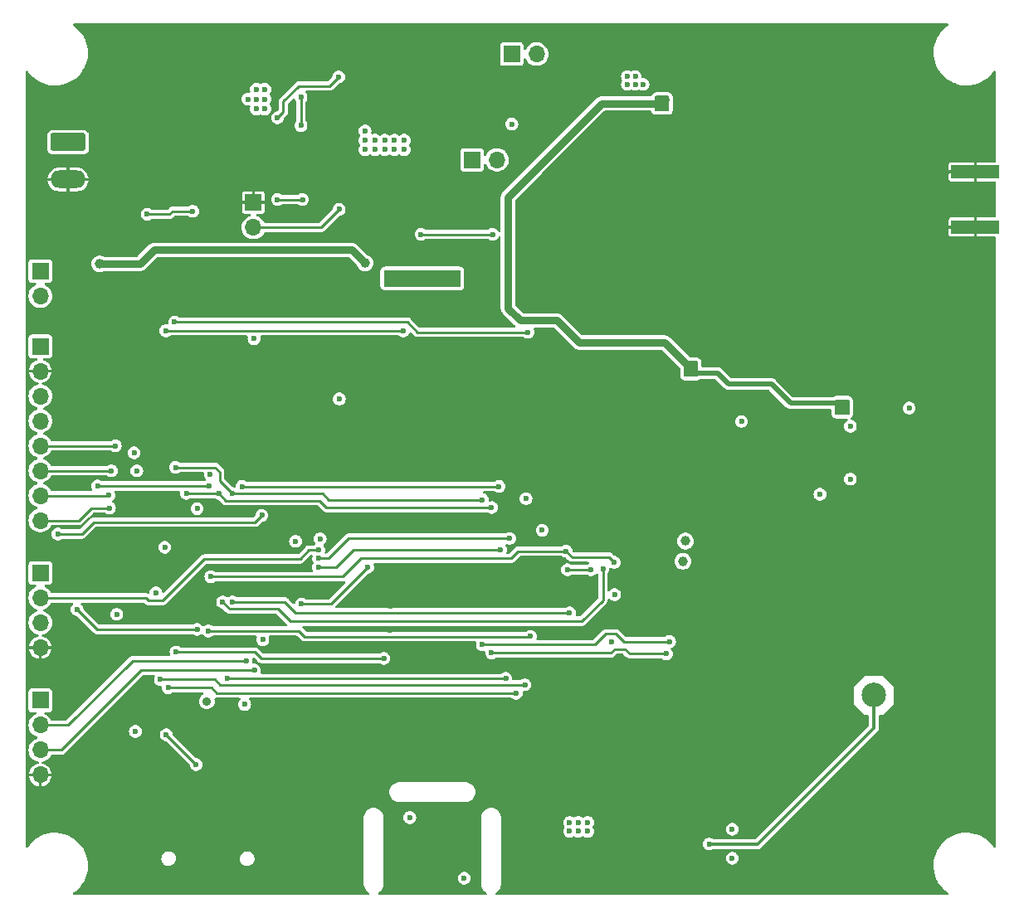
<source format=gbl>
%TF.GenerationSoftware,KiCad,Pcbnew,7.0.1*%
%TF.CreationDate,2023-06-24T00:20:46-07:00*%
%TF.ProjectId,Weather_Balloon_Payload_HW,57656174-6865-4725-9f42-616c6c6f6f6e,rev?*%
%TF.SameCoordinates,PX68e7780PY8583b00*%
%TF.FileFunction,Copper,L4,Bot*%
%TF.FilePolarity,Positive*%
%FSLAX46Y46*%
G04 Gerber Fmt 4.6, Leading zero omitted, Abs format (unit mm)*
G04 Created by KiCad (PCBNEW 7.0.1) date 2023-06-24 00:20:46*
%MOMM*%
%LPD*%
G01*
G04 APERTURE LIST*
G04 Aperture macros list*
%AMRoundRect*
0 Rectangle with rounded corners*
0 $1 Rounding radius*
0 $2 $3 $4 $5 $6 $7 $8 $9 X,Y pos of 4 corners*
0 Add a 4 corners polygon primitive as box body*
4,1,4,$2,$3,$4,$5,$6,$7,$8,$9,$2,$3,0*
0 Add four circle primitives for the rounded corners*
1,1,$1+$1,$2,$3*
1,1,$1+$1,$4,$5*
1,1,$1+$1,$6,$7*
1,1,$1+$1,$8,$9*
0 Add four rect primitives between the rounded corners*
20,1,$1+$1,$2,$3,$4,$5,0*
20,1,$1+$1,$4,$5,$6,$7,0*
20,1,$1+$1,$6,$7,$8,$9,0*
20,1,$1+$1,$8,$9,$2,$3,0*%
G04 Aperture macros list end*
%TA.AperFunction,ComponentPad*%
%ADD10R,1.700000X1.700000*%
%TD*%
%TA.AperFunction,ComponentPad*%
%ADD11O,1.700000X1.700000*%
%TD*%
%TA.AperFunction,ComponentPad*%
%ADD12RoundRect,0.250000X-1.550000X0.650000X-1.550000X-0.650000X1.550000X-0.650000X1.550000X0.650000X0*%
%TD*%
%TA.AperFunction,ComponentPad*%
%ADD13O,3.600000X1.800000*%
%TD*%
%TA.AperFunction,SMDPad,CuDef*%
%ADD14R,4.900000X1.350000*%
%TD*%
%TA.AperFunction,SMDPad,CuDef*%
%ADD15C,2.500000*%
%TD*%
%TA.AperFunction,ViaPad*%
%ADD16C,0.600000*%
%TD*%
%TA.AperFunction,ViaPad*%
%ADD17C,0.900000*%
%TD*%
%TA.AperFunction,ViaPad*%
%ADD18C,1.000000*%
%TD*%
%TA.AperFunction,Conductor*%
%ADD19C,0.250000*%
%TD*%
%TA.AperFunction,Conductor*%
%ADD20C,0.750000*%
%TD*%
%TA.AperFunction,Conductor*%
%ADD21C,0.500000*%
%TD*%
%TA.AperFunction,Conductor*%
%ADD22C,0.293000*%
%TD*%
%TA.AperFunction,Conductor*%
%ADD23C,0.350000*%
%TD*%
G04 APERTURE END LIST*
D10*
%TO.P,JP2,1,A*%
%TO.N,+3V0*%
X46060000Y75550000D03*
D11*
%TO.P,JP2,2,B*%
%TO.N,/Power/5P0_EN_NFET_G*%
X48600000Y75550000D03*
%TD*%
D12*
%TO.P,J1,1,Pin_1*%
%TO.N,/Power/BATT_VIN*%
X4832500Y77350000D03*
D13*
%TO.P,J1,2,Pin_2*%
%TO.N,GND*%
X4832500Y73540000D03*
%TD*%
D14*
%TO.P,J8,2,Ext*%
%TO.N,GND*%
X97407500Y68675000D03*
X97407500Y74325000D03*
%TD*%
D10*
%TO.P,J10,1,Pin_1*%
%TO.N,+5V*%
X2000000Y64190000D03*
D11*
%TO.P,J10,2,Pin_2*%
%TO.N,/Microcontroller/BUZZ_LED_LOW*%
X2000000Y61650000D03*
%TD*%
D10*
%TO.P,J3,1,Pin_1*%
%TO.N,+3V0*%
X2000000Y33370000D03*
D11*
%TO.P,J3,2,Pin_2*%
%TO.N,/Microcontroller/SWDIO*%
X2000000Y30830000D03*
%TO.P,J3,3,Pin_3*%
%TO.N,/Microcontroller/SWDCLK*%
X2000000Y28290000D03*
%TO.P,J3,4,Pin_4*%
%TO.N,GND*%
X2000000Y25750000D03*
%TD*%
D10*
%TO.P,JP3,1,A*%
%TO.N,GND*%
X23750000Y71190000D03*
D11*
%TO.P,JP3,2,B*%
%TO.N,/Power/UVLO_RSTB*%
X23750000Y68650000D03*
%TD*%
D10*
%TO.P,JP1,1,A*%
%TO.N,+3V0*%
X50110000Y86350000D03*
D11*
%TO.P,JP1,2,B*%
%TO.N,/Power/PA_EN_NFET_G*%
X52650000Y86350000D03*
%TD*%
D15*
%TO.P,ANT1,1,A*%
%TO.N,/GPS and Barometer/GPS_ANT_CONN*%
X87050000Y20900000D03*
%TD*%
D10*
%TO.P,J2,1,Pin_1*%
%TO.N,+3V0*%
X2000000Y56515000D03*
D11*
%TO.P,J2,2,Pin_2*%
%TO.N,GND*%
X2000000Y53975000D03*
%TO.P,J2,3,Pin_3*%
%TO.N,I2C_SCL*%
X2000000Y51435000D03*
%TO.P,J2,4,Pin_4*%
%TO.N,I2C_SDA*%
X2000000Y48895000D03*
%TO.P,J2,5,Pin_5*%
%TO.N,TSNS_EXT_ALERT*%
X2000000Y46355000D03*
%TO.P,J2,6,Pin_6*%
%TO.N,/GPS and Barometer/TSNS_EXT_A0*%
X2000000Y43815000D03*
%TO.P,J2,7,Pin_7*%
%TO.N,/GPS and Barometer/TSNS_EXT_A1*%
X2000000Y41275000D03*
%TO.P,J2,8,Pin_8*%
%TO.N,/GPS and Barometer/TSNS_EXT_A2*%
X2000000Y38735000D03*
%TD*%
D10*
%TO.P,J4,1,Pin_1*%
%TO.N,+3V0*%
X2000000Y20370000D03*
D11*
%TO.P,J4,2,Pin_2*%
%TO.N,/Microcontroller/DBG_TX*%
X2000000Y17830000D03*
%TO.P,J4,3,Pin_3*%
%TO.N,/Microcontroller/DBG_RX*%
X2000000Y15290000D03*
%TO.P,J4,4,Pin_4*%
%TO.N,GND*%
X2000000Y12750000D03*
%TD*%
D16*
%TO.N,GND*%
X68800000Y3600000D03*
X40350000Y6400000D03*
X56739340Y52889340D03*
X31700000Y52730000D03*
X37770000Y32500000D03*
X62700000Y75212500D03*
X54400000Y57700000D03*
X67200000Y5700000D03*
X54400000Y60700000D03*
X61950000Y77362500D03*
X62700000Y77812500D03*
X84400000Y67750000D03*
X60925000Y41312500D03*
X74400000Y57700000D03*
X58200000Y31300000D03*
X57039340Y49489340D03*
X55575000Y39362500D03*
X22200000Y49542500D03*
X63500000Y77562500D03*
X49550000Y56000000D03*
X94450000Y68700000D03*
X74650000Y81100000D03*
X60850000Y54000000D03*
X59550000Y48550000D03*
X64050000Y76912500D03*
X82750000Y67750000D03*
X79150000Y82400000D03*
X75750000Y61100000D03*
X13130000Y68500000D03*
X30800000Y70950000D03*
X66150000Y78262500D03*
X77000000Y56850000D03*
X76550000Y79816668D03*
X70850000Y81050000D03*
X14950000Y73600000D03*
X79950000Y42200000D03*
X44400000Y3800000D03*
X65400000Y75212500D03*
X72050000Y50150000D03*
X53900000Y67900000D03*
X92400000Y73050000D03*
X58200000Y46750000D03*
X31250000Y43700000D03*
X19550000Y51330000D03*
X39000000Y50350000D03*
X92500000Y54479166D03*
X56500000Y70100000D03*
X70750000Y65100000D03*
X93850000Y58300000D03*
X91700000Y53862500D03*
X30072300Y65250000D03*
X79250000Y79816668D03*
X67300000Y6800000D03*
X34237500Y71750000D03*
X34950000Y88300000D03*
X51605000Y37000000D03*
X50700000Y47600000D03*
X31550000Y70950000D03*
X78400000Y82100000D03*
X77350000Y80050000D03*
X69075000Y46312500D03*
X69050000Y50150000D03*
X61150000Y50200000D03*
X88600000Y53550000D03*
X76550000Y78950000D03*
X37500000Y39050000D03*
X18650000Y64000000D03*
X56500000Y73950000D03*
X74400000Y59433332D03*
X77100000Y58566666D03*
X32637500Y68800000D03*
X55400000Y48600000D03*
X64800000Y51750000D03*
X17230000Y64000000D03*
X39637500Y73750000D03*
X13800000Y32300000D03*
X92500000Y55345832D03*
X30072300Y64500000D03*
X57800000Y13400000D03*
X82040000Y73950000D03*
X79250000Y81550000D03*
X58200000Y73950000D03*
X67300000Y4600000D03*
X56000000Y72100000D03*
X91700000Y55112500D03*
X54400000Y73000000D03*
X52000000Y48450000D03*
X41150000Y56800000D03*
X18950000Y39887500D03*
X87450000Y68250000D03*
X76300000Y60450000D03*
X93300000Y43450000D03*
X16800000Y16350000D03*
X20500000Y76850000D03*
X75250000Y57150000D03*
X94100000Y67000000D03*
X75750000Y56500000D03*
X80300000Y82950000D03*
X78350000Y47400000D03*
X79400000Y54800000D03*
X82650000Y75150000D03*
X77900000Y76650000D03*
X53500000Y48450000D03*
X75750000Y58600000D03*
X94100000Y66350000D03*
X97400000Y75550000D03*
X38200000Y47600000D03*
X77350000Y81300000D03*
X93100000Y73050000D03*
X91700000Y56362500D03*
X28150000Y55530000D03*
X59400000Y85500000D03*
X89800000Y53612500D03*
X27150000Y54400000D03*
X76300000Y59200000D03*
X66050000Y50150000D03*
X77100000Y59433332D03*
X64550000Y78362500D03*
X60100000Y55550000D03*
X57425000Y36612500D03*
X37670000Y27500000D03*
X60900000Y73100000D03*
X56725000Y39362500D03*
X8800000Y37500000D03*
X71750000Y81050000D03*
X29350000Y39600000D03*
X51050000Y67850000D03*
X56850000Y1950000D03*
X18800000Y74350000D03*
X97400000Y67450000D03*
X79400000Y45650000D03*
X52100000Y50100000D03*
X76550000Y81550000D03*
X44750000Y61700000D03*
X61950000Y23850000D03*
X63350000Y50100000D03*
X90600000Y68250000D03*
X63900000Y22600000D03*
X64050000Y75662500D03*
X55189340Y51339340D03*
X75750000Y59850000D03*
X92400000Y52762500D03*
X76300000Y57950000D03*
X75200000Y60450000D03*
X34237500Y85300000D03*
X65300000Y78662500D03*
X75200000Y59200000D03*
X64050000Y74412500D03*
X94100000Y48000000D03*
X65400000Y76079168D03*
X30087500Y78000000D03*
X61000000Y79750000D03*
X62400000Y66800000D03*
X91150000Y57012500D03*
X72000000Y47950000D03*
X63850000Y33212500D03*
X39587500Y87300000D03*
X11150000Y40650000D03*
X77800000Y53200000D03*
X94650000Y44350000D03*
X44750000Y60200000D03*
X78550000Y46300000D03*
X77350000Y78800000D03*
X52050000Y46700000D03*
X59300000Y14400000D03*
X58289340Y54439340D03*
X27987500Y35650000D03*
X61950000Y78262500D03*
X77550000Y46300000D03*
X19200000Y76850000D03*
X50975000Y34650000D03*
X63725000Y39462500D03*
X77900000Y80650000D03*
X56950000Y31300000D03*
X83250000Y65150000D03*
X37687500Y87300000D03*
X97400000Y69950000D03*
X30087500Y84500000D03*
X64925000Y49462500D03*
X64050000Y72912500D03*
X91150000Y52412500D03*
X75800000Y79400000D03*
X59951809Y57959860D03*
X88050000Y65150000D03*
X46150000Y48000000D03*
X95300000Y46550000D03*
X62550000Y60150000D03*
X23750000Y26600000D03*
X77900000Y82750000D03*
X70300000Y6800000D03*
X15500000Y37600000D03*
X89300000Y51950000D03*
X74400000Y60300000D03*
X66150000Y77362500D03*
X94100000Y54700000D03*
X73800000Y51750000D03*
X38637500Y88100000D03*
X76550000Y80683334D03*
X75850000Y53550000D03*
X76100000Y51500000D03*
X77400000Y48450000D03*
X70250000Y45650000D03*
X44750000Y60950000D03*
X41500000Y59400000D03*
X53500000Y56250000D03*
X79250000Y78950000D03*
X77100000Y57700000D03*
X34237500Y87300000D03*
X31250000Y46300000D03*
X60175000Y46212500D03*
X30072300Y63000000D03*
X32637500Y82200000D03*
X75000000Y50400000D03*
X91150000Y55762500D03*
X36850000Y46750000D03*
X18450000Y32500000D03*
X44050000Y53550000D03*
X13650000Y72350000D03*
X65400000Y77812500D03*
X89800000Y56212500D03*
X59950000Y62350000D03*
X91150000Y54512500D03*
X17050000Y17700000D03*
X61950000Y75662500D03*
X13050000Y35200000D03*
X23600000Y74150000D03*
X65800000Y64350000D03*
X56500000Y65700000D03*
X23400000Y76800000D03*
X56000000Y64850000D03*
X92500000Y56212500D03*
X90650000Y53062500D03*
X11430000Y66150000D03*
X46000000Y71400000D03*
X75200000Y57950000D03*
X79250000Y80683334D03*
X30072300Y63750000D03*
X94100000Y52100000D03*
X74500000Y56850000D03*
X78300000Y88900000D03*
X89900000Y52762500D03*
X97400000Y73100000D03*
X54400000Y63700000D03*
X95700000Y50550000D03*
X64050000Y79012500D03*
X16900000Y77650000D03*
X62550000Y57950000D03*
X59950000Y60150000D03*
X63775000Y41712500D03*
X64600000Y77562500D03*
X60750000Y65700000D03*
X46250000Y56800000D03*
X41650000Y900000D03*
X63550000Y78362500D03*
X89000000Y68250000D03*
X94450000Y74300000D03*
X73750000Y81100000D03*
X58539340Y50989340D03*
X80000000Y80250000D03*
X48850000Y48000000D03*
X30087500Y77250000D03*
X50700000Y45850000D03*
X27100000Y56600000D03*
X89800000Y54479166D03*
X38687500Y74550000D03*
X62925000Y46112500D03*
X78450000Y80050000D03*
X42200000Y53550000D03*
X27350000Y83550000D03*
X90600000Y55112500D03*
X42250000Y59400000D03*
X60450000Y63850000D03*
X34237500Y73750000D03*
X70950000Y4950000D03*
X77400000Y82100000D03*
X60139340Y52589340D03*
X49050000Y53550000D03*
X62700000Y76945834D03*
X62050000Y55850000D03*
X66150000Y75662500D03*
X62550000Y62350000D03*
X77600000Y55300000D03*
X62800000Y78662500D03*
X44500000Y56000000D03*
X76650000Y82400000D03*
X93850000Y56700000D03*
X95700000Y47550000D03*
X58450000Y76400000D03*
X66075000Y79362500D03*
X83950000Y65150000D03*
X10500000Y32100000D03*
X75800000Y82000000D03*
X38200000Y45850000D03*
X67500000Y64350000D03*
X30837500Y84600000D03*
X38900000Y53550000D03*
X71850000Y66400000D03*
X73150000Y57600000D03*
X39450000Y56000000D03*
X78450000Y81300000D03*
X63500000Y75062500D03*
X28950000Y69500000D03*
X30087500Y76500000D03*
X56250000Y76400000D03*
X22700000Y76800000D03*
X57350000Y73200000D03*
X75750000Y62600000D03*
X54650000Y55100000D03*
X90100000Y65150000D03*
X47100000Y56000000D03*
X14730000Y62200000D03*
X62750000Y51700000D03*
X64600000Y75062500D03*
X45200000Y56000000D03*
X64600000Y76312500D03*
X61950000Y76512500D03*
X54400000Y71250000D03*
X61500000Y48300000D03*
X53901809Y65709860D03*
X66900000Y77962500D03*
X52150000Y56000000D03*
X12800000Y76000000D03*
X89800000Y55345832D03*
X63500000Y76312500D03*
X14200000Y76000000D03*
X17450000Y17000000D03*
X74400000Y58566666D03*
X75800000Y80250000D03*
X91150000Y58512500D03*
X56100000Y1950000D03*
X73900000Y56200000D03*
X85550000Y65850000D03*
X61150000Y24850000D03*
X56700000Y82250000D03*
X91650000Y53062500D03*
X76250000Y57150000D03*
X67800000Y51750000D03*
X90600000Y53862500D03*
X60100000Y79750000D03*
X29300000Y54430000D03*
X51300000Y56800000D03*
X40750000Y59400000D03*
X90600000Y56362500D03*
X78350000Y49500000D03*
X78450000Y78800000D03*
X42000000Y56000000D03*
X92350000Y67700000D03*
X62050000Y63650000D03*
X77900000Y78150000D03*
X37770000Y30000000D03*
X92500000Y53612500D03*
X80000000Y82000000D03*
X40450000Y2200000D03*
X54050000Y50100000D03*
X13500000Y76000000D03*
X33350000Y38950000D03*
X12300000Y59650000D03*
X77900000Y79400000D03*
X62500000Y65100000D03*
X80000000Y81100000D03*
X66650000Y63600000D03*
X50250000Y56000000D03*
X70800000Y51750000D03*
X20800000Y36150000D03*
X64875000Y39462500D03*
X56000000Y56400000D03*
X66150000Y76512500D03*
X30087500Y78750000D03*
X95700000Y55750000D03*
X18800000Y75050000D03*
X56000000Y62400000D03*
X31587500Y84600000D03*
X40600000Y50350000D03*
X22000000Y76800000D03*
X60925000Y43412500D03*
X77100000Y60300000D03*
X80000000Y79400000D03*
X40200000Y56000000D03*
X93300000Y45300000D03*
X82040000Y73250000D03*
X41650000Y3500000D03*
X79950000Y43300000D03*
X37737500Y73750000D03*
X95700000Y53550000D03*
X70350000Y4350000D03*
X30050000Y70850000D03*
X53900000Y70100000D03*
X47200000Y53500000D03*
X65400000Y76945834D03*
X62700000Y76079168D03*
X94100000Y49300000D03*
X62600000Y33162500D03*
X56000000Y59400000D03*
X52300000Y53650000D03*
X75800000Y81100000D03*
X56500000Y67900000D03*
%TO.N,+3V0*%
X35137500Y78500000D03*
X11570000Y45635000D03*
X56000000Y7000000D03*
X35137500Y76600000D03*
X50110000Y79200000D03*
X36137500Y77550000D03*
X30550000Y36850000D03*
X81550000Y41400000D03*
D17*
X19000000Y20250000D03*
D16*
X84650000Y48350000D03*
X11850000Y43800000D03*
X24700000Y26550000D03*
X28037500Y36600000D03*
X9800000Y29150000D03*
X11700000Y17200000D03*
X22850000Y19950000D03*
X60275000Y26375000D03*
X14700000Y36000000D03*
X37137500Y77550000D03*
X18000000Y39937500D03*
X84650000Y42950000D03*
X13800000Y31350000D03*
X56900000Y7000000D03*
X36137500Y76600000D03*
X38137500Y77550000D03*
X53205000Y37730000D03*
X72600000Y7200000D03*
X72600000Y4250000D03*
X57850000Y7000000D03*
X90650000Y50200000D03*
X23800000Y57300000D03*
X56000000Y7900000D03*
X38137500Y76600000D03*
X57850000Y7900000D03*
X39137500Y77550000D03*
X39700000Y8400000D03*
X28600000Y79050000D03*
X37137500Y76600000D03*
X35137500Y77550000D03*
D18*
X67587500Y34562500D03*
D16*
X73537500Y48837500D03*
X39137500Y76600000D03*
X45250000Y2200000D03*
X56900000Y7900000D03*
X28600000Y81950000D03*
X60600000Y31150000D03*
X32500000Y51130000D03*
X19350000Y43400000D03*
D18*
X67825000Y36625000D03*
D16*
X51562500Y40962500D03*
%TO.N,+8V*%
X24050000Y82750000D03*
X61900000Y83250000D03*
X24050000Y81750000D03*
X24900000Y82750000D03*
X62700000Y83250000D03*
X61900000Y84050000D03*
X62700000Y84050000D03*
X23200000Y81750000D03*
X24900000Y81750000D03*
X24900000Y80750000D03*
X24050000Y80750000D03*
X63500000Y83250000D03*
%TO.N,+5V*%
X38250000Y63000000D03*
X42850000Y63050000D03*
X44550000Y63050000D03*
X37400000Y63850000D03*
D18*
X35150000Y65000000D03*
D16*
X37400000Y63000000D03*
X28750000Y71500000D03*
X43700000Y63050000D03*
X38250000Y63850000D03*
D18*
X8050000Y64920000D03*
D16*
X39100000Y63000000D03*
X26200000Y71500000D03*
X43700000Y63900000D03*
X39100000Y63850000D03*
X42850000Y63900000D03*
%TO.N,V-5P0*%
X49700000Y63300000D03*
X65062500Y80900000D03*
X83450000Y50700000D03*
X68750000Y53800000D03*
X65062500Y81700000D03*
X84200000Y49900000D03*
X68000000Y54600000D03*
X65812500Y81700000D03*
X84200000Y50700000D03*
X83450000Y49900000D03*
X65812500Y80900000D03*
X68000000Y53800000D03*
X49700000Y60400000D03*
X49700000Y61366668D03*
X68750000Y54600000D03*
X49700000Y62333334D03*
%TO.N,/Power/UVLO_RSTB*%
X32437500Y84012500D03*
X32487500Y70500000D03*
X17550000Y70300000D03*
X26200000Y79850000D03*
X12900000Y70000000D03*
%TO.N,I2C_SCL*%
X21600000Y41500000D03*
X15800000Y44150000D03*
X47100000Y26050000D03*
X47100000Y40850000D03*
X66200000Y26375000D03*
%TO.N,I2C_SDA*%
X65875000Y25125000D03*
X48050000Y40050000D03*
X48050000Y25200000D03*
X20200000Y41500000D03*
X16900000Y41500000D03*
%TO.N,TSNS_EXT_ALERT*%
X18000000Y27600000D03*
X5750000Y29650000D03*
X9650000Y46355000D03*
%TO.N,/GPS and Barometer/TSNS_EXT_A0*%
X9250000Y43800000D03*
%TO.N,/GPS and Barometer/TSNS_EXT_A1*%
X9000000Y41300000D03*
%TO.N,/GPS and Barometer/TSNS_EXT_A2*%
X9050000Y40000000D03*
%TO.N,/Microcontroller/SWDIO*%
X30400000Y35700000D03*
%TO.N,/Microcontroller/SWDCLK*%
X3800000Y37350000D03*
X24600000Y39250000D03*
%TO.N,/Microcontroller/DBG_TX*%
X23000000Y24400000D03*
%TO.N,/Microcontroller/DBG_RX*%
X23850000Y23450000D03*
%TO.N,SPI_MOSI*%
X59400000Y33750000D03*
X20600000Y30400000D03*
%TO.N,SPI_SCLK*%
X52000000Y26900000D03*
X19150000Y27450000D03*
X14850000Y16850000D03*
X17900000Y13800000D03*
X52000000Y26900000D03*
%TO.N,SD_DET*%
X19200000Y42250000D03*
X7850000Y42250000D03*
%TO.N,UART_MCU_GPS*%
X48950000Y35750000D03*
X30400000Y33950000D03*
%TO.N,UART_GPS_MCU*%
X30400000Y34850000D03*
X49900000Y36900000D03*
%TO.N,TSNS_INT_ALERT*%
X15850000Y25300000D03*
X37050000Y24650000D03*
%TO.N,/LO Generator/PLL_CLK*%
X55800000Y33700000D03*
X58200000Y33700000D03*
%TO.N,PLL_CE*%
X56000000Y29300000D03*
X21600000Y30400000D03*
%TO.N,PLL_LE*%
X55650000Y35600000D03*
X19400000Y33000000D03*
X60575000Y34450000D03*
%TO.N,5P0_EN*%
X14800000Y58100000D03*
X48150000Y67950000D03*
X39050000Y58100000D03*
X40850000Y67950000D03*
%TO.N,PA_EN*%
X51750000Y57950000D03*
X15700000Y59000000D03*
%TO.N,PLL_MUXOUT*%
X48800000Y42200000D03*
X22600000Y42200000D03*
%TO.N,GPS_PPS*%
X51450000Y21950000D03*
X14250000Y22500000D03*
%TO.N,GPS_EXTINT*%
X15050000Y21650000D03*
X50550000Y21100000D03*
%TO.N,GPS_RESETB*%
X49500000Y22600000D03*
X21100000Y22600000D03*
%TO.N,/GPS and Barometer/GPS_ANT_CONN*%
X70250000Y5700000D03*
%TO.N,/Microcontroller/HRTIM_CHC1*%
X35400000Y33950000D03*
X28650000Y30200000D03*
%TD*%
D19*
%TO.N,+3V0*%
X28600000Y79050000D02*
X28600000Y81950000D01*
D20*
%TO.N,+5V*%
X33800000Y66350000D02*
X13600000Y66350000D01*
X13600000Y66350000D02*
X12170000Y64920000D01*
X35150000Y65000000D02*
X33800000Y66350000D01*
X12170000Y64920000D02*
X8050000Y64920000D01*
D19*
X26200000Y71500000D02*
X28750000Y71500000D01*
D21*
%TO.N,V-5P0*%
X76600000Y52650000D02*
X72250000Y52650000D01*
X72250000Y52650000D02*
X71100000Y53800000D01*
D20*
X68000000Y54600000D02*
X65700000Y56900000D01*
X50950000Y59150000D02*
X49700000Y60400000D01*
X56950000Y56900000D02*
X54700000Y59150000D01*
D21*
X78550000Y50700000D02*
X76600000Y52650000D01*
X71100000Y53800000D02*
X68750000Y53800000D01*
D20*
X59250000Y81300000D02*
X65412500Y81300000D01*
D21*
X83450000Y50700000D02*
X78550000Y50700000D01*
D20*
X54700000Y59150000D02*
X50950000Y59150000D01*
X49700000Y71750000D02*
X59250000Y81300000D01*
X65700000Y56900000D02*
X56950000Y56900000D01*
X49700000Y63300000D02*
X49700000Y71750000D01*
X65412500Y81300000D02*
X65812500Y81700000D01*
X49700000Y60400000D02*
X49700000Y63300000D01*
D19*
%TO.N,/Power/UVLO_RSTB*%
X26800000Y80450000D02*
X26200000Y79850000D01*
X17550000Y70300000D02*
X15500000Y70300000D01*
X15500000Y70300000D02*
X15200000Y70000000D01*
X15200000Y70000000D02*
X12900000Y70000000D01*
X28400000Y83100000D02*
X26800000Y81500000D01*
X32487500Y70500000D02*
X30637500Y68650000D01*
X30637500Y68650000D02*
X23750000Y68650000D01*
X32437500Y84012500D02*
X31525000Y83100000D01*
X31525000Y83100000D02*
X28400000Y83100000D01*
X26800000Y81500000D02*
X26800000Y80450000D01*
%TO.N,I2C_SCL*%
X61525000Y26375000D02*
X66200000Y26375000D01*
X47100000Y26050000D02*
X58625000Y26050000D01*
X19850000Y44150000D02*
X20300000Y43700000D01*
X15800000Y44150000D02*
X19850000Y44150000D01*
X31450000Y40850000D02*
X30800000Y41500000D01*
X59725000Y27150000D02*
X60750000Y27150000D01*
X20300000Y42800000D02*
X21600000Y41500000D01*
X20300000Y43700000D02*
X20300000Y42800000D01*
X58625000Y26050000D02*
X59725000Y27150000D01*
X30800000Y41500000D02*
X21600000Y41500000D01*
X47100000Y40850000D02*
X31450000Y40850000D01*
X60750000Y27150000D02*
X61525000Y26375000D01*
%TO.N,I2C_SDA*%
X48050000Y25200000D02*
X60200000Y25200000D01*
X60600000Y25600000D02*
X61650000Y25600000D01*
X61650000Y25600000D02*
X62125000Y25125000D01*
X20950000Y40750000D02*
X20200000Y41500000D01*
X62125000Y25125000D02*
X65875000Y25125000D01*
X2005000Y48900000D02*
X2000000Y48895000D01*
X60200000Y25200000D02*
X60600000Y25600000D01*
X48050000Y40050000D02*
X31200000Y40050000D01*
X30500000Y40750000D02*
X20950000Y40750000D01*
X31200000Y40050000D02*
X30500000Y40750000D01*
X20200000Y41500000D02*
X16900000Y41500000D01*
%TO.N,TSNS_EXT_ALERT*%
X7800000Y27600000D02*
X5750000Y29650000D01*
X9650000Y46355000D02*
X2000000Y46355000D01*
X18000000Y27600000D02*
X7800000Y27600000D01*
%TO.N,/GPS and Barometer/TSNS_EXT_A0*%
X9250000Y43800000D02*
X2015000Y43800000D01*
X2015000Y43800000D02*
X2000000Y43815000D01*
%TO.N,/GPS and Barometer/TSNS_EXT_A1*%
X8975000Y41275000D02*
X9000000Y41300000D01*
X2000000Y41275000D02*
X8975000Y41275000D01*
%TO.N,/GPS and Barometer/TSNS_EXT_A2*%
X5935000Y38735000D02*
X2000000Y38735000D01*
X7200000Y40000000D02*
X5935000Y38735000D01*
X9050000Y40000000D02*
X7200000Y40000000D01*
%TO.N,/Microcontroller/SWDIO*%
X28500000Y34800000D02*
X18750000Y34800000D01*
X12770000Y30830000D02*
X2000000Y30830000D01*
X29400000Y35700000D02*
X28500000Y34800000D01*
X18750000Y34800000D02*
X14500000Y30550000D01*
X13050000Y30550000D02*
X12770000Y30830000D01*
X14500000Y30550000D02*
X13050000Y30550000D01*
X30400000Y35700000D02*
X29400000Y35700000D01*
%TO.N,/Microcontroller/SWDCLK*%
X7450000Y38550000D02*
X6250000Y37350000D01*
X24600000Y39250000D02*
X23900000Y38550000D01*
X23900000Y38550000D02*
X7450000Y38550000D01*
X6250000Y37350000D02*
X3800000Y37350000D01*
%TO.N,/Microcontroller/DBG_TX*%
X4830000Y17830000D02*
X2000000Y17830000D01*
X11400000Y24400000D02*
X4830000Y17830000D01*
X23000000Y24400000D02*
X11400000Y24400000D01*
%TO.N,/Microcontroller/DBG_RX*%
X12300000Y23450000D02*
X23850000Y23450000D01*
X4140000Y15290000D02*
X12300000Y23450000D01*
X2000000Y15290000D02*
X4140000Y15290000D01*
%TO.N,SPI_MOSI*%
X26250000Y29700000D02*
X27500000Y28450000D01*
X57250000Y28450000D02*
X59400000Y30600000D01*
X21300000Y29700000D02*
X26250000Y29700000D01*
X20600000Y30400000D02*
X21300000Y29700000D01*
X27500000Y28450000D02*
X57250000Y28450000D01*
X59400000Y30600000D02*
X59400000Y33750000D01*
%TO.N,SPI_SCLK*%
X28400000Y27450000D02*
X28975000Y26875000D01*
X19150000Y27450000D02*
X28400000Y27450000D01*
X17900000Y13800000D02*
X14850000Y16850000D01*
X28975000Y26875000D02*
X51975000Y26875000D01*
X51975000Y26875000D02*
X52000000Y26900000D01*
%TO.N,SD_DET*%
X19200000Y42250000D02*
X7850000Y42250000D01*
D22*
%TO.N,UART_MCU_GPS*%
X32150000Y33950000D02*
X30400000Y33950000D01*
X33950000Y35750000D02*
X32150000Y33950000D01*
X48950000Y35750000D02*
X33950000Y35750000D01*
%TO.N,UART_GPS_MCU*%
X33450000Y36900000D02*
X31400000Y34850000D01*
X49900000Y36900000D02*
X33450000Y36900000D01*
X31400000Y34850000D02*
X30400000Y34850000D01*
D19*
%TO.N,TSNS_INT_ALERT*%
X37050000Y24650000D02*
X24550000Y24650000D01*
X23900000Y25300000D02*
X15850000Y25300000D01*
X24550000Y24650000D02*
X23900000Y25300000D01*
%TO.N,/LO Generator/PLL_CLK*%
X58200000Y33700000D02*
X55800000Y33700000D01*
%TO.N,PLL_CE*%
X28050000Y29300000D02*
X26950000Y30400000D01*
X26950000Y30400000D02*
X21600000Y30400000D01*
X56000000Y29300000D02*
X28050000Y29300000D01*
%TO.N,PLL_LE*%
X60025000Y35000000D02*
X60575000Y34450000D01*
X55650000Y35600000D02*
X56200000Y35050000D01*
X19400000Y33000000D02*
X32850000Y33000000D01*
X32850000Y33000000D02*
X34700000Y34850000D01*
X34700000Y34850000D02*
X50000000Y34850000D01*
X56200000Y35050000D02*
X56250000Y35000000D01*
X50000000Y34850000D02*
X50750000Y35600000D01*
X56250000Y35000000D02*
X60025000Y35000000D01*
X50750000Y35600000D02*
X55650000Y35600000D01*
D22*
%TO.N,5P0_EN*%
X48150000Y67950000D02*
X40850000Y67950000D01*
D19*
X39050000Y58100000D02*
X14800000Y58100000D01*
%TO.N,PA_EN*%
X39450000Y59000000D02*
X40500000Y57950000D01*
X15700000Y59000000D02*
X39450000Y59000000D01*
X40500000Y57950000D02*
X51750000Y57950000D01*
%TO.N,PLL_MUXOUT*%
X22600000Y42200000D02*
X48800000Y42200000D01*
%TO.N,GPS_PPS*%
X19800000Y22500000D02*
X20350000Y21950000D01*
X14250000Y22500000D02*
X19800000Y22500000D01*
X20350000Y21950000D02*
X51450000Y21950000D01*
%TO.N,GPS_EXTINT*%
X15050000Y21650000D02*
X19450000Y21650000D01*
X19450000Y21650000D02*
X20000000Y21100000D01*
X20000000Y21100000D02*
X50550000Y21100000D01*
%TO.N,GPS_RESETB*%
X21100000Y22600000D02*
X49500000Y22600000D01*
D23*
%TO.N,/GPS and Barometer/GPS_ANT_CONN*%
X75200000Y5700000D02*
X87050000Y17550000D01*
X87050000Y17550000D02*
X87050000Y20000000D01*
X70250000Y5700000D02*
X75200000Y5700000D01*
D19*
%TO.N,/Microcontroller/HRTIM_CHC1*%
X35400000Y33950000D02*
X31650000Y30200000D01*
X31650000Y30200000D02*
X28650000Y30200000D01*
%TD*%
%TA.AperFunction,Conductor*%
%TO.N,GND*%
G36*
X29724300Y35210297D02*
G01*
X29768724Y35170940D01*
X29789770Y35115447D01*
X29782616Y35056529D01*
X29763763Y35006819D01*
X29744721Y34850001D01*
X29763763Y34693182D01*
X29819780Y34545477D01*
X29871574Y34470440D01*
X29891018Y34424803D01*
X29891018Y34375197D01*
X29871574Y34329560D01*
X29819780Y34254524D01*
X29763763Y34106819D01*
X29744721Y33950001D01*
X29763763Y33793182D01*
X29820541Y33643471D01*
X29827695Y33584553D01*
X29806649Y33529060D01*
X29762225Y33489703D01*
X29704599Y33475500D01*
X19891264Y33475500D01*
X19847294Y33483558D01*
X19809039Y33506683D01*
X19772241Y33539282D01*
X19772240Y33539283D01*
X19702302Y33575990D01*
X19632364Y33612697D01*
X19478985Y33650500D01*
X19321015Y33650500D01*
X19167635Y33612697D01*
X19027761Y33539284D01*
X18909515Y33434529D01*
X18819780Y33304524D01*
X18763763Y33156819D01*
X18744721Y33000000D01*
X18763763Y32843182D01*
X18819780Y32695477D01*
X18909515Y32565472D01*
X18909516Y32565471D01*
X18909517Y32565470D01*
X19027760Y32460717D01*
X19167635Y32387304D01*
X19321015Y32349500D01*
X19478985Y32349500D01*
X19632365Y32387304D01*
X19772240Y32460717D01*
X19801611Y32486737D01*
X19809039Y32493317D01*
X19847294Y32516442D01*
X19891264Y32524500D01*
X32785541Y32524500D01*
X32811899Y32521667D01*
X32815729Y32520833D01*
X32862575Y32524185D01*
X32871422Y32524500D01*
X32884011Y32524500D01*
X32896485Y32526294D01*
X32905269Y32527239D01*
X32952115Y32530589D01*
X32954488Y32531475D01*
X32955778Y32531955D01*
X32981465Y32538512D01*
X32985342Y32539069D01*
X32985344Y32539071D01*
X33002994Y32541607D01*
X33003640Y32537108D01*
X33037253Y32542195D01*
X33099867Y32515222D01*
X33138759Y32459227D01*
X33142171Y32391136D01*
X33109073Y32331533D01*
X31489360Y30711819D01*
X31449132Y30684939D01*
X31401679Y30675500D01*
X29141264Y30675500D01*
X29097294Y30683558D01*
X29059039Y30706683D01*
X29022241Y30739282D01*
X29022240Y30739283D01*
X28912349Y30796959D01*
X28882364Y30812697D01*
X28728985Y30850500D01*
X28571015Y30850500D01*
X28417635Y30812697D01*
X28277761Y30739284D01*
X28159515Y30634529D01*
X28069780Y30504524D01*
X28013763Y30356819D01*
X28006767Y30299203D01*
X27980115Y30236211D01*
X27924120Y30196933D01*
X27855817Y30193319D01*
X27795990Y30226469D01*
X27331808Y30690651D01*
X27315174Y30711292D01*
X27313055Y30714589D01*
X27277565Y30745341D01*
X27271086Y30751373D01*
X27262180Y30760279D01*
X27252093Y30767830D01*
X27245214Y30773373D01*
X27209718Y30804130D01*
X27209716Y30804131D01*
X27206150Y30805760D01*
X27183369Y30819278D01*
X27180231Y30821627D01*
X27145636Y30834530D01*
X27136219Y30838043D01*
X27128045Y30841429D01*
X27119181Y30845477D01*
X27108183Y30850500D01*
X27085343Y30860931D01*
X27084654Y30861030D01*
X27081458Y30861490D01*
X27055781Y30868044D01*
X27052115Y30869412D01*
X27005275Y30872763D01*
X26996491Y30873707D01*
X26984012Y30875500D01*
X26984011Y30875500D01*
X26971422Y30875500D01*
X26962575Y30875816D01*
X26915729Y30879167D01*
X26915728Y30879167D01*
X26911900Y30878334D01*
X26885541Y30875500D01*
X22091264Y30875500D01*
X22047294Y30883558D01*
X22009039Y30906683D01*
X21972241Y30939282D01*
X21972240Y30939283D01*
X21902302Y30975990D01*
X21832364Y31012697D01*
X21678985Y31050500D01*
X21521015Y31050500D01*
X21367635Y31012697D01*
X21227758Y30939282D01*
X21182224Y30898943D01*
X21129673Y30871363D01*
X21070323Y30871363D01*
X21017773Y30898945D01*
X20972240Y30939283D01*
X20902302Y30975990D01*
X20832364Y31012697D01*
X20678985Y31050500D01*
X20521015Y31050500D01*
X20367635Y31012697D01*
X20227761Y30939284D01*
X20109515Y30834529D01*
X20019780Y30704524D01*
X19963763Y30556819D01*
X19944721Y30400000D01*
X19963763Y30243182D01*
X20019780Y30095477D01*
X20109515Y29965472D01*
X20109516Y29965471D01*
X20109517Y29965470D01*
X20227760Y29860717D01*
X20367635Y29787304D01*
X20521015Y29749500D01*
X20526679Y29749500D01*
X20574132Y29740061D01*
X20614360Y29713181D01*
X20918190Y29409352D01*
X20934822Y29388714D01*
X20936945Y29385411D01*
X20955600Y29369247D01*
X20972447Y29354649D01*
X20978928Y29348614D01*
X20987818Y29339723D01*
X20997905Y29332172D01*
X21004776Y29326635D01*
X21040282Y29295870D01*
X21043838Y29294246D01*
X21066641Y29280716D01*
X21069771Y29278373D01*
X21069772Y29278373D01*
X21069773Y29278372D01*
X21101439Y29266562D01*
X21113765Y29261964D01*
X21121932Y29258582D01*
X21164658Y29239069D01*
X21168534Y29238512D01*
X21194216Y29231958D01*
X21197885Y29230589D01*
X21244719Y29227240D01*
X21253511Y29226295D01*
X21265989Y29224500D01*
X21278587Y29224500D01*
X21287433Y29224185D01*
X21334270Y29220834D01*
X21334270Y29220835D01*
X21334271Y29220834D01*
X21338096Y29221666D01*
X21364454Y29224500D01*
X26001679Y29224500D01*
X26049132Y29215061D01*
X26089360Y29188181D01*
X27118193Y28159348D01*
X27134827Y28138707D01*
X27146584Y28120413D01*
X27144815Y28119277D01*
X27162289Y28094491D01*
X27169931Y28035368D01*
X27149099Y27979510D01*
X27104607Y27939831D01*
X27046739Y27925500D01*
X19641264Y27925500D01*
X19597294Y27933558D01*
X19559039Y27956683D01*
X19523108Y27988514D01*
X19522240Y27989283D01*
X19436030Y28034530D01*
X19382364Y28062697D01*
X19228985Y28100500D01*
X19071015Y28100500D01*
X18917635Y28062697D01*
X18777758Y27989282D01*
X18723640Y27941338D01*
X18661304Y27911760D01*
X18592810Y27920077D01*
X18539364Y27963714D01*
X18490484Y28034529D01*
X18479516Y28044246D01*
X18372240Y28139283D01*
X18334004Y28159351D01*
X18232364Y28212697D01*
X18078985Y28250500D01*
X17921015Y28250500D01*
X17767635Y28212697D01*
X17627758Y28139282D01*
X17590961Y28106683D01*
X17552706Y28083558D01*
X17508736Y28075500D01*
X8048321Y28075500D01*
X8000868Y28084939D01*
X7960640Y28111819D01*
X6922458Y29150001D01*
X9144721Y29150001D01*
X9163763Y28993182D01*
X9219780Y28845477D01*
X9309515Y28715472D01*
X9309516Y28715471D01*
X9309517Y28715470D01*
X9427760Y28610717D01*
X9567635Y28537304D01*
X9721015Y28499500D01*
X9878985Y28499500D01*
X10032365Y28537304D01*
X10172240Y28610717D01*
X10290483Y28715470D01*
X10380220Y28845477D01*
X10436237Y28993182D01*
X10455278Y29150000D01*
X10436237Y29306818D01*
X10380220Y29454523D01*
X10290483Y29584530D01*
X10172240Y29689283D01*
X10126707Y29713181D01*
X10032364Y29762697D01*
X9878985Y29800500D01*
X9721015Y29800500D01*
X9567635Y29762697D01*
X9427761Y29689284D01*
X9309515Y29584529D01*
X9219780Y29454524D01*
X9163763Y29306819D01*
X9144721Y29150001D01*
X6922458Y29150001D01*
X6433160Y29639299D01*
X6409354Y29672697D01*
X6397745Y29712034D01*
X6395014Y29734529D01*
X6386237Y29806818D01*
X6330220Y29954523D01*
X6269023Y30043182D01*
X6240484Y30084529D01*
X6213347Y30108570D01*
X6180481Y30137686D01*
X6146768Y30186528D01*
X6139614Y30245446D01*
X6160660Y30300940D01*
X6205084Y30340296D01*
X6262710Y30354500D01*
X12521679Y30354500D01*
X12569132Y30345061D01*
X12609360Y30318181D01*
X12668193Y30259348D01*
X12684825Y30238709D01*
X12686945Y30235411D01*
X12722451Y30204646D01*
X12728914Y30198627D01*
X12737815Y30189725D01*
X12737818Y30189723D01*
X12737820Y30189721D01*
X12747905Y30182172D01*
X12754787Y30176626D01*
X12790282Y30145870D01*
X12793842Y30144244D01*
X12816633Y30130723D01*
X12819774Y30128371D01*
X12863772Y30111961D01*
X12871944Y30108576D01*
X12914658Y30089069D01*
X12918522Y30088514D01*
X12944220Y30081955D01*
X12947885Y30080588D01*
X12994730Y30077238D01*
X13003511Y30076295D01*
X13015989Y30074500D01*
X13028574Y30074500D01*
X13037420Y30074184D01*
X13084271Y30070833D01*
X13088101Y30071667D01*
X13114459Y30074500D01*
X14435541Y30074500D01*
X14461899Y30071667D01*
X14465729Y30070833D01*
X14512575Y30074185D01*
X14521422Y30074500D01*
X14534011Y30074500D01*
X14546485Y30076294D01*
X14555269Y30077239D01*
X14602115Y30080589D01*
X14604488Y30081475D01*
X14605778Y30081955D01*
X14631465Y30088512D01*
X14635342Y30089069D01*
X14678072Y30108585D01*
X14686207Y30111955D01*
X14730226Y30128371D01*
X14733361Y30130719D01*
X14756153Y30144243D01*
X14759718Y30145870D01*
X14795203Y30176620D01*
X14802084Y30182165D01*
X14812180Y30189721D01*
X14817771Y30195312D01*
X14821083Y30198624D01*
X14827566Y30204660D01*
X14863052Y30235408D01*
X14863052Y30235409D01*
X14863055Y30235411D01*
X14865173Y30238708D01*
X14881806Y30259348D01*
X18910639Y34288181D01*
X18950868Y34315061D01*
X18998321Y34324500D01*
X28435541Y34324500D01*
X28461899Y34321667D01*
X28465729Y34320833D01*
X28512575Y34324185D01*
X28521422Y34324500D01*
X28534011Y34324500D01*
X28546485Y34326294D01*
X28555269Y34327239D01*
X28602115Y34330589D01*
X28604488Y34331475D01*
X28605778Y34331955D01*
X28631465Y34338512D01*
X28635342Y34339069D01*
X28678072Y34358585D01*
X28686207Y34361955D01*
X28730226Y34378371D01*
X28733361Y34380719D01*
X28756153Y34394243D01*
X28759718Y34395870D01*
X28795203Y34426620D01*
X28802084Y34432165D01*
X28812180Y34439721D01*
X28816705Y34444246D01*
X28821083Y34448624D01*
X28827566Y34454660D01*
X28863052Y34485408D01*
X28863052Y34485409D01*
X28863055Y34485411D01*
X28865173Y34488708D01*
X28881803Y34509346D01*
X29560639Y35188181D01*
X29600868Y35215061D01*
X29648321Y35224500D01*
X29666674Y35224500D01*
X29724300Y35210297D01*
G37*
%TD.AperFunction*%
%TA.AperFunction,Conductor*%
G36*
X55202706Y35116442D02*
G01*
X55240961Y35093317D01*
X55246759Y35088181D01*
X55277760Y35060717D01*
X55417635Y34987304D01*
X55571015Y34949500D01*
X55576680Y34949500D01*
X55624133Y34940061D01*
X55664361Y34913181D01*
X55833483Y34744059D01*
X55833488Y34744053D01*
X55839720Y34737821D01*
X55839721Y34737820D01*
X55868197Y34709344D01*
X55884824Y34688711D01*
X55886945Y34685411D01*
X55922451Y34654646D01*
X55928914Y34648627D01*
X55937815Y34639725D01*
X55937818Y34639723D01*
X55937820Y34639721D01*
X55947916Y34632163D01*
X55954787Y34626626D01*
X55990282Y34595870D01*
X55993588Y34594361D01*
X55993840Y34594245D01*
X56016635Y34580720D01*
X56019773Y34578371D01*
X56063760Y34561966D01*
X56071940Y34558579D01*
X56081877Y34554041D01*
X56083524Y34553288D01*
X56107520Y34534093D01*
X56130090Y34531698D01*
X56130102Y34531860D01*
X56147885Y34530589D01*
X56147886Y34530588D01*
X56194732Y34527238D01*
X56203525Y34526292D01*
X56215986Y34524500D01*
X56215989Y34524500D01*
X56228574Y34524500D01*
X56237420Y34524185D01*
X56284271Y34520833D01*
X56288100Y34521667D01*
X56314459Y34524500D01*
X57868107Y34524500D01*
X57930970Y34507384D01*
X57976479Y34460762D01*
X57992071Y34397504D01*
X57973441Y34335073D01*
X57925734Y34290705D01*
X57877611Y34265447D01*
X57827758Y34239282D01*
X57790961Y34206683D01*
X57752706Y34183558D01*
X57708736Y34175500D01*
X56291264Y34175500D01*
X56247294Y34183558D01*
X56209039Y34206683D01*
X56172241Y34239282D01*
X56172240Y34239283D01*
X56079074Y34288181D01*
X56049847Y34303521D01*
X56031347Y34320231D01*
X56002334Y34320098D01*
X55878985Y34350500D01*
X55721015Y34350500D01*
X55567635Y34312697D01*
X55427761Y34239284D01*
X55309515Y34134529D01*
X55219780Y34004524D01*
X55163763Y33856819D01*
X55144721Y33700001D01*
X55163763Y33543182D01*
X55219780Y33395477D01*
X55309515Y33265472D01*
X55309516Y33265471D01*
X55309517Y33265470D01*
X55427760Y33160717D01*
X55567635Y33087304D01*
X55721015Y33049500D01*
X55878985Y33049500D01*
X56032365Y33087304D01*
X56172240Y33160717D01*
X56195187Y33181047D01*
X56209039Y33193317D01*
X56247294Y33216442D01*
X56291264Y33224500D01*
X57708736Y33224500D01*
X57752706Y33216442D01*
X57790961Y33193317D01*
X57818435Y33168978D01*
X57827760Y33160717D01*
X57967635Y33087304D01*
X58121015Y33049500D01*
X58278985Y33049500D01*
X58432365Y33087304D01*
X58572240Y33160717D01*
X58690483Y33265470D01*
X58698451Y33277015D01*
X58745545Y33317729D01*
X58806491Y33330427D01*
X58865928Y33311906D01*
X58908872Y33266834D01*
X58924500Y33206572D01*
X58924500Y30848321D01*
X58915061Y30800868D01*
X58888181Y30760640D01*
X57089360Y28961819D01*
X57049132Y28934939D01*
X57001679Y28925500D01*
X56733326Y28925500D01*
X56675700Y28939703D01*
X56631276Y28979060D01*
X56610230Y29034553D01*
X56617384Y29093471D01*
X56620709Y29102238D01*
X56636237Y29143182D01*
X56655278Y29300000D01*
X56636237Y29456818D01*
X56580220Y29604523D01*
X56490483Y29734530D01*
X56372240Y29839283D01*
X56348469Y29851759D01*
X56232364Y29912697D01*
X56078985Y29950500D01*
X55921015Y29950500D01*
X55767635Y29912697D01*
X55627758Y29839282D01*
X55590961Y29806683D01*
X55552706Y29783558D01*
X55508736Y29775500D01*
X32197320Y29775500D01*
X32141025Y29789015D01*
X32097002Y29826615D01*
X32074847Y29880102D01*
X32079389Y29937818D01*
X32109639Y29987181D01*
X35385640Y33263181D01*
X35425868Y33290061D01*
X35473321Y33299500D01*
X35478985Y33299500D01*
X35632365Y33337304D01*
X35772240Y33410717D01*
X35890483Y33515470D01*
X35980220Y33645477D01*
X36036237Y33793182D01*
X36055278Y33950000D01*
X36036237Y34106818D01*
X36010189Y34175500D01*
X35998422Y34206529D01*
X35991268Y34265447D01*
X36012314Y34320940D01*
X36056738Y34360297D01*
X36114364Y34374500D01*
X49935541Y34374500D01*
X49961899Y34371667D01*
X49965729Y34370833D01*
X50012575Y34374185D01*
X50021422Y34374500D01*
X50034011Y34374500D01*
X50046485Y34376294D01*
X50055269Y34377239D01*
X50102115Y34380589D01*
X50104488Y34381475D01*
X50105778Y34381955D01*
X50131465Y34388512D01*
X50135342Y34389069D01*
X50178072Y34408585D01*
X50186207Y34411955D01*
X50230226Y34428371D01*
X50233361Y34430719D01*
X50256153Y34444243D01*
X50259718Y34445870D01*
X50295203Y34476620D01*
X50302084Y34482165D01*
X50312180Y34489721D01*
X50312184Y34489725D01*
X50321083Y34498624D01*
X50327566Y34504660D01*
X50363052Y34535408D01*
X50363052Y34535409D01*
X50363055Y34535411D01*
X50365173Y34538708D01*
X50381803Y34559346D01*
X50910639Y35088181D01*
X50950868Y35115061D01*
X50998321Y35124500D01*
X55158736Y35124500D01*
X55202706Y35116442D01*
G37*
%TD.AperFunction*%
%TA.AperFunction,Conductor*%
G36*
X94610320Y89484398D02*
G01*
X94655382Y89441517D01*
X94673951Y89382148D01*
X94661354Y89321233D01*
X94620760Y89274100D01*
X94438952Y89148037D01*
X94160157Y88905236D01*
X93909758Y88633230D01*
X93690806Y88335337D01*
X93505956Y88015165D01*
X93357447Y87676597D01*
X93247085Y87323752D01*
X93176209Y86960909D01*
X93160518Y86771539D01*
X93145679Y86592461D01*
X93155866Y86222897D01*
X93206646Y85856697D01*
X93297403Y85498305D01*
X93297405Y85498300D01*
X93427032Y85152080D01*
X93427036Y85152073D01*
X93593969Y84822203D01*
X93796179Y84512698D01*
X94031209Y84227317D01*
X94296206Y83969524D01*
X94587955Y83742446D01*
X94893671Y83554523D01*
X94902918Y83548839D01*
X95187401Y83414589D01*
X95237258Y83391061D01*
X95321910Y83362000D01*
X95586927Y83271019D01*
X95947691Y83190170D01*
X96315145Y83149500D01*
X96315148Y83149500D01*
X96592344Y83149500D01*
X96592349Y83149500D01*
X96869143Y83164771D01*
X97233805Y83225623D01*
X97589560Y83326220D01*
X97932089Y83465344D01*
X98257234Y83641303D01*
X98561049Y83851964D01*
X98839846Y84094768D01*
X99090240Y84366769D01*
X99253788Y84589283D01*
X99276085Y84619619D01*
X99323699Y84658612D01*
X99384195Y84669911D01*
X99442673Y84650732D01*
X99484728Y84605800D01*
X99500000Y84546182D01*
X99500000Y75424000D01*
X99483387Y75362000D01*
X99438000Y75316613D01*
X99376000Y75300000D01*
X97557500Y75300000D01*
X97557500Y73350001D01*
X99376000Y73350001D01*
X99438000Y73333388D01*
X99483387Y73288001D01*
X99500000Y73226001D01*
X99500000Y69774000D01*
X99483387Y69712000D01*
X99438000Y69666613D01*
X99376000Y69650000D01*
X97557500Y69650000D01*
X97557500Y67700001D01*
X99376000Y67700001D01*
X99438000Y67683388D01*
X99483387Y67638001D01*
X99500000Y67576001D01*
X99500000Y5450476D01*
X99484064Y5389664D01*
X99440352Y5344482D01*
X99380100Y5326544D01*
X99318794Y5340460D01*
X99272192Y5382654D01*
X99203825Y5487297D01*
X99157800Y5543182D01*
X98968791Y5772683D01*
X98703794Y6030476D01*
X98412045Y6257554D01*
X98200966Y6387304D01*
X98097081Y6451162D01*
X97762743Y6608939D01*
X97413072Y6728982D01*
X97052308Y6809831D01*
X96684855Y6850500D01*
X96684852Y6850500D01*
X96407651Y6850500D01*
X96176989Y6837775D01*
X96130856Y6835229D01*
X95766190Y6774377D01*
X95410441Y6673781D01*
X95067910Y6534657D01*
X94742762Y6358696D01*
X94438952Y6148037D01*
X94160157Y5905236D01*
X93909758Y5633230D01*
X93690806Y5335337D01*
X93505956Y5015165D01*
X93357447Y4676597D01*
X93247085Y4323752D01*
X93176209Y3960909D01*
X93164715Y3822196D01*
X93145679Y3592461D01*
X93155866Y3222897D01*
X93206646Y2856697D01*
X93297403Y2498305D01*
X93297405Y2498300D01*
X93427032Y2152080D01*
X93556888Y1895477D01*
X93593969Y1822203D01*
X93796179Y1512698D01*
X94031209Y1227317D01*
X94296206Y969524D01*
X94587955Y742446D01*
X94608793Y729637D01*
X94652584Y683617D01*
X94667839Y621950D01*
X94650553Y560820D01*
X94605263Y516273D01*
X94543856Y500000D01*
X48562708Y500000D01*
X48499390Y517385D01*
X48453826Y564665D01*
X48438793Y628582D01*
X48458505Y691215D01*
X48507436Y735000D01*
X48515436Y738984D01*
X48528952Y745714D01*
X48676920Y857454D01*
X48801837Y994481D01*
X48899448Y1152128D01*
X48966429Y1325027D01*
X49000500Y1507290D01*
X49000500Y1600000D01*
X49000500Y1657583D01*
X49000500Y4250000D01*
X71944721Y4250000D01*
X71963763Y4093182D01*
X72019780Y3945477D01*
X72109515Y3815472D01*
X72109516Y3815471D01*
X72109517Y3815470D01*
X72227760Y3710717D01*
X72367635Y3637304D01*
X72521015Y3599500D01*
X72678985Y3599500D01*
X72832365Y3637304D01*
X72972240Y3710717D01*
X73090483Y3815470D01*
X73180220Y3945477D01*
X73236237Y4093182D01*
X73255278Y4250000D01*
X73236237Y4406818D01*
X73180220Y4554523D01*
X73090483Y4684530D01*
X72972240Y4789283D01*
X72958994Y4796235D01*
X72832364Y4862697D01*
X72678985Y4900500D01*
X72521015Y4900500D01*
X72367635Y4862697D01*
X72227761Y4789284D01*
X72109515Y4684529D01*
X72019780Y4554524D01*
X71963763Y4406819D01*
X71944721Y4250000D01*
X49000500Y4250000D01*
X49000500Y5700000D01*
X69594721Y5700000D01*
X69613763Y5543182D01*
X69669780Y5395477D01*
X69759515Y5265472D01*
X69759516Y5265471D01*
X69759517Y5265470D01*
X69877760Y5160717D01*
X70017635Y5087304D01*
X70171015Y5049500D01*
X70328985Y5049500D01*
X70482365Y5087304D01*
X70621438Y5160297D01*
X70679064Y5174500D01*
X75188890Y5174500D01*
X75193123Y5174429D01*
X75254245Y5172340D01*
X75254245Y5172341D01*
X75254246Y5172340D01*
X75276636Y5177797D01*
X75292070Y5181559D01*
X75304532Y5183927D01*
X75343111Y5189229D01*
X75358392Y5195868D01*
X75378421Y5202603D01*
X75394594Y5206543D01*
X75428531Y5225626D01*
X75439879Y5231263D01*
X75475609Y5246781D01*
X75488521Y5257287D01*
X75506008Y5269187D01*
X75512291Y5272721D01*
X75520512Y5277342D01*
X75548043Y5304875D01*
X75557458Y5313372D01*
X75587665Y5337946D01*
X75597269Y5351553D01*
X75610881Y5367713D01*
X87413769Y17170601D01*
X87416755Y17173487D01*
X87461469Y17215245D01*
X87481696Y17248508D01*
X87488828Y17258989D01*
X87512365Y17290025D01*
X87518474Y17305520D01*
X87527877Y17324451D01*
X87536526Y17338672D01*
X87547029Y17376162D01*
X87551065Y17388168D01*
X87565359Y17424411D01*
X87567061Y17440972D01*
X87571010Y17461750D01*
X87571129Y17462172D01*
X87575500Y17477772D01*
X87575500Y17516696D01*
X87576150Y17529377D01*
X87580132Y17568111D01*
X87577303Y17584518D01*
X87575500Y17605587D01*
X87575500Y18776000D01*
X87592113Y18838000D01*
X87637500Y18883387D01*
X87699500Y18900000D01*
X87950000Y18900000D01*
X89050000Y20000000D01*
X89050000Y21800000D01*
X87950000Y22900000D01*
X86150000Y22900000D01*
X86149999Y22900000D01*
X85050000Y21800001D01*
X85050000Y21800000D01*
X85050000Y20000000D01*
X86150000Y18900000D01*
X86400500Y18900000D01*
X86462500Y18883387D01*
X86507887Y18838000D01*
X86524500Y18776000D01*
X86524500Y17819032D01*
X86515061Y17771579D01*
X86488181Y17731351D01*
X75018650Y6261819D01*
X74978422Y6234939D01*
X74930969Y6225500D01*
X70679064Y6225500D01*
X70621438Y6239704D01*
X70553614Y6275301D01*
X70482364Y6312697D01*
X70328985Y6350500D01*
X70171015Y6350500D01*
X70017635Y6312697D01*
X69877761Y6239284D01*
X69759515Y6134529D01*
X69669780Y6004524D01*
X69613763Y5856819D01*
X69594721Y5700000D01*
X49000500Y5700000D01*
X49000500Y7000000D01*
X55344721Y7000000D01*
X55363763Y6843182D01*
X55419780Y6695477D01*
X55509515Y6565472D01*
X55509516Y6565471D01*
X55509517Y6565470D01*
X55627760Y6460717D01*
X55767635Y6387304D01*
X55921015Y6349500D01*
X56078985Y6349500D01*
X56232365Y6387304D01*
X56372240Y6460717D01*
X56372242Y6460719D01*
X56385570Y6467714D01*
X56386233Y6466450D01*
X56420325Y6484342D01*
X56479675Y6484342D01*
X56513766Y6466450D01*
X56514430Y6467714D01*
X56527758Y6460719D01*
X56527760Y6460717D01*
X56667635Y6387304D01*
X56821015Y6349500D01*
X56978985Y6349500D01*
X57132366Y6387304D01*
X57180510Y6412573D01*
X57272240Y6460717D01*
X57285338Y6472322D01*
X57292773Y6478907D01*
X57345325Y6506489D01*
X57404675Y6506489D01*
X57457227Y6478907D01*
X57469862Y6467714D01*
X57477760Y6460717D01*
X57495973Y6451158D01*
X57617633Y6387304D01*
X57771015Y6349500D01*
X57928985Y6349500D01*
X58082365Y6387304D01*
X58222240Y6460717D01*
X58340483Y6565470D01*
X58430220Y6695477D01*
X58486237Y6843182D01*
X58505278Y7000000D01*
X58486237Y7156818D01*
X58469860Y7200001D01*
X71944721Y7200001D01*
X71963763Y7043182D01*
X72019780Y6895477D01*
X72109515Y6765472D01*
X72109516Y6765471D01*
X72109517Y6765470D01*
X72227760Y6660717D01*
X72367635Y6587304D01*
X72521015Y6549500D01*
X72678985Y6549500D01*
X72832365Y6587304D01*
X72972240Y6660717D01*
X73090483Y6765470D01*
X73180220Y6895477D01*
X73236237Y7043182D01*
X73255278Y7200000D01*
X73236237Y7356818D01*
X73180220Y7504523D01*
X73090483Y7634530D01*
X72972240Y7739283D01*
X72880745Y7787304D01*
X72832364Y7812697D01*
X72678985Y7850500D01*
X72521015Y7850500D01*
X72367635Y7812697D01*
X72227761Y7739284D01*
X72109515Y7634529D01*
X72019780Y7504524D01*
X71963763Y7356819D01*
X71944721Y7200001D01*
X58469860Y7200001D01*
X58430220Y7304523D01*
X58378425Y7379562D01*
X58358982Y7425197D01*
X58358982Y7474803D01*
X58378426Y7520440D01*
X58383038Y7527124D01*
X58430220Y7595477D01*
X58486237Y7743182D01*
X58505278Y7900000D01*
X58486237Y8056818D01*
X58430220Y8204523D01*
X58340483Y8334530D01*
X58222240Y8439283D01*
X58208994Y8446236D01*
X58082364Y8512697D01*
X57928985Y8550500D01*
X57771015Y8550500D01*
X57617633Y8512697D01*
X57477762Y8439285D01*
X57457226Y8421092D01*
X57404674Y8393512D01*
X57345326Y8393512D01*
X57292774Y8421092D01*
X57278710Y8433551D01*
X57272240Y8439283D01*
X57272238Y8439284D01*
X57272237Y8439285D01*
X57132366Y8512697D01*
X56978985Y8550500D01*
X56821015Y8550500D01*
X56667633Y8512697D01*
X56514429Y8432287D01*
X56513765Y8433551D01*
X56479672Y8415659D01*
X56420328Y8415659D01*
X56386234Y8433551D01*
X56385571Y8432287D01*
X56232366Y8512697D01*
X56078985Y8550500D01*
X55921015Y8550500D01*
X55767635Y8512697D01*
X55627761Y8439284D01*
X55509515Y8334529D01*
X55419780Y8204524D01*
X55363763Y8056819D01*
X55344721Y7900001D01*
X55363763Y7743182D01*
X55419779Y7595478D01*
X55419780Y7595477D01*
X55471574Y7520440D01*
X55491018Y7474805D01*
X55491018Y7425199D01*
X55471574Y7379562D01*
X55419780Y7304526D01*
X55363763Y7156819D01*
X55344721Y7000000D01*
X49000500Y7000000D01*
X49000500Y8431519D01*
X49000500Y8492710D01*
X48966429Y8674973D01*
X48899448Y8847872D01*
X48801837Y9005519D01*
X48801836Y9005520D01*
X48801835Y9005522D01*
X48676921Y9142546D01*
X48528951Y9254287D01*
X48362969Y9336937D01*
X48184631Y9387678D01*
X48000000Y9404786D01*
X47815368Y9387678D01*
X47637030Y9336937D01*
X47471048Y9254287D01*
X47323078Y9142546D01*
X47198164Y9005522D01*
X47100551Y8847871D01*
X47033571Y8674974D01*
X47033571Y8674973D01*
X47003237Y8512697D01*
X46999500Y8492708D01*
X46999500Y1507292D01*
X47033571Y1325027D01*
X47100551Y1152130D01*
X47198164Y994479D01*
X47323078Y857455D01*
X47471048Y745714D01*
X47492564Y735000D01*
X47541495Y691215D01*
X47561207Y628582D01*
X47546174Y564665D01*
X47500610Y517385D01*
X47437292Y500000D01*
X36562708Y500000D01*
X36499390Y517385D01*
X36453826Y564665D01*
X36438793Y628582D01*
X36458505Y691215D01*
X36507436Y735000D01*
X36515436Y738984D01*
X36528952Y745714D01*
X36676920Y857454D01*
X36801837Y994481D01*
X36899448Y1152128D01*
X36966429Y1325027D01*
X37000500Y1507290D01*
X37000500Y1600000D01*
X37000500Y1657583D01*
X37000500Y2200000D01*
X44594721Y2200000D01*
X44613763Y2043182D01*
X44669780Y1895477D01*
X44759515Y1765472D01*
X44759516Y1765471D01*
X44759517Y1765470D01*
X44877760Y1660717D01*
X45017635Y1587304D01*
X45171015Y1549500D01*
X45328985Y1549500D01*
X45482365Y1587304D01*
X45622240Y1660717D01*
X45740483Y1765470D01*
X45830220Y1895477D01*
X45886237Y2043182D01*
X45905278Y2200000D01*
X45886237Y2356818D01*
X45830220Y2504523D01*
X45740483Y2634530D01*
X45622240Y2739283D01*
X45608994Y2746236D01*
X45482364Y2812697D01*
X45328985Y2850500D01*
X45171015Y2850500D01*
X45017635Y2812697D01*
X44877761Y2739284D01*
X44759515Y2634529D01*
X44669780Y2504524D01*
X44613763Y2356819D01*
X44594721Y2200000D01*
X37000500Y2200000D01*
X37000500Y8400000D01*
X39044721Y8400000D01*
X39063763Y8243182D01*
X39119780Y8095477D01*
X39209515Y7965472D01*
X39209516Y7965471D01*
X39209517Y7965470D01*
X39327760Y7860717D01*
X39467635Y7787304D01*
X39621015Y7749500D01*
X39778985Y7749500D01*
X39932365Y7787304D01*
X40072240Y7860717D01*
X40190483Y7965470D01*
X40280220Y8095477D01*
X40336237Y8243182D01*
X40355278Y8400000D01*
X40336237Y8556818D01*
X40280220Y8704523D01*
X40190483Y8834530D01*
X40072240Y8939283D01*
X40058994Y8946236D01*
X39932364Y9012697D01*
X39778985Y9050500D01*
X39621015Y9050500D01*
X39467635Y9012697D01*
X39327761Y8939284D01*
X39209515Y8834529D01*
X39119780Y8704524D01*
X39063763Y8556819D01*
X39044721Y8400000D01*
X37000500Y8400000D01*
X37000500Y8431519D01*
X37000500Y8492710D01*
X36966429Y8674973D01*
X36899448Y8847872D01*
X36801837Y9005519D01*
X36801836Y9005520D01*
X36801835Y9005522D01*
X36676921Y9142546D01*
X36528951Y9254287D01*
X36362969Y9336937D01*
X36184631Y9387678D01*
X36000000Y9404786D01*
X35815368Y9387678D01*
X35637030Y9336937D01*
X35471048Y9254287D01*
X35323078Y9142546D01*
X35198164Y9005522D01*
X35100551Y8847871D01*
X35033571Y8674974D01*
X35033571Y8674973D01*
X35003237Y8512697D01*
X34999500Y8492708D01*
X34999500Y1507292D01*
X35033571Y1325027D01*
X35100551Y1152130D01*
X35198164Y994479D01*
X35323078Y857455D01*
X35471048Y745714D01*
X35492564Y735000D01*
X35541495Y691215D01*
X35561207Y628582D01*
X35546174Y564665D01*
X35500610Y517385D01*
X35437292Y500000D01*
X5449896Y500000D01*
X5389680Y515602D01*
X5344618Y558483D01*
X5326049Y617852D01*
X5338646Y678767D01*
X5379240Y725900D01*
X5407815Y745714D01*
X5561049Y851964D01*
X5839846Y1094768D01*
X6090240Y1366769D01*
X6309192Y1664663D01*
X6494044Y1984837D01*
X6642552Y2323402D01*
X6752915Y2676250D01*
X6823791Y3039097D01*
X6854321Y3407539D01*
X6844134Y3777103D01*
X6793354Y4143303D01*
X6790122Y4156066D01*
X14345668Y4156066D01*
X14347919Y4143303D01*
X14376135Y3983289D01*
X14410070Y3904618D01*
X14445623Y3822196D01*
X14550390Y3681470D01*
X14684783Y3568700D01*
X14684784Y3568700D01*
X14684786Y3568698D01*
X14841567Y3489960D01*
X14841568Y3489960D01*
X14841570Y3489959D01*
X15012277Y3449500D01*
X15012279Y3449500D01*
X15143704Y3449500D01*
X15143709Y3449500D01*
X15274255Y3464759D01*
X15439117Y3524763D01*
X15585696Y3621170D01*
X15706092Y3748782D01*
X15793812Y3900719D01*
X15844130Y4068790D01*
X15849213Y4156066D01*
X22345668Y4156066D01*
X22347919Y4143303D01*
X22376135Y3983289D01*
X22410070Y3904618D01*
X22445623Y3822196D01*
X22550390Y3681470D01*
X22684783Y3568700D01*
X22684784Y3568700D01*
X22684786Y3568698D01*
X22841567Y3489960D01*
X22841568Y3489960D01*
X22841570Y3489959D01*
X23012277Y3449500D01*
X23012279Y3449500D01*
X23143704Y3449500D01*
X23143709Y3449500D01*
X23274255Y3464759D01*
X23439117Y3524763D01*
X23585696Y3621170D01*
X23706092Y3748782D01*
X23793812Y3900719D01*
X23844130Y4068790D01*
X23854331Y4243935D01*
X23823865Y4416711D01*
X23754377Y4577804D01*
X23649610Y4718530D01*
X23649609Y4718531D01*
X23515216Y4831301D01*
X23358429Y4910042D01*
X23187723Y4950500D01*
X23187721Y4950500D01*
X23056291Y4950500D01*
X22974699Y4940964D01*
X22925742Y4935241D01*
X22760883Y4875238D01*
X22614303Y4778830D01*
X22493908Y4651220D01*
X22406188Y4499282D01*
X22406188Y4499281D01*
X22355870Y4331210D01*
X22355869Y4331208D01*
X22355870Y4331208D01*
X22345668Y4156066D01*
X15849213Y4156066D01*
X15854331Y4243935D01*
X15823865Y4416711D01*
X15754377Y4577804D01*
X15649610Y4718530D01*
X15649609Y4718531D01*
X15515216Y4831301D01*
X15358429Y4910042D01*
X15187723Y4950500D01*
X15187721Y4950500D01*
X15056291Y4950500D01*
X14974699Y4940964D01*
X14925742Y4935241D01*
X14760883Y4875238D01*
X14614303Y4778830D01*
X14493908Y4651220D01*
X14406188Y4499282D01*
X14406188Y4499281D01*
X14355870Y4331210D01*
X14355869Y4331208D01*
X14355870Y4331208D01*
X14345668Y4156066D01*
X6790122Y4156066D01*
X6702597Y4501695D01*
X6594921Y4789284D01*
X6572967Y4847921D01*
X6565490Y4862696D01*
X6406031Y5177797D01*
X6203821Y5487302D01*
X5968791Y5772683D01*
X5703794Y6030476D01*
X5412045Y6257554D01*
X5200966Y6387304D01*
X5097081Y6451162D01*
X4762743Y6608939D01*
X4413072Y6728982D01*
X4052308Y6809831D01*
X3684855Y6850500D01*
X3684852Y6850500D01*
X3407651Y6850500D01*
X3176989Y6837775D01*
X3130856Y6835229D01*
X2766190Y6774377D01*
X2410441Y6673781D01*
X2067910Y6534657D01*
X1742762Y6358696D01*
X1438952Y6148037D01*
X1160157Y5905236D01*
X909758Y5633230D01*
X723915Y5380381D01*
X676301Y5341388D01*
X615805Y5330089D01*
X557327Y5349268D01*
X515272Y5394200D01*
X500000Y5453818D01*
X500000Y11000000D01*
X37595214Y11000000D01*
X37612322Y10815369D01*
X37663063Y10637031D01*
X37745713Y10471049D01*
X37857454Y10323079D01*
X37994478Y10198165D01*
X37994480Y10198164D01*
X37994481Y10198163D01*
X38152128Y10100552D01*
X38325027Y10033571D01*
X38507290Y9999500D01*
X38568481Y9999500D01*
X38600000Y9999500D01*
X38657583Y9999500D01*
X45342417Y9999500D01*
X45431519Y9999500D01*
X45492708Y9999500D01*
X45492710Y9999500D01*
X45674973Y10033571D01*
X45847872Y10100552D01*
X46005519Y10198163D01*
X46142546Y10323080D01*
X46254286Y10471048D01*
X46336935Y10637029D01*
X46387678Y10815371D01*
X46404786Y11000000D01*
X46387678Y11184629D01*
X46379056Y11214929D01*
X46336936Y11362970D01*
X46254286Y11528952D01*
X46142545Y11676922D01*
X46005521Y11801836D01*
X45847870Y11899449D01*
X45674973Y11966429D01*
X45645529Y11971933D01*
X45492710Y12000500D01*
X45431519Y12000500D01*
X38657583Y12000500D01*
X38600000Y12000500D01*
X38507290Y12000500D01*
X38385781Y11977787D01*
X38325026Y11966429D01*
X38152129Y11899449D01*
X37994478Y11801836D01*
X37857454Y11676922D01*
X37745713Y11528952D01*
X37663063Y11362970D01*
X37612322Y11184632D01*
X37595214Y11000000D01*
X500000Y11000000D01*
X500000Y12600000D01*
X858973Y12600000D01*
X864738Y12537782D01*
X923062Y12332792D01*
X1018058Y12142012D01*
X1146497Y11971933D01*
X1304003Y11828346D01*
X1485201Y11716154D01*
X1683939Y11639163D01*
X1850000Y11608121D01*
X1850000Y12600000D01*
X2150000Y12600000D01*
X2150000Y11608120D01*
X2316060Y11639163D01*
X2514798Y11716154D01*
X2695996Y11828346D01*
X2853502Y11971933D01*
X2981941Y12142012D01*
X3076937Y12332792D01*
X3135261Y12537782D01*
X3141027Y12600000D01*
X2150000Y12600000D01*
X1850000Y12600000D01*
X858973Y12600000D01*
X500000Y12600000D01*
X500000Y15290000D01*
X794357Y15290000D01*
X814885Y15068463D01*
X875769Y14854474D01*
X974941Y14655312D01*
X1109019Y14477763D01*
X1273437Y14327876D01*
X1462595Y14210755D01*
X1462597Y14210755D01*
X1462599Y14210753D01*
X1670060Y14130382D01*
X1745921Y14116201D01*
X1806672Y14085950D01*
X1842400Y14028247D01*
X1842401Y13960379D01*
X1806673Y13902676D01*
X1745920Y13872424D01*
X1683938Y13860838D01*
X1485201Y13783847D01*
X1304003Y13671655D01*
X1146497Y13528068D01*
X1018058Y13357989D01*
X923062Y13167209D01*
X864738Y12962219D01*
X858972Y12900001D01*
X858973Y12900000D01*
X3141027Y12900000D01*
X3141027Y12900001D01*
X3135261Y12962219D01*
X3076937Y13167209D01*
X2981941Y13357989D01*
X2853502Y13528068D01*
X2695996Y13671655D01*
X2514798Y13783847D01*
X2316060Y13860838D01*
X2254080Y13872424D01*
X2193326Y13902676D01*
X2157599Y13960379D01*
X2157599Y14028247D01*
X2193327Y14085950D01*
X2254077Y14116201D01*
X2329940Y14130382D01*
X2537401Y14210753D01*
X2726562Y14327876D01*
X2890981Y14477764D01*
X3025058Y14655311D01*
X3045381Y14696127D01*
X3070103Y14745772D01*
X3115826Y14795927D01*
X3181103Y14814500D01*
X4075541Y14814500D01*
X4101899Y14811667D01*
X4105729Y14810833D01*
X4152575Y14814185D01*
X4161422Y14814500D01*
X4174011Y14814500D01*
X4186485Y14816294D01*
X4195269Y14817239D01*
X4242115Y14820589D01*
X4244488Y14821475D01*
X4245778Y14821955D01*
X4271465Y14828512D01*
X4275342Y14829069D01*
X4318072Y14848585D01*
X4326207Y14851955D01*
X4370226Y14868371D01*
X4373361Y14870719D01*
X4396153Y14884243D01*
X4399718Y14885870D01*
X4435203Y14916620D01*
X4442084Y14922165D01*
X4452180Y14929721D01*
X4452184Y14929725D01*
X4461083Y14938624D01*
X4467566Y14944660D01*
X4503052Y14975408D01*
X4503052Y14975409D01*
X4503055Y14975411D01*
X4505173Y14978708D01*
X4521803Y14999346D01*
X6722457Y17200000D01*
X11044721Y17200000D01*
X11063763Y17043182D01*
X11119780Y16895477D01*
X11209515Y16765472D01*
X11209516Y16765471D01*
X11209517Y16765470D01*
X11327760Y16660717D01*
X11467635Y16587304D01*
X11621015Y16549500D01*
X11778985Y16549500D01*
X11932365Y16587304D01*
X12072240Y16660717D01*
X12190483Y16765470D01*
X12248830Y16850000D01*
X14194721Y16850000D01*
X14213763Y16693182D01*
X14269780Y16545477D01*
X14359515Y16415472D01*
X14359516Y16415471D01*
X14359517Y16415470D01*
X14477760Y16310717D01*
X14617635Y16237304D01*
X14771015Y16199500D01*
X14776679Y16199500D01*
X14824132Y16190061D01*
X14864360Y16163181D01*
X17216838Y13810704D01*
X17240644Y13777307D01*
X17252253Y13737971D01*
X17263763Y13643182D01*
X17319780Y13495477D01*
X17409515Y13365472D01*
X17409516Y13365471D01*
X17409517Y13365470D01*
X17527760Y13260717D01*
X17667635Y13187304D01*
X17821015Y13149500D01*
X17978985Y13149500D01*
X18132365Y13187304D01*
X18272240Y13260717D01*
X18390483Y13365470D01*
X18480220Y13495477D01*
X18536237Y13643182D01*
X18555278Y13800000D01*
X18536237Y13956818D01*
X18480220Y14104523D01*
X18390483Y14234530D01*
X18272240Y14339283D01*
X18258994Y14346236D01*
X18132364Y14412697D01*
X17978985Y14450500D01*
X17973320Y14450500D01*
X17925867Y14459939D01*
X17885639Y14486819D01*
X15533160Y16839299D01*
X15509354Y16872697D01*
X15497745Y16912034D01*
X15486237Y17006818D01*
X15430220Y17154523D01*
X15340483Y17284530D01*
X15222240Y17389283D01*
X15166178Y17418707D01*
X15082364Y17462697D01*
X14928985Y17500500D01*
X14771015Y17500500D01*
X14617635Y17462697D01*
X14477761Y17389284D01*
X14359515Y17284529D01*
X14269780Y17154524D01*
X14213763Y17006819D01*
X14194721Y16850000D01*
X12248830Y16850000D01*
X12280220Y16895477D01*
X12336237Y17043182D01*
X12355278Y17200000D01*
X12336237Y17356818D01*
X12280220Y17504523D01*
X12190483Y17634530D01*
X12072240Y17739283D01*
X12010706Y17771579D01*
X11932364Y17812697D01*
X11778985Y17850500D01*
X11621015Y17850500D01*
X11467635Y17812697D01*
X11327761Y17739284D01*
X11209515Y17634529D01*
X11119780Y17504524D01*
X11063763Y17356819D01*
X11044721Y17200000D01*
X6722457Y17200000D01*
X12460639Y22938181D01*
X12500868Y22965061D01*
X12548321Y22974500D01*
X13554599Y22974500D01*
X13612225Y22960297D01*
X13656649Y22920940D01*
X13677695Y22865447D01*
X13670541Y22806529D01*
X13613763Y22656819D01*
X13594721Y22500000D01*
X13613763Y22343182D01*
X13669780Y22195477D01*
X13759515Y22065472D01*
X13759516Y22065471D01*
X13759517Y22065470D01*
X13877760Y21960717D01*
X14017634Y21887305D01*
X14017635Y21887304D01*
X14171015Y21849500D01*
X14278978Y21849500D01*
X14345252Y21830304D01*
X14391006Y21778658D01*
X14402074Y21710554D01*
X14394721Y21650001D01*
X14413763Y21493182D01*
X14469780Y21345477D01*
X14559515Y21215472D01*
X14559516Y21215471D01*
X14559517Y21215470D01*
X14677760Y21110717D01*
X14817635Y21037304D01*
X14971015Y20999500D01*
X15128985Y20999500D01*
X15282365Y21037304D01*
X15422240Y21110717D01*
X15445187Y21131047D01*
X15459039Y21143317D01*
X15497294Y21166442D01*
X15541264Y21174500D01*
X18536311Y21174500D01*
X18597506Y21158348D01*
X18642759Y21114099D01*
X18660280Y21053282D01*
X18645505Y20991740D01*
X18602283Y20945506D01*
X18497735Y20879815D01*
X18370185Y20752265D01*
X18274212Y20599524D01*
X18274211Y20599522D01*
X18224175Y20456528D01*
X18214631Y20429252D01*
X18194434Y20250000D01*
X18214631Y20070749D01*
X18214631Y20070747D01*
X18214632Y20070745D01*
X18274211Y19900478D01*
X18274212Y19900477D01*
X18370185Y19747736D01*
X18497735Y19620186D01*
X18497737Y19620185D01*
X18497738Y19620184D01*
X18650478Y19524211D01*
X18820745Y19464632D01*
X19000000Y19444435D01*
X19179255Y19464632D01*
X19349522Y19524211D01*
X19502262Y19620184D01*
X19629816Y19747738D01*
X19725789Y19900478D01*
X19785368Y20070745D01*
X19805565Y20250000D01*
X19785368Y20429255D01*
X19772540Y20465913D01*
X19767128Y20526389D01*
X19791078Y20582186D01*
X19838647Y20619923D01*
X19898425Y20630551D01*
X19944725Y20627240D01*
X19953511Y20626295D01*
X19965989Y20624500D01*
X19978587Y20624500D01*
X19987433Y20624185D01*
X20034270Y20620834D01*
X20034270Y20620835D01*
X20034271Y20620834D01*
X20038096Y20621666D01*
X20064454Y20624500D01*
X22303427Y20624500D01*
X22361053Y20610296D01*
X22405477Y20570940D01*
X22426523Y20515446D01*
X22419369Y20456528D01*
X22385653Y20407684D01*
X22359517Y20384531D01*
X22269780Y20254524D01*
X22213763Y20106819D01*
X22194721Y19950000D01*
X22213763Y19793182D01*
X22269780Y19645477D01*
X22359515Y19515472D01*
X22359516Y19515471D01*
X22359517Y19515470D01*
X22477760Y19410717D01*
X22617635Y19337304D01*
X22771015Y19299500D01*
X22928985Y19299500D01*
X23082365Y19337304D01*
X23222240Y19410717D01*
X23340483Y19515470D01*
X23430220Y19645477D01*
X23486237Y19793182D01*
X23505278Y19950000D01*
X23486237Y20106818D01*
X23430220Y20254523D01*
X23340483Y20384530D01*
X23314346Y20407685D01*
X23280631Y20456528D01*
X23273477Y20515446D01*
X23294523Y20570940D01*
X23338947Y20610296D01*
X23396573Y20624500D01*
X50058736Y20624500D01*
X50102706Y20616442D01*
X50140961Y20593317D01*
X50153526Y20582186D01*
X50177760Y20560717D01*
X50317635Y20487304D01*
X50471015Y20449500D01*
X50628985Y20449500D01*
X50782365Y20487304D01*
X50922240Y20560717D01*
X51040483Y20665470D01*
X51130220Y20795477D01*
X51186237Y20943182D01*
X51205278Y21100000D01*
X51196847Y21169433D01*
X51204001Y21228347D01*
X51237715Y21277192D01*
X51290267Y21304774D01*
X51349617Y21304774D01*
X51371015Y21299500D01*
X51528985Y21299500D01*
X51682365Y21337304D01*
X51822240Y21410717D01*
X51940483Y21515470D01*
X52030220Y21645477D01*
X52086237Y21793182D01*
X52105278Y21950000D01*
X52086237Y22106818D01*
X52030220Y22254523D01*
X51940483Y22384530D01*
X51822240Y22489283D01*
X51801821Y22500000D01*
X51682364Y22562697D01*
X51528985Y22600500D01*
X51371015Y22600500D01*
X51217635Y22562697D01*
X51077758Y22489282D01*
X51040961Y22456683D01*
X51002706Y22433558D01*
X50958736Y22425500D01*
X50274057Y22425500D01*
X50207783Y22444697D01*
X50162029Y22496342D01*
X50150961Y22564447D01*
X50155278Y22600001D01*
X50148379Y22656819D01*
X50136237Y22756818D01*
X50080220Y22904523D01*
X49990483Y23034530D01*
X49872240Y23139283D01*
X49858994Y23146235D01*
X49732364Y23212697D01*
X49578985Y23250500D01*
X49421015Y23250500D01*
X49267635Y23212697D01*
X49127758Y23139282D01*
X49090961Y23106683D01*
X49052706Y23083558D01*
X49008736Y23075500D01*
X24583326Y23075500D01*
X24525700Y23089703D01*
X24481276Y23129060D01*
X24460230Y23184553D01*
X24467384Y23243471D01*
X24470050Y23250500D01*
X24486237Y23293182D01*
X24505278Y23450000D01*
X24486237Y23606818D01*
X24430220Y23754523D01*
X24340483Y23884530D01*
X24222240Y23989283D01*
X24202773Y23999500D01*
X24082364Y24062697D01*
X23928985Y24100500D01*
X23771015Y24100500D01*
X23758879Y24100500D01*
X23692605Y24119696D01*
X23646851Y24171342D01*
X23635783Y24239447D01*
X23636564Y24245871D01*
X23655278Y24400000D01*
X23636237Y24556818D01*
X23636236Y24556819D01*
X23634422Y24571764D01*
X23635236Y24571863D01*
X23630690Y24621867D01*
X23659843Y24681744D01*
X23715768Y24717904D01*
X23782334Y24719916D01*
X23840341Y24687200D01*
X24168193Y24359348D01*
X24184825Y24338709D01*
X24186945Y24335411D01*
X24222451Y24304646D01*
X24228914Y24298627D01*
X24237815Y24289725D01*
X24237818Y24289723D01*
X24237820Y24289721D01*
X24247916Y24282163D01*
X24254787Y24276626D01*
X24290282Y24245870D01*
X24293842Y24244244D01*
X24316633Y24230723D01*
X24319774Y24228371D01*
X24363772Y24211961D01*
X24371944Y24208576D01*
X24414658Y24189069D01*
X24418522Y24188514D01*
X24444220Y24181955D01*
X24447885Y24180588D01*
X24494730Y24177238D01*
X24503511Y24176295D01*
X24515989Y24174500D01*
X24528574Y24174500D01*
X24537420Y24174184D01*
X24584271Y24170833D01*
X24588101Y24171667D01*
X24614459Y24174500D01*
X36558736Y24174500D01*
X36602706Y24166442D01*
X36640961Y24143317D01*
X36667625Y24119696D01*
X36677760Y24110717D01*
X36817635Y24037304D01*
X36971015Y23999500D01*
X37128985Y23999500D01*
X37282365Y24037304D01*
X37422240Y24110717D01*
X37540483Y24215470D01*
X37630220Y24345477D01*
X37686237Y24493182D01*
X37705278Y24650000D01*
X37686237Y24806818D01*
X37630220Y24954523D01*
X37540483Y25084530D01*
X37422240Y25189283D01*
X37401817Y25200002D01*
X37282364Y25262697D01*
X37128985Y25300500D01*
X36971015Y25300500D01*
X36817635Y25262697D01*
X36677758Y25189282D01*
X36640961Y25156683D01*
X36602706Y25133558D01*
X36558736Y25125500D01*
X24798321Y25125500D01*
X24750868Y25134939D01*
X24710640Y25161819D01*
X24281808Y25590651D01*
X24265174Y25611292D01*
X24263055Y25614589D01*
X24227565Y25645341D01*
X24221086Y25651373D01*
X24212180Y25660279D01*
X24202093Y25667830D01*
X24195214Y25673373D01*
X24159718Y25704130D01*
X24159716Y25704131D01*
X24156150Y25705760D01*
X24133369Y25719278D01*
X24130231Y25721627D01*
X24110302Y25729060D01*
X24086219Y25738043D01*
X24078045Y25741429D01*
X24069181Y25745477D01*
X24059451Y25749921D01*
X24035343Y25760931D01*
X24034654Y25761030D01*
X24031458Y25761490D01*
X24005781Y25768044D01*
X24002115Y25769412D01*
X23955275Y25772763D01*
X23946491Y25773707D01*
X23934012Y25775500D01*
X23934011Y25775500D01*
X23921422Y25775500D01*
X23912575Y25775816D01*
X23865729Y25779167D01*
X23865728Y25779167D01*
X23861900Y25778334D01*
X23835541Y25775500D01*
X16341264Y25775500D01*
X16297294Y25783558D01*
X16259039Y25806683D01*
X16222241Y25839282D01*
X16222240Y25839283D01*
X16130979Y25887181D01*
X16082364Y25912697D01*
X15928985Y25950500D01*
X15771015Y25950500D01*
X15617635Y25912697D01*
X15477761Y25839284D01*
X15359515Y25734529D01*
X15269780Y25604524D01*
X15213763Y25456819D01*
X15194721Y25300000D01*
X15213763Y25143182D01*
X15251578Y25043471D01*
X15258732Y24984553D01*
X15237686Y24929060D01*
X15193262Y24889703D01*
X15135636Y24875500D01*
X11464459Y24875500D01*
X11438100Y24878334D01*
X11434271Y24879167D01*
X11387425Y24875816D01*
X11378578Y24875500D01*
X11365988Y24875500D01*
X11353509Y24873707D01*
X11344725Y24872763D01*
X11297883Y24869411D01*
X11294212Y24868042D01*
X11268535Y24861489D01*
X11264657Y24860932D01*
X11221944Y24841426D01*
X11213770Y24838040D01*
X11169773Y24821630D01*
X11166630Y24819277D01*
X11143857Y24805765D01*
X11140284Y24804133D01*
X11104800Y24773387D01*
X11097921Y24767842D01*
X11087818Y24760278D01*
X11078898Y24751359D01*
X11072429Y24745337D01*
X11036944Y24714589D01*
X11034825Y24711291D01*
X11018194Y24690655D01*
X4669360Y18341819D01*
X4629132Y18314939D01*
X4581679Y18305500D01*
X3181103Y18305500D01*
X3115826Y18324073D01*
X3070103Y18374228D01*
X3025058Y18464689D01*
X2890980Y18642238D01*
X2726562Y18792125D01*
X2537404Y18909246D01*
X2524249Y18914342D01*
X2484156Y18929875D01*
X2429998Y18970773D01*
X2405481Y19034059D01*
X2417952Y19100772D01*
X2463674Y19150927D01*
X2528952Y19169500D01*
X2883263Y19169500D01*
X2917326Y19174464D01*
X2951393Y19179427D01*
X3056483Y19230802D01*
X3139198Y19313517D01*
X3190573Y19418607D01*
X3200500Y19486740D01*
X3200500Y21253260D01*
X3190573Y21321393D01*
X3139198Y21426483D01*
X3139197Y21426484D01*
X3139197Y21426485D01*
X3056484Y21509198D01*
X3002712Y21535485D01*
X2951393Y21560573D01*
X2951391Y21560574D01*
X2951390Y21560574D01*
X2883263Y21570500D01*
X2883260Y21570500D01*
X1116740Y21570500D01*
X1116737Y21570500D01*
X1048609Y21560574D01*
X943515Y21509198D01*
X860802Y21426485D01*
X809426Y21321391D01*
X799500Y21253263D01*
X799500Y19486737D01*
X809426Y19418610D01*
X809426Y19418609D01*
X809427Y19418607D01*
X834515Y19367288D01*
X860802Y19313516D01*
X943515Y19230803D01*
X943516Y19230803D01*
X943517Y19230802D01*
X1048607Y19179427D01*
X1075860Y19175457D01*
X1116737Y19169500D01*
X1471048Y19169500D01*
X1536326Y19150927D01*
X1582048Y19100772D01*
X1594519Y19034059D01*
X1570002Y18970773D01*
X1515843Y18929875D01*
X1490626Y18920106D01*
X1462595Y18909246D01*
X1273437Y18792125D01*
X1109019Y18642238D01*
X974941Y18464689D01*
X875769Y18265527D01*
X814885Y18051538D01*
X794357Y17830001D01*
X794357Y17830000D01*
X799770Y17771579D01*
X814885Y17608463D01*
X875769Y17394474D01*
X974941Y17195312D01*
X1109019Y17017763D01*
X1273437Y16867876D01*
X1462595Y16750755D01*
X1462597Y16750755D01*
X1462599Y16750753D01*
X1656526Y16675625D01*
X1704893Y16641832D01*
X1732167Y16589505D01*
X1732167Y16530498D01*
X1704894Y16478171D01*
X1656523Y16444375D01*
X1462598Y16369248D01*
X1273437Y16252125D01*
X1109019Y16102238D01*
X974941Y15924689D01*
X875769Y15725527D01*
X814885Y15511538D01*
X794357Y15290000D01*
X500000Y15290000D01*
X500000Y25600000D01*
X858973Y25600000D01*
X864738Y25537782D01*
X923062Y25332792D01*
X1018058Y25142012D01*
X1146497Y24971933D01*
X1304003Y24828346D01*
X1485201Y24716154D01*
X1683939Y24639163D01*
X1850000Y24608121D01*
X1850000Y25600000D01*
X2150000Y25600000D01*
X2150000Y24608120D01*
X2316060Y24639163D01*
X2514798Y24716154D01*
X2695996Y24828346D01*
X2853502Y24971933D01*
X2981941Y25142012D01*
X3076937Y25332792D01*
X3135261Y25537782D01*
X3141027Y25600000D01*
X2150000Y25600000D01*
X1850000Y25600000D01*
X858973Y25600000D01*
X500000Y25600000D01*
X500000Y28290000D01*
X794357Y28290000D01*
X814885Y28068463D01*
X875769Y27854474D01*
X974941Y27655312D01*
X1109019Y27477763D01*
X1273437Y27327876D01*
X1462595Y27210755D01*
X1462597Y27210755D01*
X1462599Y27210753D01*
X1670060Y27130382D01*
X1745921Y27116201D01*
X1806672Y27085950D01*
X1842400Y27028247D01*
X1842401Y26960379D01*
X1806673Y26902676D01*
X1745920Y26872424D01*
X1683938Y26860838D01*
X1485201Y26783847D01*
X1304003Y26671655D01*
X1146497Y26528068D01*
X1018058Y26357989D01*
X923062Y26167209D01*
X864738Y25962219D01*
X858972Y25900001D01*
X858973Y25900000D01*
X3141027Y25900000D01*
X3141027Y25900001D01*
X3135261Y25962219D01*
X3076937Y26167209D01*
X2981941Y26357989D01*
X2853502Y26528068D01*
X2695996Y26671655D01*
X2514798Y26783847D01*
X2316060Y26860838D01*
X2254080Y26872424D01*
X2193326Y26902676D01*
X2157599Y26960379D01*
X2157599Y27028247D01*
X2193327Y27085950D01*
X2254077Y27116201D01*
X2329940Y27130382D01*
X2537401Y27210753D01*
X2726562Y27327876D01*
X2751379Y27350500D01*
X2890980Y27477763D01*
X2904251Y27495337D01*
X3025058Y27655311D01*
X3124229Y27854472D01*
X3127121Y27864634D01*
X3148516Y27939831D01*
X3185115Y28068464D01*
X3205643Y28290000D01*
X3185115Y28511536D01*
X3127091Y28715470D01*
X3124230Y28725527D01*
X3025058Y28924689D01*
X2890980Y29102238D01*
X2726562Y29252125D01*
X2537404Y29369246D01*
X2495672Y29385413D01*
X2343474Y29444375D01*
X2295106Y29478169D01*
X2267832Y29530496D01*
X2267832Y29589504D01*
X2295106Y29641831D01*
X2343474Y29675626D01*
X2537401Y29750753D01*
X2726562Y29867876D01*
X2890981Y30017764D01*
X3025058Y30195311D01*
X3056945Y30259348D01*
X3070103Y30285772D01*
X3115826Y30335927D01*
X3181103Y30354500D01*
X5237290Y30354500D01*
X5294916Y30340296D01*
X5339340Y30300940D01*
X5360386Y30245446D01*
X5353232Y30186528D01*
X5319518Y30137686D01*
X5309004Y30128371D01*
X5259515Y30084529D01*
X5169780Y29954524D01*
X5113763Y29806819D01*
X5094721Y29650001D01*
X5113763Y29493182D01*
X5169780Y29345477D01*
X5259515Y29215472D01*
X5259516Y29215471D01*
X5259517Y29215470D01*
X5377760Y29110717D01*
X5517635Y29037304D01*
X5671015Y28999500D01*
X5676679Y28999500D01*
X5724132Y28990061D01*
X5764360Y28963181D01*
X7418193Y27309348D01*
X7434825Y27288709D01*
X7436945Y27285411D01*
X7472451Y27254646D01*
X7478914Y27248627D01*
X7487815Y27239725D01*
X7487818Y27239723D01*
X7487820Y27239721D01*
X7497916Y27232163D01*
X7504787Y27226626D01*
X7540282Y27195870D01*
X7543842Y27194244D01*
X7566633Y27180723D01*
X7569774Y27178371D01*
X7613772Y27161961D01*
X7621944Y27158576D01*
X7664658Y27139069D01*
X7668522Y27138514D01*
X7694220Y27131955D01*
X7697885Y27130588D01*
X7744730Y27127238D01*
X7753511Y27126295D01*
X7765989Y27124500D01*
X7778574Y27124500D01*
X7787420Y27124184D01*
X7834271Y27120833D01*
X7838101Y27121667D01*
X7864459Y27124500D01*
X17508736Y27124500D01*
X17552706Y27116442D01*
X17590961Y27093317D01*
X17599277Y27085950D01*
X17627760Y27060717D01*
X17767635Y26987304D01*
X17921015Y26949500D01*
X18078985Y26949500D01*
X18232365Y26987304D01*
X18372240Y27060717D01*
X18426360Y27108664D01*
X18488694Y27138241D01*
X18557188Y27129925D01*
X18610635Y27086288D01*
X18659517Y27015470D01*
X18777760Y26910717D01*
X18917635Y26837304D01*
X19071015Y26799500D01*
X19228985Y26799500D01*
X19382365Y26837304D01*
X19522240Y26910717D01*
X19553241Y26938181D01*
X19559039Y26943317D01*
X19597294Y26966442D01*
X19641264Y26974500D01*
X23985636Y26974500D01*
X24043262Y26960297D01*
X24087686Y26920940D01*
X24108732Y26865447D01*
X24101578Y26806529D01*
X24063763Y26706819D01*
X24044721Y26550001D01*
X24063763Y26393182D01*
X24119780Y26245477D01*
X24209515Y26115472D01*
X24209516Y26115471D01*
X24209517Y26115470D01*
X24327760Y26010717D01*
X24467635Y25937304D01*
X24621015Y25899500D01*
X24778985Y25899500D01*
X24932365Y25937304D01*
X25072240Y26010717D01*
X25190483Y26115470D01*
X25280220Y26245477D01*
X25336237Y26393182D01*
X25355278Y26550000D01*
X25336237Y26706818D01*
X25307024Y26783847D01*
X25298422Y26806529D01*
X25291268Y26865447D01*
X25312314Y26920940D01*
X25356738Y26960297D01*
X25414364Y26974500D01*
X28151679Y26974500D01*
X28199132Y26965061D01*
X28239360Y26938181D01*
X28593193Y26584348D01*
X28609825Y26563709D01*
X28611945Y26560411D01*
X28647451Y26529646D01*
X28653914Y26523627D01*
X28662815Y26514725D01*
X28662818Y26514723D01*
X28662820Y26514721D01*
X28672916Y26507163D01*
X28679787Y26501626D01*
X28715282Y26470870D01*
X28718842Y26469244D01*
X28741633Y26455723D01*
X28744774Y26453371D01*
X28788772Y26436961D01*
X28796944Y26433576D01*
X28839658Y26414069D01*
X28843522Y26413514D01*
X28869220Y26406955D01*
X28872885Y26405588D01*
X28919730Y26402238D01*
X28928511Y26401295D01*
X28940989Y26399500D01*
X28953574Y26399500D01*
X28962420Y26399184D01*
X29009271Y26395833D01*
X29013101Y26396667D01*
X29039459Y26399500D01*
X46357193Y26399500D01*
X46414819Y26385296D01*
X46459243Y26345940D01*
X46480289Y26290446D01*
X46473135Y26231531D01*
X46468073Y26218182D01*
X46463763Y26206817D01*
X46444721Y26050000D01*
X46463763Y25893182D01*
X46519780Y25745477D01*
X46609515Y25615472D01*
X46609516Y25615471D01*
X46609517Y25615470D01*
X46727760Y25510717D01*
X46867635Y25437304D01*
X47021015Y25399500D01*
X47178984Y25399500D01*
X47178985Y25399500D01*
X47251926Y25417478D01*
X47311273Y25417478D01*
X47363825Y25389897D01*
X47397540Y25341053D01*
X47404694Y25282135D01*
X47394721Y25200002D01*
X47413763Y25043182D01*
X47469780Y24895477D01*
X47559515Y24765472D01*
X47559516Y24765471D01*
X47559517Y24765470D01*
X47677760Y24660717D01*
X47817635Y24587304D01*
X47971015Y24549500D01*
X48128985Y24549500D01*
X48282365Y24587304D01*
X48422240Y24660717D01*
X48451867Y24686964D01*
X48459039Y24693317D01*
X48497294Y24716442D01*
X48541264Y24724500D01*
X60135541Y24724500D01*
X60161899Y24721667D01*
X60165729Y24720833D01*
X60212575Y24724185D01*
X60221422Y24724500D01*
X60234011Y24724500D01*
X60246485Y24726294D01*
X60255269Y24727239D01*
X60302115Y24730589D01*
X60304488Y24731475D01*
X60305778Y24731955D01*
X60331465Y24738512D01*
X60335342Y24739069D01*
X60378072Y24758585D01*
X60386207Y24761955D01*
X60430226Y24778371D01*
X60433361Y24780719D01*
X60456153Y24794243D01*
X60459718Y24795870D01*
X60495203Y24826620D01*
X60502084Y24832165D01*
X60512180Y24839721D01*
X60521083Y24848626D01*
X60527547Y24854645D01*
X60563055Y24885411D01*
X60565172Y24888708D01*
X60581801Y24909345D01*
X60760641Y25088184D01*
X60800868Y25115061D01*
X60848320Y25124500D01*
X61401679Y25124500D01*
X61449132Y25115061D01*
X61489360Y25088181D01*
X61743190Y24834352D01*
X61759822Y24813714D01*
X61761945Y24810411D01*
X61796220Y24780712D01*
X61797447Y24779649D01*
X61803928Y24773614D01*
X61812818Y24764723D01*
X61822905Y24757172D01*
X61829776Y24751635D01*
X61865282Y24720870D01*
X61868838Y24719246D01*
X61891641Y24705716D01*
X61894771Y24703373D01*
X61894772Y24703373D01*
X61894773Y24703372D01*
X61921732Y24693317D01*
X61938765Y24686964D01*
X61946932Y24683582D01*
X61989658Y24664069D01*
X61993534Y24663512D01*
X62019216Y24656958D01*
X62022885Y24655589D01*
X62069719Y24652240D01*
X62078511Y24651295D01*
X62090989Y24649500D01*
X62103587Y24649500D01*
X62112433Y24649185D01*
X62159270Y24645834D01*
X62159270Y24645835D01*
X62159271Y24645834D01*
X62163096Y24646666D01*
X62189454Y24649500D01*
X65383736Y24649500D01*
X65427706Y24641442D01*
X65465961Y24618317D01*
X65493435Y24593978D01*
X65502760Y24585717D01*
X65642635Y24512304D01*
X65796015Y24474500D01*
X65953985Y24474500D01*
X66107365Y24512304D01*
X66247240Y24585717D01*
X66365483Y24690470D01*
X66455220Y24820477D01*
X66511237Y24968182D01*
X66530278Y25125000D01*
X66511237Y25281818D01*
X66455220Y25429523D01*
X66455220Y25429524D01*
X66396318Y25514857D01*
X66365483Y25559530D01*
X66365482Y25559531D01*
X66357642Y25570889D01*
X66336596Y25626384D01*
X66343751Y25685303D01*
X66377469Y25734148D01*
X66430022Y25761727D01*
X66432365Y25762304D01*
X66572240Y25835717D01*
X66690483Y25940470D01*
X66780220Y26070477D01*
X66836237Y26218182D01*
X66855278Y26375000D01*
X66836237Y26531818D01*
X66780220Y26679523D01*
X66697406Y26799500D01*
X66690484Y26809529D01*
X66659132Y26837304D01*
X66572240Y26914283D01*
X66516921Y26943317D01*
X66432364Y26987697D01*
X66278985Y27025500D01*
X66121015Y27025500D01*
X65967635Y26987697D01*
X65827758Y26914282D01*
X65790961Y26881683D01*
X65752706Y26858558D01*
X65708736Y26850500D01*
X61773321Y26850500D01*
X61725868Y26859939D01*
X61685640Y26886819D01*
X61131808Y27440651D01*
X61115174Y27461292D01*
X61113055Y27464589D01*
X61077565Y27495341D01*
X61071086Y27501373D01*
X61062180Y27510279D01*
X61052093Y27517830D01*
X61045214Y27523373D01*
X61009718Y27554130D01*
X61009716Y27554131D01*
X61006150Y27555760D01*
X60983369Y27569278D01*
X60980231Y27571627D01*
X60936223Y27588041D01*
X60928045Y27591429D01*
X60885343Y27610931D01*
X60884654Y27611030D01*
X60881458Y27611490D01*
X60855781Y27618044D01*
X60852115Y27619412D01*
X60805275Y27622763D01*
X60796491Y27623707D01*
X60784012Y27625500D01*
X60784011Y27625500D01*
X60771422Y27625500D01*
X60762575Y27625816D01*
X60715729Y27629167D01*
X60715728Y27629167D01*
X60711900Y27628334D01*
X60685541Y27625500D01*
X59789459Y27625500D01*
X59763100Y27628334D01*
X59759271Y27629167D01*
X59712425Y27625816D01*
X59703578Y27625500D01*
X59690988Y27625500D01*
X59678509Y27623707D01*
X59669725Y27622763D01*
X59622883Y27619411D01*
X59619212Y27618042D01*
X59593535Y27611489D01*
X59589657Y27610932D01*
X59546944Y27591426D01*
X59538770Y27588040D01*
X59494773Y27571630D01*
X59491630Y27569277D01*
X59468857Y27555765D01*
X59465284Y27554133D01*
X59429800Y27523387D01*
X59422921Y27517842D01*
X59412818Y27510278D01*
X59403898Y27501359D01*
X59397429Y27495337D01*
X59361944Y27464589D01*
X59359823Y27461288D01*
X59343193Y27440654D01*
X58464360Y26561819D01*
X58424132Y26534939D01*
X58376679Y26525500D01*
X52733326Y26525500D01*
X52675700Y26539703D01*
X52631276Y26579060D01*
X52610230Y26634553D01*
X52617384Y26693471D01*
X52622446Y26706819D01*
X52636237Y26743182D01*
X52655278Y26900000D01*
X52636237Y27056818D01*
X52580220Y27204523D01*
X52490483Y27334530D01*
X52372240Y27439283D01*
X52324024Y27464589D01*
X52232364Y27512697D01*
X52078985Y27550500D01*
X51921015Y27550500D01*
X51767635Y27512697D01*
X51627758Y27439282D01*
X51562743Y27381684D01*
X51524487Y27358558D01*
X51480517Y27350500D01*
X29223321Y27350500D01*
X29175868Y27359939D01*
X29135640Y27386819D01*
X28781808Y27740651D01*
X28765174Y27761292D01*
X28753417Y27779586D01*
X28755185Y27780723D01*
X28737711Y27805510D01*
X28730069Y27864634D01*
X28750902Y27920490D01*
X28795394Y27960169D01*
X28853261Y27974500D01*
X57185541Y27974500D01*
X57211899Y27971667D01*
X57215729Y27970833D01*
X57262575Y27974185D01*
X57271422Y27974500D01*
X57284011Y27974500D01*
X57296485Y27976294D01*
X57305269Y27977239D01*
X57352115Y27980589D01*
X57354488Y27981475D01*
X57355778Y27981955D01*
X57381465Y27988512D01*
X57385342Y27989069D01*
X57428072Y28008585D01*
X57436207Y28011955D01*
X57480226Y28028371D01*
X57483361Y28030719D01*
X57506153Y28044243D01*
X57509718Y28045870D01*
X57545203Y28076620D01*
X57552084Y28082165D01*
X57562180Y28089721D01*
X57566950Y28094491D01*
X57571083Y28098624D01*
X57577566Y28104660D01*
X57613052Y28135408D01*
X57613052Y28135409D01*
X57613055Y28135411D01*
X57615173Y28138708D01*
X57631806Y28159348D01*
X59690654Y30218197D01*
X59711292Y30234827D01*
X59714589Y30236945D01*
X59716116Y30238707D01*
X59745340Y30272434D01*
X59751376Y30278917D01*
X59760275Y30287816D01*
X59760275Y30287817D01*
X59760279Y30287820D01*
X59767835Y30297916D01*
X59773387Y30304804D01*
X59804130Y30340282D01*
X59805757Y30343847D01*
X59819281Y30366639D01*
X59821629Y30369774D01*
X59838045Y30413793D01*
X59841415Y30421928D01*
X59860931Y30464658D01*
X59861488Y30468535D01*
X59868045Y30494222D01*
X59868525Y30495512D01*
X59869411Y30497885D01*
X59872761Y30544731D01*
X59873707Y30553522D01*
X59875500Y30565989D01*
X59875500Y30578578D01*
X59875816Y30587425D01*
X59880439Y30652055D01*
X59882385Y30651916D01*
X59884943Y30693840D01*
X59923615Y30749021D01*
X59985435Y30775831D01*
X60052149Y30766352D01*
X60104053Y30723386D01*
X60109517Y30715470D01*
X60227760Y30610717D01*
X60367635Y30537304D01*
X60521015Y30499500D01*
X60678985Y30499500D01*
X60832365Y30537304D01*
X60972240Y30610717D01*
X61090483Y30715470D01*
X61180220Y30845477D01*
X61236237Y30993182D01*
X61255278Y31150000D01*
X61236237Y31306818D01*
X61180220Y31454523D01*
X61098451Y31572987D01*
X61090484Y31584529D01*
X61090483Y31584530D01*
X60972240Y31689283D01*
X60958994Y31696235D01*
X60832364Y31762697D01*
X60678985Y31800500D01*
X60521015Y31800500D01*
X60367635Y31762697D01*
X60227761Y31689284D01*
X60227759Y31689283D01*
X60227760Y31689283D01*
X60109517Y31584530D01*
X60101548Y31572986D01*
X60054455Y31532271D01*
X59993509Y31519573D01*
X59934072Y31538094D01*
X59891128Y31583166D01*
X59875500Y31643428D01*
X59875500Y33255124D01*
X59881115Y33292014D01*
X59897450Y33325564D01*
X59945708Y33395477D01*
X59980220Y33445477D01*
X60036237Y33593182D01*
X60055278Y33750000D01*
X60052875Y33769791D01*
X60062895Y33835628D01*
X60105531Y33886787D01*
X60168485Y33908511D01*
X60233594Y33894534D01*
X60342635Y33837304D01*
X60496015Y33799500D01*
X60653985Y33799500D01*
X60807365Y33837304D01*
X60947240Y33910717D01*
X61065483Y34015470D01*
X61155220Y34145477D01*
X61211237Y34293182D01*
X61230278Y34450000D01*
X61216618Y34562500D01*
X66732315Y34562500D01*
X66751003Y34384696D01*
X66806249Y34214665D01*
X66895640Y34059835D01*
X67015271Y33926973D01*
X67159903Y33821890D01*
X67323235Y33749170D01*
X67498107Y33712000D01*
X67498109Y33712000D01*
X67676891Y33712000D01*
X67676893Y33712000D01*
X67851764Y33749170D01*
X67851765Y33749171D01*
X67851767Y33749171D01*
X68015093Y33821888D01*
X68159730Y33926974D01*
X68279359Y34059835D01*
X68368750Y34214665D01*
X68423997Y34384697D01*
X68442685Y34562500D01*
X68423997Y34740303D01*
X68368750Y34910335D01*
X68368750Y34910336D01*
X68279359Y35065166D01*
X68181398Y35173961D01*
X68159730Y35198026D01*
X68159729Y35198027D01*
X68159728Y35198028D01*
X68015096Y35303111D01*
X67851764Y35375831D01*
X67676893Y35413000D01*
X67676891Y35413000D01*
X67498109Y35413000D01*
X67498107Y35413000D01*
X67323235Y35375831D01*
X67159908Y35303113D01*
X67015268Y35198026D01*
X66895640Y35065166D01*
X66806249Y34910336D01*
X66751003Y34740305D01*
X66732315Y34562500D01*
X61216618Y34562500D01*
X61211237Y34606818D01*
X61155220Y34754523D01*
X61065483Y34884530D01*
X60947240Y34989283D01*
X60913830Y35006818D01*
X60807364Y35062697D01*
X60653985Y35100500D01*
X60648321Y35100500D01*
X60600868Y35109939D01*
X60560640Y35136819D01*
X60406808Y35290651D01*
X60390174Y35311292D01*
X60388055Y35314589D01*
X60352565Y35345341D01*
X60346086Y35351373D01*
X60337180Y35360279D01*
X60327093Y35367830D01*
X60320214Y35373373D01*
X60284718Y35404130D01*
X60284716Y35404131D01*
X60281150Y35405760D01*
X60258369Y35419278D01*
X60255231Y35421627D01*
X60211223Y35438041D01*
X60203045Y35441429D01*
X60194181Y35445477D01*
X60190941Y35446957D01*
X60160343Y35460931D01*
X60159654Y35461030D01*
X60156458Y35461490D01*
X60130781Y35468044D01*
X60127115Y35469412D01*
X60080275Y35472763D01*
X60071491Y35473707D01*
X60059012Y35475500D01*
X60059011Y35475500D01*
X60046422Y35475500D01*
X60037575Y35475816D01*
X59990729Y35479167D01*
X59990728Y35479167D01*
X59986900Y35478334D01*
X59960541Y35475500D01*
X56498320Y35475500D01*
X56450867Y35484939D01*
X56410639Y35511819D01*
X56333160Y35589298D01*
X56309354Y35622696D01*
X56297745Y35662033D01*
X56286237Y35756818D01*
X56230220Y35904523D01*
X56173081Y35987304D01*
X56140484Y36034529D01*
X56121487Y36051359D01*
X56022240Y36139283D01*
X55988830Y36156818D01*
X55882364Y36212697D01*
X55728985Y36250500D01*
X55571015Y36250500D01*
X55417635Y36212697D01*
X55277758Y36139282D01*
X55240961Y36106683D01*
X55202706Y36083558D01*
X55158736Y36075500D01*
X50814459Y36075500D01*
X50788100Y36078334D01*
X50784271Y36079167D01*
X50737425Y36075816D01*
X50728578Y36075500D01*
X50715988Y36075500D01*
X50703509Y36073707D01*
X50694725Y36072763D01*
X50647883Y36069411D01*
X50644212Y36068042D01*
X50618535Y36061489D01*
X50614657Y36060932D01*
X50571944Y36041426D01*
X50563770Y36038040D01*
X50519773Y36021630D01*
X50516630Y36019277D01*
X50493857Y36005765D01*
X50490284Y36004133D01*
X50454800Y35973387D01*
X50447921Y35967842D01*
X50437818Y35960278D01*
X50428898Y35951359D01*
X50422429Y35945337D01*
X50386944Y35914589D01*
X50384823Y35911288D01*
X50368193Y35890654D01*
X49839360Y35361819D01*
X49799132Y35334939D01*
X49751679Y35325500D01*
X49664364Y35325500D01*
X49606738Y35339703D01*
X49562314Y35379060D01*
X49541268Y35434553D01*
X49548422Y35493471D01*
X49557477Y35517351D01*
X49586237Y35593182D01*
X49605278Y35750000D01*
X49586237Y35906818D01*
X49530220Y36054523D01*
X49485991Y36118600D01*
X49464369Y36180054D01*
X49476886Y36243992D01*
X49520089Y36292758D01*
X49582052Y36312891D01*
X49645669Y36298832D01*
X49667633Y36287304D01*
X49821015Y36249500D01*
X49978985Y36249500D01*
X50132365Y36287304D01*
X50272240Y36360717D01*
X50390483Y36465470D01*
X50480220Y36595477D01*
X50491417Y36625000D01*
X66969815Y36625000D01*
X66988503Y36447196D01*
X67043749Y36277165D01*
X67133140Y36122335D01*
X67252771Y35989473D01*
X67397403Y35884390D01*
X67397406Y35884389D01*
X67397407Y35884388D01*
X67459331Y35856818D01*
X67560735Y35811670D01*
X67735607Y35774500D01*
X67735609Y35774500D01*
X67914391Y35774500D01*
X67914393Y35774500D01*
X68089264Y35811670D01*
X68089265Y35811671D01*
X68089267Y35811671D01*
X68252593Y35884388D01*
X68261218Y35890654D01*
X68336481Y35945337D01*
X68397230Y35989474D01*
X68516859Y36122335D01*
X68606250Y36277165D01*
X68661497Y36447197D01*
X68680185Y36625000D01*
X68661497Y36802803D01*
X68624889Y36915470D01*
X68606250Y36972836D01*
X68516859Y37127666D01*
X68397228Y37260528D01*
X68252596Y37365611D01*
X68089264Y37438331D01*
X67914393Y37475500D01*
X67914391Y37475500D01*
X67735609Y37475500D01*
X67735607Y37475500D01*
X67560735Y37438331D01*
X67397408Y37365613D01*
X67252768Y37260526D01*
X67133140Y37127666D01*
X67043749Y36972836D01*
X66988503Y36802805D01*
X66969815Y36625000D01*
X50491417Y36625000D01*
X50536237Y36743182D01*
X50555278Y36900000D01*
X50536237Y37056818D01*
X50480220Y37204523D01*
X50390483Y37334530D01*
X50272240Y37439283D01*
X50227629Y37462697D01*
X50132364Y37512697D01*
X49978985Y37550500D01*
X49821015Y37550500D01*
X49667635Y37512697D01*
X49527761Y37439284D01*
X49527759Y37439283D01*
X49527760Y37439283D01*
X49515228Y37428182D01*
X49476977Y37405058D01*
X49433006Y37397000D01*
X33516767Y37397000D01*
X33490408Y37399834D01*
X33485820Y37400833D01*
X33436657Y37397316D01*
X33427811Y37397000D01*
X33414450Y37397000D01*
X33401223Y37395099D01*
X33392431Y37394154D01*
X33343265Y37390637D01*
X33338863Y37388995D01*
X33313189Y37382442D01*
X33308539Y37381774D01*
X33263709Y37361301D01*
X33255538Y37357916D01*
X33209361Y37340692D01*
X33205596Y37337873D01*
X33182822Y37324361D01*
X33178541Y37322406D01*
X33141280Y37290120D01*
X33134394Y37284571D01*
X33123703Y37276568D01*
X33114249Y37267114D01*
X33107778Y37261090D01*
X33070528Y37228813D01*
X33067988Y37224859D01*
X33051357Y37204223D01*
X31230455Y35383319D01*
X31190227Y35356439D01*
X31142774Y35347000D01*
X31141480Y35347000D01*
X31083854Y35361203D01*
X31039430Y35400560D01*
X31018384Y35456053D01*
X31025538Y35514971D01*
X31036237Y35543182D01*
X31055278Y35700000D01*
X31036237Y35856818D01*
X30992028Y35973387D01*
X30980220Y36004524D01*
X30917860Y36094868D01*
X30890483Y36134530D01*
X30890482Y36134531D01*
X30889165Y36136439D01*
X30867315Y36201906D01*
X30883848Y36268914D01*
X30913742Y36297605D01*
X30910970Y36300734D01*
X30922236Y36310716D01*
X30922240Y36310717D01*
X31040483Y36415470D01*
X31130220Y36545477D01*
X31186237Y36693182D01*
X31205278Y36850000D01*
X31186237Y37006818D01*
X31130220Y37154523D01*
X31057052Y37260526D01*
X31040484Y37284529D01*
X31040437Y37284571D01*
X30922240Y37389283D01*
X30902137Y37399834D01*
X30782364Y37462697D01*
X30628985Y37500500D01*
X30471015Y37500500D01*
X30317635Y37462697D01*
X30177761Y37389284D01*
X30059515Y37284529D01*
X29969780Y37154524D01*
X29913763Y37006819D01*
X29894721Y36850001D01*
X29913763Y36693182D01*
X29969780Y36545477D01*
X30060834Y36413562D01*
X30082683Y36348120D01*
X30066176Y36281130D01*
X30036259Y36252390D01*
X30039028Y36249265D01*
X29990961Y36206683D01*
X29952706Y36183558D01*
X29908736Y36175500D01*
X29464458Y36175500D01*
X29438099Y36178334D01*
X29434270Y36179167D01*
X29387425Y36175816D01*
X29378578Y36175500D01*
X29365988Y36175500D01*
X29353509Y36173707D01*
X29344725Y36172763D01*
X29297883Y36169411D01*
X29294212Y36168042D01*
X29268535Y36161489D01*
X29264657Y36160932D01*
X29221944Y36141426D01*
X29213770Y36138040D01*
X29169773Y36121630D01*
X29166630Y36119277D01*
X29143857Y36105765D01*
X29140284Y36104133D01*
X29104800Y36073387D01*
X29097921Y36067842D01*
X29087818Y36060278D01*
X29078898Y36051359D01*
X29072429Y36045337D01*
X29036944Y36014589D01*
X29034823Y36011288D01*
X29018193Y35990654D01*
X28339360Y35311819D01*
X28299132Y35284939D01*
X28251679Y35275500D01*
X18814459Y35275500D01*
X18788100Y35278334D01*
X18784271Y35279167D01*
X18784270Y35279167D01*
X18737421Y35275816D01*
X18728574Y35275500D01*
X18715989Y35275500D01*
X18703520Y35273708D01*
X18694728Y35272763D01*
X18647886Y35269412D01*
X18644210Y35268041D01*
X18618540Y35261490D01*
X18614658Y35260931D01*
X18571947Y35241426D01*
X18563784Y35238045D01*
X18519772Y35221630D01*
X18516630Y35219277D01*
X18493857Y35205765D01*
X18490284Y35204133D01*
X18454800Y35173387D01*
X18447921Y35167842D01*
X18437818Y35160278D01*
X18428898Y35151359D01*
X18422429Y35145337D01*
X18386944Y35114589D01*
X18384825Y35111291D01*
X18368194Y35090655D01*
X14654009Y31376470D01*
X14594181Y31343320D01*
X14525879Y31346934D01*
X14469883Y31386213D01*
X14443232Y31449205D01*
X14436237Y31506818D01*
X14380220Y31654523D01*
X14290483Y31784530D01*
X14172240Y31889283D01*
X14134202Y31909247D01*
X14032364Y31962697D01*
X13878985Y32000500D01*
X13721015Y32000500D01*
X13567635Y31962697D01*
X13427761Y31889284D01*
X13309515Y31784529D01*
X13219780Y31654524D01*
X13163763Y31506819D01*
X13146004Y31360566D01*
X13127131Y31308329D01*
X13087348Y31269572D01*
X13034636Y31252069D01*
X12979573Y31259332D01*
X12956221Y31268042D01*
X12948045Y31271429D01*
X12905343Y31290931D01*
X12904654Y31291030D01*
X12901458Y31291490D01*
X12875781Y31298044D01*
X12872115Y31299412D01*
X12825275Y31302763D01*
X12816491Y31303707D01*
X12804012Y31305500D01*
X12804011Y31305500D01*
X12791422Y31305500D01*
X12782575Y31305816D01*
X12735729Y31309167D01*
X12735728Y31309167D01*
X12731900Y31308334D01*
X12705541Y31305500D01*
X3181103Y31305500D01*
X3115826Y31324073D01*
X3070103Y31374228D01*
X3025058Y31464689D01*
X2890980Y31642238D01*
X2726562Y31792125D01*
X2537404Y31909246D01*
X2524249Y31914342D01*
X2484156Y31929875D01*
X2429998Y31970773D01*
X2405481Y32034059D01*
X2417952Y32100772D01*
X2463674Y32150927D01*
X2528952Y32169500D01*
X2883263Y32169500D01*
X2917326Y32174464D01*
X2951393Y32179427D01*
X3056483Y32230802D01*
X3139198Y32313517D01*
X3190573Y32418607D01*
X3196491Y32459227D01*
X3200500Y32486737D01*
X3200500Y34253263D01*
X3191840Y34312697D01*
X3190573Y34321393D01*
X3139198Y34426483D01*
X3139197Y34426484D01*
X3139197Y34426485D01*
X3056484Y34509198D01*
X2995380Y34539069D01*
X2951393Y34560573D01*
X2951391Y34560574D01*
X2951390Y34560574D01*
X2883263Y34570500D01*
X2883260Y34570500D01*
X1116740Y34570500D01*
X1116737Y34570500D01*
X1048609Y34560574D01*
X943515Y34509198D01*
X860802Y34426485D01*
X809426Y34321391D01*
X799500Y34253263D01*
X799500Y32486737D01*
X809426Y32418610D01*
X860802Y32313516D01*
X943515Y32230803D01*
X943516Y32230803D01*
X943517Y32230802D01*
X1048607Y32179427D01*
X1075860Y32175457D01*
X1116737Y32169500D01*
X1471048Y32169500D01*
X1536326Y32150927D01*
X1582048Y32100772D01*
X1594519Y32034059D01*
X1570002Y31970773D01*
X1515843Y31929875D01*
X1490626Y31920106D01*
X1462595Y31909246D01*
X1273437Y31792125D01*
X1109019Y31642238D01*
X974941Y31464689D01*
X875769Y31265527D01*
X814885Y31051538D01*
X794357Y30830000D01*
X814885Y30608463D01*
X875769Y30394474D01*
X974941Y30195312D01*
X1109019Y30017763D01*
X1273437Y29867876D01*
X1382254Y29800500D01*
X1462599Y29750753D01*
X1656523Y29675627D01*
X1704893Y29641831D01*
X1732167Y29589504D01*
X1732167Y29530496D01*
X1704893Y29478169D01*
X1656523Y29444374D01*
X1566122Y29409352D01*
X1462596Y29369246D01*
X1273437Y29252125D01*
X1109019Y29102238D01*
X974941Y28924689D01*
X875769Y28725527D01*
X814885Y28511538D01*
X794357Y28290000D01*
X500000Y28290000D01*
X500000Y36000001D01*
X14044721Y36000001D01*
X14063763Y35843182D01*
X14119780Y35695477D01*
X14209515Y35565472D01*
X14209516Y35565471D01*
X14209517Y35565470D01*
X14327760Y35460717D01*
X14467635Y35387304D01*
X14621015Y35349500D01*
X14778985Y35349500D01*
X14932365Y35387304D01*
X15072240Y35460717D01*
X15190483Y35565470D01*
X15280220Y35695477D01*
X15336237Y35843182D01*
X15355278Y36000000D01*
X15336237Y36156818D01*
X15280220Y36304523D01*
X15190483Y36434530D01*
X15072240Y36539283D01*
X14965173Y36595477D01*
X14956553Y36600001D01*
X27382221Y36600001D01*
X27401263Y36443182D01*
X27457280Y36295477D01*
X27547015Y36165472D01*
X27547016Y36165471D01*
X27547017Y36165470D01*
X27665260Y36060717D01*
X27805135Y35987304D01*
X27958515Y35949500D01*
X28116485Y35949500D01*
X28269865Y35987304D01*
X28409740Y36060717D01*
X28527983Y36165470D01*
X28617720Y36295477D01*
X28673737Y36443182D01*
X28692778Y36600000D01*
X28673737Y36756818D01*
X28617720Y36904523D01*
X28547111Y37006818D01*
X28527984Y37034529D01*
X28526992Y37035408D01*
X28409740Y37139283D01*
X28380701Y37154524D01*
X28269864Y37212697D01*
X28116485Y37250500D01*
X27958515Y37250500D01*
X27805135Y37212697D01*
X27665261Y37139284D01*
X27547015Y37034529D01*
X27457280Y36904524D01*
X27401263Y36756819D01*
X27382221Y36600001D01*
X14956553Y36600001D01*
X14932364Y36612697D01*
X14778985Y36650500D01*
X14621015Y36650500D01*
X14467635Y36612697D01*
X14327761Y36539284D01*
X14209515Y36434529D01*
X14119780Y36304524D01*
X14063763Y36156819D01*
X14044721Y36000001D01*
X500000Y36000001D01*
X500000Y37350001D01*
X3144721Y37350001D01*
X3163763Y37193182D01*
X3219780Y37045477D01*
X3309515Y36915472D01*
X3309516Y36915471D01*
X3309517Y36915470D01*
X3427760Y36810717D01*
X3567635Y36737304D01*
X3721015Y36699500D01*
X3878985Y36699500D01*
X4032365Y36737304D01*
X4172240Y36810717D01*
X4195187Y36831047D01*
X4209039Y36843317D01*
X4247294Y36866442D01*
X4291264Y36874500D01*
X6185541Y36874500D01*
X6211899Y36871667D01*
X6215729Y36870833D01*
X6262575Y36874185D01*
X6271422Y36874500D01*
X6284011Y36874500D01*
X6296485Y36876294D01*
X6305269Y36877239D01*
X6352115Y36880589D01*
X6354488Y36881475D01*
X6355778Y36881955D01*
X6381465Y36888512D01*
X6385342Y36889069D01*
X6428072Y36908585D01*
X6436207Y36911955D01*
X6480226Y36928371D01*
X6483361Y36930719D01*
X6506153Y36944243D01*
X6509718Y36945870D01*
X6545203Y36976620D01*
X6552084Y36982165D01*
X6562180Y36989721D01*
X6562184Y36989725D01*
X6571083Y36998624D01*
X6577566Y37004660D01*
X6613052Y37035408D01*
X6613052Y37035409D01*
X6613055Y37035411D01*
X6615173Y37038708D01*
X6631803Y37059346D01*
X7302458Y37730001D01*
X52549721Y37730001D01*
X52568763Y37573182D01*
X52624780Y37425477D01*
X52714515Y37295472D01*
X52714516Y37295471D01*
X52714517Y37295470D01*
X52832760Y37190717D01*
X52972635Y37117304D01*
X53126015Y37079500D01*
X53283985Y37079500D01*
X53437365Y37117304D01*
X53577240Y37190717D01*
X53695483Y37295470D01*
X53785220Y37425477D01*
X53841237Y37573182D01*
X53860278Y37730000D01*
X53841237Y37886818D01*
X53785220Y38034523D01*
X53695483Y38164530D01*
X53577240Y38269283D01*
X53530966Y38293570D01*
X53437364Y38342697D01*
X53283985Y38380500D01*
X53126015Y38380500D01*
X52972635Y38342697D01*
X52832761Y38269284D01*
X52714515Y38164529D01*
X52624780Y38034524D01*
X52568763Y37886819D01*
X52549721Y37730001D01*
X7302458Y37730001D01*
X7610639Y38038182D01*
X7650867Y38065061D01*
X7698320Y38074500D01*
X23835541Y38074500D01*
X23861899Y38071667D01*
X23865729Y38070833D01*
X23912575Y38074185D01*
X23921422Y38074500D01*
X23934011Y38074500D01*
X23946485Y38076294D01*
X23955269Y38077239D01*
X24002115Y38080589D01*
X24004488Y38081475D01*
X24005778Y38081955D01*
X24031465Y38088512D01*
X24035342Y38089069D01*
X24078072Y38108585D01*
X24086207Y38111955D01*
X24130226Y38128371D01*
X24133361Y38130719D01*
X24156153Y38144243D01*
X24159718Y38145870D01*
X24195203Y38176620D01*
X24202084Y38182165D01*
X24212180Y38189721D01*
X24213231Y38190772D01*
X24221083Y38198624D01*
X24227566Y38204660D01*
X24263052Y38235408D01*
X24263052Y38235409D01*
X24263055Y38235411D01*
X24265173Y38238708D01*
X24281803Y38259346D01*
X24585639Y38563182D01*
X24625867Y38590061D01*
X24673320Y38599500D01*
X24678985Y38599500D01*
X24832365Y38637304D01*
X24972240Y38710717D01*
X25090483Y38815470D01*
X25180220Y38945477D01*
X25236237Y39093182D01*
X25255278Y39250000D01*
X25236237Y39406818D01*
X25180220Y39554523D01*
X25095944Y39676619D01*
X25090484Y39684529D01*
X25067773Y39704649D01*
X24972240Y39789283D01*
X24924676Y39814247D01*
X24832364Y39862697D01*
X24678985Y39900500D01*
X24521015Y39900500D01*
X24367635Y39862697D01*
X24227761Y39789284D01*
X24109515Y39684529D01*
X24019780Y39554524D01*
X23963763Y39406819D01*
X23952253Y39312031D01*
X23940644Y39272695D01*
X23916838Y39239298D01*
X23739360Y39061819D01*
X23699132Y39034939D01*
X23651679Y39025500D01*
X7514454Y39025500D01*
X7488096Y39028334D01*
X7484271Y39029167D01*
X7437434Y39025816D01*
X7428587Y39025500D01*
X7415986Y39025500D01*
X7403519Y39023708D01*
X7394725Y39022762D01*
X7347885Y39019412D01*
X7345006Y39018338D01*
X7344212Y39018042D01*
X7318536Y39011489D01*
X7314658Y39010932D01*
X7271943Y38991425D01*
X7263771Y38988039D01*
X7219770Y38971627D01*
X7216637Y38969281D01*
X7193849Y38955760D01*
X7190284Y38954132D01*
X7154785Y38923373D01*
X7147902Y38917826D01*
X7137817Y38910276D01*
X7128905Y38901365D01*
X7122436Y38895343D01*
X7089793Y38867057D01*
X7087944Y38866146D01*
X7084823Y38861289D01*
X7068192Y38840652D01*
X6484333Y38256793D01*
X6471375Y38249001D01*
X6464086Y38236546D01*
X6089360Y37861819D01*
X6049132Y37834939D01*
X6001679Y37825500D01*
X4291264Y37825500D01*
X4247294Y37833558D01*
X4209039Y37856683D01*
X4172241Y37889282D01*
X4172240Y37889283D01*
X4102302Y37925990D01*
X4032364Y37962697D01*
X3878985Y38000500D01*
X3721015Y38000500D01*
X3567635Y37962697D01*
X3427761Y37889284D01*
X3309515Y37784529D01*
X3219780Y37654524D01*
X3163763Y37506819D01*
X3144721Y37350001D01*
X500000Y37350001D01*
X500000Y38735001D01*
X794357Y38735001D01*
X814885Y38513463D01*
X875769Y38299474D01*
X974941Y38100312D01*
X1109019Y37922763D01*
X1273437Y37772876D01*
X1462595Y37655755D01*
X1462597Y37655755D01*
X1462599Y37655753D01*
X1670060Y37575382D01*
X1888757Y37534500D01*
X2111241Y37534500D01*
X2111243Y37534500D01*
X2329940Y37575382D01*
X2537401Y37655753D01*
X2726562Y37772876D01*
X2890981Y37922764D01*
X3025058Y38100311D01*
X3057035Y38164529D01*
X3070103Y38190772D01*
X3115826Y38240927D01*
X3181103Y38259500D01*
X5870541Y38259500D01*
X5896899Y38256667D01*
X5900729Y38255833D01*
X5947575Y38259185D01*
X5956422Y38259500D01*
X5969011Y38259500D01*
X5981485Y38261294D01*
X5990269Y38262239D01*
X6037115Y38265589D01*
X6039488Y38266475D01*
X6040778Y38266955D01*
X6066465Y38273512D01*
X6070342Y38274069D01*
X6113072Y38293585D01*
X6121207Y38296955D01*
X6165226Y38313371D01*
X6168361Y38315719D01*
X6191153Y38329243D01*
X6194718Y38330870D01*
X6230203Y38361620D01*
X6237084Y38367165D01*
X6247180Y38374721D01*
X6252959Y38380500D01*
X6256083Y38383624D01*
X6262564Y38389659D01*
X6264847Y38391638D01*
X6295204Y38417942D01*
X6297052Y38418853D01*
X6298051Y38420408D01*
X6298055Y38420411D01*
X6300175Y38423711D01*
X6316803Y38444346D01*
X6900671Y39028213D01*
X6913621Y39036001D01*
X6920907Y39048449D01*
X7360639Y39488181D01*
X7400868Y39515061D01*
X7448321Y39524500D01*
X8558736Y39524500D01*
X8602706Y39516442D01*
X8640961Y39493317D01*
X8646759Y39488181D01*
X8677760Y39460717D01*
X8817635Y39387304D01*
X8971015Y39349500D01*
X9128985Y39349500D01*
X9282365Y39387304D01*
X9422240Y39460717D01*
X9540483Y39565470D01*
X9630220Y39695477D01*
X9686237Y39843182D01*
X9697689Y39937501D01*
X17344721Y39937501D01*
X17363763Y39780682D01*
X17419780Y39632977D01*
X17509515Y39502972D01*
X17509516Y39502971D01*
X17509517Y39502970D01*
X17627760Y39398217D01*
X17767635Y39324804D01*
X17921015Y39287000D01*
X18078985Y39287000D01*
X18232365Y39324804D01*
X18372240Y39398217D01*
X18490483Y39502970D01*
X18580220Y39632977D01*
X18636237Y39780682D01*
X18655278Y39937500D01*
X18636237Y40094318D01*
X18580220Y40242023D01*
X18520619Y40328371D01*
X18490484Y40372029D01*
X18460461Y40398627D01*
X18372240Y40476783D01*
X18253158Y40539283D01*
X18232364Y40550197D01*
X18078985Y40588000D01*
X17921015Y40588000D01*
X17767635Y40550197D01*
X17627761Y40476784D01*
X17509515Y40372029D01*
X17419780Y40242024D01*
X17363763Y40094319D01*
X17344721Y39937501D01*
X9697689Y39937501D01*
X9705278Y40000000D01*
X9686237Y40156818D01*
X9630220Y40304523D01*
X9561467Y40404130D01*
X9540484Y40434529D01*
X9540483Y40434530D01*
X9422240Y40539283D01*
X9415672Y40542730D01*
X9392945Y40554659D01*
X9348522Y40594016D01*
X9327477Y40649510D01*
X9334632Y40708427D01*
X9368347Y40757270D01*
X9372234Y40760715D01*
X9372240Y40760717D01*
X9490483Y40865470D01*
X9580220Y40995477D01*
X9636237Y41143182D01*
X9655278Y41300000D01*
X9636237Y41456818D01*
X9580220Y41604523D01*
X9580219Y41604524D01*
X9579459Y41606529D01*
X9572305Y41665447D01*
X9593351Y41720940D01*
X9637775Y41760297D01*
X9695401Y41774500D01*
X16138085Y41774500D01*
X16204359Y41755304D01*
X16250113Y41703658D01*
X16261181Y41635553D01*
X16244721Y41500001D01*
X16263763Y41343182D01*
X16319780Y41195477D01*
X16409515Y41065472D01*
X16409516Y41065471D01*
X16409517Y41065470D01*
X16527760Y40960717D01*
X16667635Y40887304D01*
X16821015Y40849500D01*
X16978985Y40849500D01*
X17132365Y40887304D01*
X17272240Y40960717D01*
X17295187Y40981047D01*
X17309039Y40993317D01*
X17347294Y41016442D01*
X17391264Y41024500D01*
X19708736Y41024500D01*
X19752706Y41016442D01*
X19790961Y40993317D01*
X19818435Y40968978D01*
X19827760Y40960717D01*
X19967635Y40887304D01*
X20121015Y40849500D01*
X20126679Y40849500D01*
X20174132Y40840061D01*
X20214360Y40813181D01*
X20568193Y40459348D01*
X20584825Y40438709D01*
X20586945Y40435411D01*
X20622451Y40404646D01*
X20628914Y40398627D01*
X20637815Y40389725D01*
X20637818Y40389723D01*
X20637820Y40389721D01*
X20647916Y40382163D01*
X20654787Y40376626D01*
X20690282Y40345870D01*
X20693842Y40344244D01*
X20716635Y40330721D01*
X20719774Y40328371D01*
X20763759Y40311966D01*
X20771938Y40308578D01*
X20814653Y40289071D01*
X20814658Y40289069D01*
X20818535Y40288512D01*
X20844215Y40281958D01*
X20847885Y40280589D01*
X20894732Y40277239D01*
X20903514Y40276294D01*
X20915989Y40274500D01*
X20928578Y40274500D01*
X20937424Y40274185D01*
X20984271Y40270833D01*
X20988100Y40271667D01*
X21014459Y40274500D01*
X30251679Y40274500D01*
X30299132Y40265061D01*
X30339360Y40238181D01*
X30818190Y39759352D01*
X30834822Y39738714D01*
X30836945Y39735411D01*
X30872447Y39704649D01*
X30878928Y39698614D01*
X30887818Y39689723D01*
X30897905Y39682172D01*
X30904776Y39676635D01*
X30940282Y39645870D01*
X30943838Y39644246D01*
X30966641Y39630716D01*
X30969771Y39628373D01*
X30969772Y39628373D01*
X30969773Y39628372D01*
X31001439Y39616562D01*
X31013765Y39611964D01*
X31021932Y39608582D01*
X31064658Y39589069D01*
X31068534Y39588512D01*
X31094216Y39581958D01*
X31097885Y39580589D01*
X31144719Y39577240D01*
X31153511Y39576295D01*
X31165989Y39574500D01*
X31178587Y39574500D01*
X31187433Y39574185D01*
X31234270Y39570834D01*
X31234270Y39570835D01*
X31234271Y39570834D01*
X31238096Y39571666D01*
X31264454Y39574500D01*
X47558736Y39574500D01*
X47602706Y39566442D01*
X47640961Y39543317D01*
X47662202Y39524500D01*
X47677760Y39510717D01*
X47817635Y39437304D01*
X47971015Y39399500D01*
X48128985Y39399500D01*
X48282365Y39437304D01*
X48422240Y39510717D01*
X48540483Y39615470D01*
X48630220Y39745477D01*
X48686237Y39893182D01*
X48705278Y40050000D01*
X48686237Y40206818D01*
X48630220Y40354523D01*
X48572112Y40438707D01*
X48540484Y40484529D01*
X48515477Y40506683D01*
X48422240Y40589283D01*
X48408994Y40596235D01*
X48282364Y40662697D01*
X48128985Y40700500D01*
X47971015Y40700500D01*
X47971013Y40700500D01*
X47904332Y40684066D01*
X47844982Y40684067D01*
X47792430Y40711649D01*
X47758716Y40760494D01*
X47751563Y40819408D01*
X47755278Y40850000D01*
X47741618Y40962501D01*
X50907221Y40962501D01*
X50926263Y40805682D01*
X50982280Y40657977D01*
X51072015Y40527972D01*
X51072016Y40527971D01*
X51072017Y40527970D01*
X51190260Y40423217D01*
X51330135Y40349804D01*
X51483515Y40312000D01*
X51641485Y40312000D01*
X51794865Y40349804D01*
X51934740Y40423217D01*
X52052983Y40527970D01*
X52142720Y40657977D01*
X52198737Y40805682D01*
X52217778Y40962500D01*
X52198737Y41119318D01*
X52142720Y41267023D01*
X52090151Y41343182D01*
X52052984Y41397029D01*
X52052983Y41397030D01*
X52049631Y41400000D01*
X80894721Y41400000D01*
X80913763Y41243182D01*
X80969780Y41095477D01*
X81059515Y40965472D01*
X81059516Y40965471D01*
X81059517Y40965470D01*
X81177760Y40860717D01*
X81317635Y40787304D01*
X81471015Y40749500D01*
X81628985Y40749500D01*
X81782365Y40787304D01*
X81922240Y40860717D01*
X82040483Y40965470D01*
X82130220Y41095477D01*
X82186237Y41243182D01*
X82205278Y41400000D01*
X82186237Y41556818D01*
X82130220Y41704523D01*
X82040483Y41834530D01*
X81922240Y41939283D01*
X81908994Y41946236D01*
X81782364Y42012697D01*
X81628985Y42050500D01*
X81471015Y42050500D01*
X81317635Y42012697D01*
X81177761Y41939284D01*
X81059515Y41834529D01*
X80969780Y41704524D01*
X80913763Y41556819D01*
X80894721Y41400000D01*
X52049631Y41400000D01*
X51934740Y41501783D01*
X51900877Y41519556D01*
X51794864Y41575197D01*
X51641485Y41613000D01*
X51483515Y41613000D01*
X51330135Y41575197D01*
X51190261Y41501784D01*
X51072015Y41397029D01*
X50982280Y41267024D01*
X50926263Y41119319D01*
X50907221Y40962501D01*
X47741618Y40962501D01*
X47736237Y41006818D01*
X47680220Y41154523D01*
X47602567Y41267023D01*
X47590484Y41284529D01*
X47573021Y41300000D01*
X47472240Y41389283D01*
X47332365Y41462696D01*
X47332364Y41462697D01*
X47332363Y41462697D01*
X47261742Y41480103D01*
X47209189Y41507684D01*
X47175474Y41556529D01*
X47168320Y41615446D01*
X47189366Y41670940D01*
X47233790Y41710296D01*
X47291416Y41724500D01*
X48308736Y41724500D01*
X48352706Y41716442D01*
X48390961Y41693317D01*
X48416220Y41670940D01*
X48427760Y41660717D01*
X48567635Y41587304D01*
X48721015Y41549500D01*
X48878985Y41549500D01*
X49032365Y41587304D01*
X49172240Y41660717D01*
X49290483Y41765470D01*
X49380220Y41895477D01*
X49436237Y42043182D01*
X49455278Y42200000D01*
X49436237Y42356818D01*
X49380220Y42504523D01*
X49290483Y42634530D01*
X49172240Y42739283D01*
X49153461Y42749139D01*
X49032364Y42812697D01*
X48878985Y42850500D01*
X48721015Y42850500D01*
X48567635Y42812697D01*
X48427758Y42739282D01*
X48390961Y42706683D01*
X48352706Y42683558D01*
X48308736Y42675500D01*
X23091264Y42675500D01*
X23047294Y42683558D01*
X23009039Y42706683D01*
X22972241Y42739282D01*
X22972240Y42739283D01*
X22876976Y42789282D01*
X22832364Y42812697D01*
X22678985Y42850500D01*
X22521015Y42850500D01*
X22367635Y42812697D01*
X22227761Y42739284D01*
X22109515Y42634529D01*
X22019780Y42504524D01*
X21963763Y42356819D01*
X21948035Y42227291D01*
X21920990Y42163815D01*
X21864206Y42124620D01*
X21795265Y42121841D01*
X21678986Y42150500D01*
X21678985Y42150500D01*
X21673321Y42150500D01*
X21625868Y42159939D01*
X21585640Y42186819D01*
X20822458Y42950001D01*
X83994721Y42950001D01*
X84013763Y42793182D01*
X84069780Y42645477D01*
X84159515Y42515472D01*
X84159516Y42515471D01*
X84159517Y42515470D01*
X84277760Y42410717D01*
X84417635Y42337304D01*
X84571015Y42299500D01*
X84728985Y42299500D01*
X84882365Y42337304D01*
X85022240Y42410717D01*
X85140483Y42515470D01*
X85230220Y42645477D01*
X85286237Y42793182D01*
X85305278Y42950000D01*
X85286237Y43106818D01*
X85230220Y43254523D01*
X85153638Y43365472D01*
X85140484Y43384529D01*
X85123021Y43400000D01*
X85022240Y43489283D01*
X85002773Y43499500D01*
X84882364Y43562697D01*
X84728985Y43600500D01*
X84571015Y43600500D01*
X84417635Y43562697D01*
X84277761Y43489284D01*
X84159515Y43384529D01*
X84069780Y43254524D01*
X84013763Y43106819D01*
X83994721Y42950001D01*
X20822458Y42950001D01*
X20811819Y42960640D01*
X20784939Y43000868D01*
X20775500Y43048321D01*
X20775500Y43635541D01*
X20778334Y43661900D01*
X20779167Y43665729D01*
X20775815Y43712576D01*
X20775500Y43721422D01*
X20775500Y43734011D01*
X20773707Y43746479D01*
X20772761Y43755268D01*
X20769411Y43802115D01*
X20768042Y43805785D01*
X20761488Y43831465D01*
X20760931Y43835342D01*
X20760929Y43835347D01*
X20741422Y43878062D01*
X20738034Y43886241D01*
X20721629Y43930226D01*
X20719279Y43933365D01*
X20705756Y43956158D01*
X20704130Y43959718D01*
X20673374Y43995213D01*
X20667837Y44002084D01*
X20660279Y44012180D01*
X20660277Y44012182D01*
X20660275Y44012185D01*
X20651373Y44021086D01*
X20645354Y44027549D01*
X20614589Y44063055D01*
X20611291Y44065175D01*
X20590652Y44081807D01*
X20231808Y44440651D01*
X20215174Y44461292D01*
X20213055Y44464589D01*
X20177565Y44495341D01*
X20171086Y44501373D01*
X20162180Y44510279D01*
X20152093Y44517830D01*
X20145214Y44523373D01*
X20109718Y44554130D01*
X20109716Y44554131D01*
X20106150Y44555760D01*
X20083369Y44569278D01*
X20080231Y44571627D01*
X20045636Y44584530D01*
X20036219Y44588043D01*
X20028045Y44591429D01*
X19985343Y44610931D01*
X19984654Y44611030D01*
X19981458Y44611490D01*
X19955781Y44618044D01*
X19952115Y44619412D01*
X19905275Y44622763D01*
X19896491Y44623707D01*
X19884012Y44625500D01*
X19884011Y44625500D01*
X19871422Y44625500D01*
X19862575Y44625816D01*
X19815729Y44629167D01*
X19815728Y44629167D01*
X19811900Y44628334D01*
X19785541Y44625500D01*
X16291264Y44625500D01*
X16247294Y44633558D01*
X16209039Y44656683D01*
X16172241Y44689282D01*
X16172240Y44689283D01*
X16102302Y44725990D01*
X16032364Y44762697D01*
X15878985Y44800500D01*
X15721015Y44800500D01*
X15567635Y44762697D01*
X15427761Y44689284D01*
X15309515Y44584529D01*
X15219780Y44454524D01*
X15163763Y44306819D01*
X15144721Y44150001D01*
X15163763Y43993182D01*
X15219780Y43845477D01*
X15309515Y43715472D01*
X15309516Y43715471D01*
X15309517Y43715470D01*
X15427760Y43610717D01*
X15567635Y43537304D01*
X15721015Y43499500D01*
X15878985Y43499500D01*
X16032365Y43537304D01*
X16172240Y43610717D01*
X16200261Y43635541D01*
X16209039Y43643317D01*
X16247294Y43666442D01*
X16291264Y43674500D01*
X18588085Y43674500D01*
X18654359Y43655304D01*
X18700113Y43603658D01*
X18711181Y43535553D01*
X18694721Y43400001D01*
X18713763Y43243182D01*
X18769780Y43095477D01*
X18860834Y42963562D01*
X18882683Y42898120D01*
X18866176Y42831130D01*
X18836259Y42802390D01*
X18839028Y42799265D01*
X18790961Y42756683D01*
X18752706Y42733558D01*
X18708736Y42725500D01*
X8341264Y42725500D01*
X8297294Y42733558D01*
X8259039Y42756683D01*
X8222241Y42789282D01*
X8222240Y42789283D01*
X8136524Y42834271D01*
X8082364Y42862697D01*
X7928985Y42900500D01*
X7771015Y42900500D01*
X7617635Y42862697D01*
X7477761Y42789284D01*
X7359515Y42684529D01*
X7269780Y42554524D01*
X7213763Y42406819D01*
X7194721Y42250000D01*
X7213763Y42093182D01*
X7269780Y41945477D01*
X7270149Y41944942D01*
X7271828Y41940075D01*
X7275119Y41931399D01*
X7274857Y41931300D01*
X7291875Y41881989D01*
X7277898Y41816876D01*
X7232252Y41768383D01*
X7168101Y41750500D01*
X3181103Y41750500D01*
X3115826Y41769073D01*
X3070103Y41819228D01*
X3025058Y41909689D01*
X2890980Y42087238D01*
X2726562Y42237125D01*
X2537404Y42354246D01*
X2502007Y42367959D01*
X2343474Y42429375D01*
X2295106Y42463169D01*
X2267832Y42515496D01*
X2267832Y42574504D01*
X2295106Y42626831D01*
X2343474Y42660626D01*
X2537401Y42735753D01*
X2726562Y42852876D01*
X2890981Y43002764D01*
X3025058Y43180311D01*
X3056364Y43243182D01*
X3062633Y43255771D01*
X3108355Y43305927D01*
X3173633Y43324500D01*
X8758736Y43324500D01*
X8802706Y43316442D01*
X8840961Y43293317D01*
X8868435Y43268978D01*
X8877760Y43260717D01*
X9017635Y43187304D01*
X9171015Y43149500D01*
X9328985Y43149500D01*
X9482365Y43187304D01*
X9622240Y43260717D01*
X9740483Y43365470D01*
X9830220Y43495477D01*
X9886237Y43643182D01*
X9905278Y43800000D01*
X11194721Y43800000D01*
X11213763Y43643182D01*
X11269780Y43495477D01*
X11359515Y43365472D01*
X11359516Y43365471D01*
X11359517Y43365470D01*
X11477760Y43260717D01*
X11617635Y43187304D01*
X11771015Y43149500D01*
X11928985Y43149500D01*
X12082365Y43187304D01*
X12222240Y43260717D01*
X12340483Y43365470D01*
X12430220Y43495477D01*
X12486237Y43643182D01*
X12505278Y43800000D01*
X12486237Y43956818D01*
X12430220Y44104523D01*
X12340483Y44234530D01*
X12222240Y44339283D01*
X12208994Y44346236D01*
X12082364Y44412697D01*
X11928985Y44450500D01*
X11771015Y44450500D01*
X11617635Y44412697D01*
X11477761Y44339284D01*
X11359515Y44234529D01*
X11269780Y44104524D01*
X11213763Y43956819D01*
X11194721Y43800000D01*
X9905278Y43800000D01*
X9886237Y43956818D01*
X9830220Y44104523D01*
X9740483Y44234530D01*
X9622240Y44339283D01*
X9608994Y44346236D01*
X9482364Y44412697D01*
X9328985Y44450500D01*
X9171015Y44450500D01*
X9017635Y44412697D01*
X8877758Y44339282D01*
X8840961Y44306683D01*
X8802706Y44283558D01*
X8758736Y44275500D01*
X3188572Y44275500D01*
X3123295Y44294073D01*
X3077572Y44344228D01*
X3025058Y44449689D01*
X2890980Y44627238D01*
X2726562Y44777125D01*
X2537404Y44894246D01*
X2502007Y44907959D01*
X2343474Y44969375D01*
X2295106Y45003169D01*
X2267832Y45055496D01*
X2267832Y45114504D01*
X2295106Y45166831D01*
X2343474Y45200626D01*
X2537401Y45275753D01*
X2726562Y45392876D01*
X2890981Y45542764D01*
X2960635Y45635001D01*
X10914721Y45635001D01*
X10933763Y45478182D01*
X10989780Y45330477D01*
X11079515Y45200472D01*
X11079516Y45200471D01*
X11079517Y45200470D01*
X11197760Y45095717D01*
X11337635Y45022304D01*
X11491015Y44984500D01*
X11648985Y44984500D01*
X11802365Y45022304D01*
X11942240Y45095717D01*
X12060483Y45200470D01*
X12150220Y45330477D01*
X12206237Y45478182D01*
X12225278Y45635000D01*
X12206237Y45791818D01*
X12150220Y45939523D01*
X12105351Y46004527D01*
X12060484Y46069529D01*
X12060483Y46069530D01*
X11942240Y46174283D01*
X11896705Y46198182D01*
X11802364Y46247697D01*
X11648985Y46285500D01*
X11491015Y46285500D01*
X11337635Y46247697D01*
X11197761Y46174284D01*
X11079515Y46069529D01*
X10989780Y45939524D01*
X10933763Y45791819D01*
X10914721Y45635001D01*
X2960635Y45635001D01*
X3025058Y45720311D01*
X3045381Y45761127D01*
X3070103Y45810772D01*
X3115826Y45860927D01*
X3181103Y45879500D01*
X9158736Y45879500D01*
X9202706Y45871442D01*
X9240961Y45848317D01*
X9268435Y45823978D01*
X9277760Y45815717D01*
X9417635Y45742304D01*
X9571015Y45704500D01*
X9728985Y45704500D01*
X9882365Y45742304D01*
X10022240Y45815717D01*
X10140483Y45920470D01*
X10230220Y46050477D01*
X10286237Y46198182D01*
X10305278Y46355000D01*
X10286237Y46511818D01*
X10230220Y46659523D01*
X10140483Y46789530D01*
X10022240Y46894283D01*
X10008994Y46901236D01*
X9882364Y46967697D01*
X9728985Y47005500D01*
X9571015Y47005500D01*
X9417635Y46967697D01*
X9277758Y46894282D01*
X9240961Y46861683D01*
X9202706Y46838558D01*
X9158736Y46830500D01*
X3181103Y46830500D01*
X3115826Y46849073D01*
X3070103Y46899228D01*
X3025058Y46989689D01*
X2890980Y47167238D01*
X2726562Y47317125D01*
X2537404Y47434246D01*
X2502007Y47447959D01*
X2343474Y47509375D01*
X2295106Y47543169D01*
X2267832Y47595496D01*
X2267832Y47654504D01*
X2295106Y47706831D01*
X2343474Y47740626D01*
X2537401Y47815753D01*
X2726562Y47932876D01*
X2890981Y48082764D01*
X3025058Y48260311D01*
X3124229Y48459472D01*
X3137701Y48506819D01*
X3147116Y48539915D01*
X3185115Y48673464D01*
X3200315Y48837500D01*
X72882221Y48837500D01*
X72901263Y48680682D01*
X72957280Y48532977D01*
X73047015Y48402972D01*
X73047016Y48402971D01*
X73047017Y48402970D01*
X73165260Y48298217D01*
X73305135Y48224804D01*
X73458515Y48187000D01*
X73616485Y48187000D01*
X73769865Y48224804D01*
X73909740Y48298217D01*
X74027983Y48402970D01*
X74117720Y48532977D01*
X74173737Y48680682D01*
X74192778Y48837500D01*
X74173737Y48994318D01*
X74117720Y49142023D01*
X74032672Y49265237D01*
X74027984Y49272029D01*
X74027983Y49272030D01*
X73909740Y49376783D01*
X73895513Y49384250D01*
X73769864Y49450197D01*
X73616485Y49488000D01*
X73458515Y49488000D01*
X73305135Y49450197D01*
X73165261Y49376784D01*
X73047015Y49272029D01*
X72957280Y49142024D01*
X72901263Y48994319D01*
X72882221Y48837500D01*
X3200315Y48837500D01*
X3205643Y48895000D01*
X3185115Y49116536D01*
X3158880Y49208741D01*
X3124230Y49330527D01*
X3025058Y49529689D01*
X2890980Y49707238D01*
X2726562Y49857125D01*
X2537404Y49974246D01*
X2502007Y49987959D01*
X2343474Y50049375D01*
X2295106Y50083169D01*
X2267832Y50135496D01*
X2267832Y50194504D01*
X2295106Y50246831D01*
X2343474Y50280626D01*
X2537401Y50355753D01*
X2726562Y50472876D01*
X2890981Y50622764D01*
X3025058Y50800311D01*
X3124229Y50999472D01*
X3143730Y51068009D01*
X3161367Y51130000D01*
X3161367Y51130001D01*
X31844721Y51130001D01*
X31863763Y50973182D01*
X31919780Y50825477D01*
X32009515Y50695472D01*
X32009516Y50695471D01*
X32009517Y50695470D01*
X32127760Y50590717D01*
X32267635Y50517304D01*
X32421015Y50479500D01*
X32578985Y50479500D01*
X32732365Y50517304D01*
X32872240Y50590717D01*
X32990483Y50695470D01*
X33080220Y50825477D01*
X33136237Y50973182D01*
X33155278Y51130000D01*
X33136237Y51286818D01*
X33080220Y51434523D01*
X32990483Y51564530D01*
X32872240Y51669283D01*
X32858994Y51676235D01*
X32732364Y51742697D01*
X32578985Y51780500D01*
X32421015Y51780500D01*
X32267635Y51742697D01*
X32127761Y51669284D01*
X32009515Y51564529D01*
X31919780Y51434524D01*
X31863763Y51286819D01*
X31844721Y51130001D01*
X3161367Y51130001D01*
X3185115Y51213464D01*
X3205643Y51435000D01*
X3185115Y51656536D01*
X3149844Y51780500D01*
X3124230Y51870527D01*
X3025058Y52069689D01*
X2890980Y52247238D01*
X2726562Y52397125D01*
X2537404Y52514246D01*
X2329935Y52594620D01*
X2254079Y52608800D01*
X2193326Y52639052D01*
X2157598Y52696755D01*
X2157599Y52764623D01*
X2193328Y52822326D01*
X2254081Y52852577D01*
X2316060Y52864163D01*
X2514798Y52941154D01*
X2695996Y53053346D01*
X2853502Y53196933D01*
X2981941Y53367012D01*
X3076937Y53557792D01*
X3135261Y53762782D01*
X3141027Y53825000D01*
X858973Y53825000D01*
X864738Y53762782D01*
X923062Y53557792D01*
X1018058Y53367012D01*
X1146497Y53196933D01*
X1304003Y53053346D01*
X1485201Y52941154D01*
X1683939Y52864163D01*
X1745918Y52852577D01*
X1806672Y52822326D01*
X1842400Y52764623D01*
X1842401Y52696755D01*
X1806673Y52639052D01*
X1745920Y52608800D01*
X1670064Y52594620D01*
X1462595Y52514246D01*
X1273437Y52397125D01*
X1109019Y52247238D01*
X974941Y52069689D01*
X875769Y51870527D01*
X814885Y51656538D01*
X794357Y51435000D01*
X814885Y51213463D01*
X875769Y50999474D01*
X974941Y50800312D01*
X1109019Y50622763D01*
X1273437Y50472876D01*
X1427209Y50377666D01*
X1462599Y50355753D01*
X1656523Y50280627D01*
X1704893Y50246831D01*
X1732167Y50194504D01*
X1732167Y50135496D01*
X1704893Y50083169D01*
X1656523Y50049374D01*
X1525346Y49998556D01*
X1462596Y49974246D01*
X1273437Y49857125D01*
X1109019Y49707238D01*
X974941Y49529689D01*
X875769Y49330527D01*
X814885Y49116538D01*
X794357Y48895000D01*
X814885Y48673463D01*
X875769Y48459474D01*
X974941Y48260312D01*
X1109019Y48082763D01*
X1273437Y47932876D01*
X1427209Y47837666D01*
X1462599Y47815753D01*
X1656523Y47740627D01*
X1704893Y47706831D01*
X1732167Y47654504D01*
X1732167Y47595496D01*
X1704893Y47543169D01*
X1656523Y47509374D01*
X1525346Y47458556D01*
X1462596Y47434246D01*
X1273437Y47317125D01*
X1109019Y47167238D01*
X974941Y46989689D01*
X875769Y46790527D01*
X814885Y46576538D01*
X794357Y46355001D01*
X814885Y46133463D01*
X875769Y45919474D01*
X974941Y45720312D01*
X1109019Y45542763D01*
X1273437Y45392876D01*
X1374216Y45330477D01*
X1462599Y45275753D01*
X1656523Y45200627D01*
X1704893Y45166831D01*
X1732167Y45114504D01*
X1732167Y45055496D01*
X1704893Y45003169D01*
X1656523Y44969374D01*
X1525346Y44918556D01*
X1462596Y44894246D01*
X1273437Y44777125D01*
X1109019Y44627238D01*
X974941Y44449689D01*
X875769Y44250527D01*
X814885Y44036538D01*
X794357Y43815000D01*
X814885Y43593463D01*
X875769Y43379474D01*
X974941Y43180312D01*
X1109019Y43002763D01*
X1273437Y42852876D01*
X1376146Y42789282D01*
X1462599Y42735753D01*
X1656523Y42660627D01*
X1704893Y42626831D01*
X1732167Y42574504D01*
X1732167Y42515496D01*
X1704893Y42463169D01*
X1656523Y42429374D01*
X1525346Y42378556D01*
X1462596Y42354246D01*
X1273437Y42237125D01*
X1109019Y42087238D01*
X974941Y41909689D01*
X875769Y41710527D01*
X814885Y41496538D01*
X794357Y41275000D01*
X814885Y41053463D01*
X875769Y40839474D01*
X974941Y40640312D01*
X1109019Y40462763D01*
X1273437Y40312876D01*
X1341338Y40270834D01*
X1462599Y40195753D01*
X1656523Y40120627D01*
X1704893Y40086831D01*
X1732167Y40034504D01*
X1732167Y39975496D01*
X1704893Y39923169D01*
X1656523Y39889374D01*
X1587663Y39862697D01*
X1462596Y39814246D01*
X1273437Y39697125D01*
X1109019Y39547238D01*
X974941Y39369689D01*
X875769Y39170527D01*
X814885Y38956538D01*
X794357Y38735001D01*
X500000Y38735001D01*
X500000Y55631737D01*
X799500Y55631737D01*
X809426Y55563610D01*
X860802Y55458516D01*
X943515Y55375803D01*
X943516Y55375803D01*
X943517Y55375802D01*
X1048607Y55324427D01*
X1075860Y55320457D01*
X1116737Y55314500D01*
X1610843Y55314500D01*
X1676121Y55295927D01*
X1721843Y55245771D01*
X1734314Y55179059D01*
X1709797Y55115773D01*
X1655637Y55074873D01*
X1485201Y55008847D01*
X1304003Y54896655D01*
X1146497Y54753068D01*
X1018058Y54582989D01*
X923062Y54392209D01*
X864738Y54187219D01*
X858972Y54125001D01*
X858973Y54125000D01*
X3141027Y54125000D01*
X3141027Y54125001D01*
X3135261Y54187219D01*
X3076937Y54392209D01*
X2981941Y54582989D01*
X2853502Y54753068D01*
X2695996Y54896655D01*
X2514798Y55008847D01*
X2344363Y55074873D01*
X2290203Y55115773D01*
X2265686Y55179059D01*
X2278157Y55245771D01*
X2323879Y55295927D01*
X2389157Y55314500D01*
X2883263Y55314500D01*
X2917326Y55319464D01*
X2951393Y55324427D01*
X3056483Y55375802D01*
X3139198Y55458517D01*
X3190573Y55563607D01*
X3200500Y55631740D01*
X3200500Y57398260D01*
X3200063Y57401258D01*
X3190573Y57466391D01*
X3190573Y57466393D01*
X3139198Y57571483D01*
X3139197Y57571484D01*
X3139197Y57571485D01*
X3056484Y57654198D01*
X3002712Y57680485D01*
X2951393Y57705573D01*
X2951391Y57705574D01*
X2951390Y57705574D01*
X2883263Y57715500D01*
X2883260Y57715500D01*
X1116740Y57715500D01*
X1116737Y57715500D01*
X1048609Y57705574D01*
X943515Y57654198D01*
X860802Y57571485D01*
X809426Y57466391D01*
X799500Y57398263D01*
X799500Y55631737D01*
X500000Y55631737D01*
X500000Y58100000D01*
X14144721Y58100000D01*
X14163763Y57943182D01*
X14219780Y57795477D01*
X14309515Y57665472D01*
X14309516Y57665471D01*
X14309517Y57665470D01*
X14427760Y57560717D01*
X14567635Y57487304D01*
X14721015Y57449500D01*
X14878985Y57449500D01*
X15032365Y57487304D01*
X15172240Y57560717D01*
X15201217Y57586388D01*
X15209039Y57593317D01*
X15247294Y57616442D01*
X15291264Y57624500D01*
X23047711Y57624500D01*
X23105336Y57610297D01*
X23149760Y57570942D01*
X23170807Y57515449D01*
X23165504Y57471773D01*
X23165578Y57471764D01*
X23163763Y57456819D01*
X23163763Y57456818D01*
X23162124Y57443317D01*
X23144721Y57300000D01*
X23163763Y57143182D01*
X23219780Y56995477D01*
X23309515Y56865472D01*
X23309516Y56865471D01*
X23309517Y56865470D01*
X23427760Y56760717D01*
X23567635Y56687304D01*
X23721015Y56649500D01*
X23878985Y56649500D01*
X24032365Y56687304D01*
X24172240Y56760717D01*
X24290483Y56865470D01*
X24380220Y56995477D01*
X24436237Y57143182D01*
X24455278Y57300000D01*
X24436237Y57456818D01*
X24436236Y57456819D01*
X24434422Y57471764D01*
X24434495Y57471773D01*
X24429193Y57515449D01*
X24450240Y57570942D01*
X24494664Y57610297D01*
X24552289Y57624500D01*
X38558736Y57624500D01*
X38602706Y57616442D01*
X38640961Y57593317D01*
X38666218Y57570942D01*
X38677760Y57560717D01*
X38817635Y57487304D01*
X38971015Y57449500D01*
X39128985Y57449500D01*
X39282365Y57487304D01*
X39422240Y57560717D01*
X39540483Y57665470D01*
X39630220Y57795477D01*
X39658957Y57871252D01*
X39694083Y57921326D01*
X39748874Y57948518D01*
X39809997Y57946209D01*
X39862580Y57914961D01*
X40118193Y57659348D01*
X40134825Y57638709D01*
X40136945Y57635411D01*
X40172451Y57604646D01*
X40178914Y57598627D01*
X40187815Y57589725D01*
X40187818Y57589723D01*
X40187820Y57589721D01*
X40197916Y57582163D01*
X40204787Y57576626D01*
X40240282Y57545870D01*
X40243842Y57544244D01*
X40266635Y57530721D01*
X40269774Y57528371D01*
X40313759Y57511966D01*
X40321938Y57508578D01*
X40364653Y57489071D01*
X40364658Y57489069D01*
X40368535Y57488512D01*
X40394213Y57481959D01*
X40397885Y57480589D01*
X40444719Y57477240D01*
X40453511Y57476295D01*
X40465989Y57474500D01*
X40478587Y57474500D01*
X40487433Y57474185D01*
X40534270Y57470834D01*
X40534270Y57470835D01*
X40534271Y57470834D01*
X40538096Y57471666D01*
X40564454Y57474500D01*
X51258736Y57474500D01*
X51302706Y57466442D01*
X51340961Y57443317D01*
X51368435Y57418978D01*
X51377760Y57410717D01*
X51517635Y57337304D01*
X51671015Y57299500D01*
X51828985Y57299500D01*
X51982365Y57337304D01*
X52122240Y57410717D01*
X52240483Y57515470D01*
X52330220Y57645477D01*
X52386237Y57793182D01*
X52405278Y57950000D01*
X52386237Y58106818D01*
X52330220Y58254523D01*
X52330219Y58254524D01*
X52329459Y58256529D01*
X52322305Y58315447D01*
X52343351Y58370940D01*
X52387775Y58410297D01*
X52445401Y58424500D01*
X54348126Y58424500D01*
X54395579Y58415061D01*
X54435807Y58388181D01*
X56393231Y56430757D01*
X56405012Y56417125D01*
X56418698Y56398742D01*
X56455255Y56368066D01*
X56463229Y56360759D01*
X56466874Y56357114D01*
X56490313Y56338581D01*
X56493108Y56336304D01*
X56549803Y56288732D01*
X56565131Y56278967D01*
X56566535Y56278312D01*
X56566537Y56278311D01*
X56632255Y56247667D01*
X56635354Y56246167D01*
X56700175Y56213612D01*
X56700179Y56213612D01*
X56701563Y56212916D01*
X56718726Y56206951D01*
X56720237Y56206639D01*
X56720244Y56206636D01*
X56791299Y56191965D01*
X56794646Y56191223D01*
X56865201Y56174500D01*
X56865206Y56174500D01*
X56866712Y56174143D01*
X56884786Y56172296D01*
X56886333Y56172341D01*
X56886338Y56172340D01*
X56956940Y56174395D01*
X56958782Y56174448D01*
X56962388Y56174500D01*
X65348126Y56174500D01*
X65395579Y56165061D01*
X65435807Y56138181D01*
X67258181Y54315807D01*
X67285061Y54275579D01*
X67294500Y54228126D01*
X67294500Y53523999D01*
X67306613Y53431992D01*
X67323228Y53369985D01*
X67358740Y53284250D01*
X67415236Y53210624D01*
X67460623Y53165237D01*
X67534249Y53108741D01*
X67607780Y53078284D01*
X67619989Y53073227D01*
X67681989Y53056614D01*
X67743329Y53048539D01*
X67773999Y53044500D01*
X67774000Y53044500D01*
X68976000Y53044500D01*
X68976001Y53044500D01*
X68999002Y53047529D01*
X69068011Y53056614D01*
X69130011Y53073227D01*
X69215750Y53108741D01*
X69215749Y53108741D01*
X69295824Y53170184D01*
X69296494Y53169311D01*
X69327549Y53190061D01*
X69375002Y53199500D01*
X70799903Y53199500D01*
X70847356Y53190061D01*
X70887584Y53163181D01*
X71791799Y52258966D01*
X71802494Y52246771D01*
X71821717Y52221718D01*
X71947159Y52125464D01*
X72093238Y52064956D01*
X72218698Y52048439D01*
X72249999Y52044318D01*
X72249999Y52044319D01*
X72250000Y52044318D01*
X72281302Y52048440D01*
X72297487Y52049500D01*
X76299903Y52049500D01*
X76347356Y52040061D01*
X76387584Y52013181D01*
X78091802Y50308962D01*
X78102497Y50296767D01*
X78118906Y50275382D01*
X78121718Y50271718D01*
X78153212Y50247552D01*
X78153214Y50247550D01*
X78247159Y50175464D01*
X78393238Y50114956D01*
X78518698Y50098439D01*
X78549999Y50094318D01*
X78549999Y50094319D01*
X78550000Y50094318D01*
X78581302Y50098440D01*
X78597487Y50099500D01*
X82620500Y50099500D01*
X82682500Y50082887D01*
X82727887Y50037500D01*
X82744500Y49975500D01*
X82744500Y49623999D01*
X82756613Y49531992D01*
X82773228Y49469985D01*
X82808740Y49384250D01*
X82865236Y49310624D01*
X82910623Y49265237D01*
X82984249Y49208741D01*
X83069984Y49173229D01*
X83069989Y49173227D01*
X83131989Y49156614D01*
X83193329Y49148539D01*
X83223999Y49144500D01*
X84260948Y49144500D01*
X84323811Y49127384D01*
X84369320Y49080762D01*
X84384912Y49017504D01*
X84366282Y48955073D01*
X84318574Y48910704D01*
X84277762Y48889285D01*
X84159515Y48784529D01*
X84069780Y48654524D01*
X84013763Y48506819D01*
X83994721Y48350001D01*
X84013763Y48193182D01*
X84069780Y48045477D01*
X84159515Y47915472D01*
X84159516Y47915471D01*
X84159517Y47915470D01*
X84277760Y47810717D01*
X84417635Y47737304D01*
X84571015Y47699500D01*
X84728985Y47699500D01*
X84882365Y47737304D01*
X85022240Y47810717D01*
X85140483Y47915470D01*
X85230220Y48045477D01*
X85286237Y48193182D01*
X85305278Y48350000D01*
X85286237Y48506818D01*
X85230220Y48654523D01*
X85140483Y48784530D01*
X85022240Y48889283D01*
X84981426Y48910704D01*
X84882364Y48962697D01*
X84726186Y49001190D01*
X84666648Y49035464D01*
X84634492Y49096172D01*
X84639589Y49164681D01*
X84680373Y49219962D01*
X84739376Y49265237D01*
X84784763Y49310624D01*
X84841259Y49384250D01*
X84876773Y49469989D01*
X84893386Y49531989D01*
X84905500Y49624000D01*
X84905500Y50200000D01*
X89994721Y50200000D01*
X90013763Y50043182D01*
X90069780Y49895477D01*
X90159515Y49765472D01*
X90159516Y49765471D01*
X90159517Y49765470D01*
X90277760Y49660717D01*
X90417635Y49587304D01*
X90571015Y49549500D01*
X90728985Y49549500D01*
X90882365Y49587304D01*
X91022240Y49660717D01*
X91140483Y49765470D01*
X91230220Y49895477D01*
X91286237Y50043182D01*
X91305278Y50200000D01*
X91286237Y50356818D01*
X91230220Y50504523D01*
X91148605Y50622763D01*
X91140484Y50634529D01*
X91071695Y50695470D01*
X91022240Y50739283D01*
X91008994Y50746235D01*
X90882364Y50812697D01*
X90728985Y50850500D01*
X90571015Y50850500D01*
X90417635Y50812697D01*
X90277761Y50739284D01*
X90159515Y50634529D01*
X90069780Y50504524D01*
X90013763Y50356819D01*
X89994721Y50200000D01*
X84905500Y50200000D01*
X84905500Y50976000D01*
X84893386Y51068011D01*
X84876773Y51130011D01*
X84876771Y51130016D01*
X84841259Y51215751D01*
X84784763Y51289377D01*
X84739376Y51334764D01*
X84665750Y51391260D01*
X84580015Y51426772D01*
X84518008Y51443387D01*
X84426001Y51455500D01*
X84426000Y51455500D01*
X83224000Y51455500D01*
X83223999Y51455500D01*
X83131991Y51443387D01*
X83069984Y51426772D01*
X82984249Y51391260D01*
X82904176Y51329816D01*
X82903505Y51330690D01*
X82872451Y51309939D01*
X82824998Y51300500D01*
X78850098Y51300500D01*
X78802645Y51309939D01*
X78762417Y51336819D01*
X77058199Y53041036D01*
X77047503Y53053232D01*
X77028281Y53078284D01*
X76902840Y53174537D01*
X76756762Y53235044D01*
X76639361Y53250500D01*
X76634780Y53251103D01*
X76600000Y53255683D01*
X76572163Y53252018D01*
X76568697Y53251561D01*
X76552513Y53250500D01*
X72550097Y53250500D01*
X72502644Y53259939D01*
X72462416Y53286819D01*
X71558199Y54191036D01*
X71547503Y54203232D01*
X71528281Y54228284D01*
X71402840Y54324537D01*
X71256762Y54385044D01*
X71139361Y54400500D01*
X71134780Y54401103D01*
X71100000Y54405683D01*
X71072163Y54402018D01*
X71068697Y54401561D01*
X71052513Y54400500D01*
X69579500Y54400500D01*
X69517500Y54417113D01*
X69472113Y54462500D01*
X69455500Y54524500D01*
X69455500Y54876001D01*
X69443386Y54968009D01*
X69443386Y54968011D01*
X69426773Y55030011D01*
X69391259Y55115750D01*
X69391259Y55115751D01*
X69334763Y55189377D01*
X69289376Y55234764D01*
X69215750Y55291260D01*
X69130015Y55326772D01*
X69068008Y55343387D01*
X68976001Y55355500D01*
X68976000Y55355500D01*
X68321874Y55355500D01*
X68274421Y55364939D01*
X68234193Y55391819D01*
X66256769Y57369242D01*
X66244985Y57382878D01*
X66231302Y57401259D01*
X66194745Y57431933D01*
X66186769Y57439242D01*
X66183126Y57442885D01*
X66159679Y57461425D01*
X66156884Y57463702D01*
X66100202Y57511265D01*
X66084867Y57521034D01*
X66083463Y57521689D01*
X66017843Y57552288D01*
X66014598Y57553859D01*
X65948445Y57587082D01*
X65931275Y57593050D01*
X65858810Y57608014D01*
X65855294Y57608794D01*
X65783290Y57625858D01*
X65765214Y57627705D01*
X65763662Y57627660D01*
X65702706Y57625887D01*
X65691218Y57625552D01*
X65687612Y57625500D01*
X57301874Y57625500D01*
X57254421Y57634939D01*
X57214193Y57661819D01*
X55256769Y59619242D01*
X55244985Y59632878D01*
X55231302Y59651259D01*
X55194745Y59681933D01*
X55186769Y59689242D01*
X55183126Y59692885D01*
X55159679Y59711425D01*
X55156884Y59713702D01*
X55100202Y59761265D01*
X55084867Y59771034D01*
X55083463Y59771689D01*
X55017843Y59802288D01*
X55014598Y59803859D01*
X54948445Y59837082D01*
X54931275Y59843050D01*
X54858810Y59858014D01*
X54855294Y59858794D01*
X54783290Y59875858D01*
X54765214Y59877705D01*
X54763662Y59877660D01*
X54702706Y59875887D01*
X54691218Y59875552D01*
X54687612Y59875500D01*
X51301874Y59875500D01*
X51254421Y59884939D01*
X51214193Y59911819D01*
X50461819Y60664192D01*
X50434939Y60704420D01*
X50425500Y60751873D01*
X50425500Y68525000D01*
X94657501Y68525000D01*
X94657501Y67955205D01*
X94660409Y67930127D01*
X94705713Y67827521D01*
X94785019Y67748215D01*
X94887625Y67702910D01*
X94912708Y67700001D01*
X97257499Y67700001D01*
X97257500Y67700002D01*
X97257500Y68525000D01*
X94657501Y68525000D01*
X50425500Y68525000D01*
X50425500Y68825000D01*
X94657500Y68825000D01*
X97257500Y68825000D01*
X97257500Y69650000D01*
X94912704Y69650000D01*
X94887626Y69647091D01*
X94785020Y69601787D01*
X94705714Y69522481D01*
X94660409Y69419875D01*
X94657500Y69394792D01*
X94657500Y68825000D01*
X50425500Y68825000D01*
X50425500Y71398126D01*
X50434939Y71445579D01*
X50461819Y71485807D01*
X53151012Y74175000D01*
X94657501Y74175000D01*
X94657501Y73605205D01*
X94660409Y73580127D01*
X94705713Y73477521D01*
X94785019Y73398215D01*
X94887625Y73352910D01*
X94912708Y73350001D01*
X97257499Y73350001D01*
X97257500Y73350002D01*
X97257500Y74175000D01*
X94657501Y74175000D01*
X53151012Y74175000D01*
X53451012Y74475000D01*
X94657500Y74475000D01*
X97257500Y74475000D01*
X97257500Y75300000D01*
X94912704Y75300000D01*
X94887626Y75297091D01*
X94785020Y75251787D01*
X94705714Y75172481D01*
X94660409Y75069875D01*
X94657500Y75044792D01*
X94657500Y74475000D01*
X53451012Y74475000D01*
X59514193Y80538181D01*
X59554421Y80565061D01*
X59601874Y80574500D01*
X64262575Y80574500D01*
X64314979Y80562882D01*
X64357564Y80530206D01*
X64382348Y80482597D01*
X64385324Y80471490D01*
X64385728Y80469985D01*
X64421240Y80384250D01*
X64477736Y80310624D01*
X64523123Y80265237D01*
X64596749Y80208741D01*
X64632724Y80193840D01*
X64682489Y80173227D01*
X64744489Y80156614D01*
X64805829Y80148539D01*
X64836499Y80144500D01*
X64836500Y80144500D01*
X66038500Y80144500D01*
X66038501Y80144500D01*
X66064370Y80147906D01*
X66130511Y80156614D01*
X66192511Y80173227D01*
X66278250Y80208741D01*
X66351876Y80265237D01*
X66397263Y80310624D01*
X66453759Y80384250D01*
X66489273Y80469989D01*
X66505886Y80531989D01*
X66518000Y80624000D01*
X66518000Y81516355D01*
X66520562Y81541430D01*
X66531248Y81593182D01*
X66540159Y81636337D01*
X66535226Y81805863D01*
X66522225Y81854384D01*
X66518000Y81886477D01*
X66518000Y81976001D01*
X66511421Y82025972D01*
X66505886Y82068011D01*
X66489273Y82130011D01*
X66453759Y82215750D01*
X66453759Y82215751D01*
X66397263Y82289377D01*
X66351876Y82334764D01*
X66278250Y82391260D01*
X66192515Y82426772D01*
X66130508Y82443387D01*
X66038501Y82455500D01*
X66038500Y82455500D01*
X64836500Y82455500D01*
X64836499Y82455500D01*
X64744491Y82443387D01*
X64682484Y82426772D01*
X64596749Y82391260D01*
X64523123Y82334764D01*
X64477736Y82289377D01*
X64421240Y82215751D01*
X64385728Y82130016D01*
X64385727Y82130011D01*
X64382348Y82117404D01*
X64357564Y82069794D01*
X64314979Y82037118D01*
X64262575Y82025500D01*
X59311894Y82025500D01*
X59293924Y82026809D01*
X59282450Y82028490D01*
X59271245Y82030131D01*
X59271244Y82030131D01*
X59223709Y82025972D01*
X59212902Y82025500D01*
X59207743Y82025500D01*
X59178048Y82022030D01*
X59174465Y82021664D01*
X59100755Y82015215D01*
X59083005Y82011280D01*
X59013484Y81985977D01*
X59010080Y81984794D01*
X58939834Y81961517D01*
X58923476Y81953597D01*
X58861633Y81912923D01*
X58858593Y81910987D01*
X58795644Y81872160D01*
X58781537Y81860668D01*
X58730747Y81806835D01*
X58728236Y81804250D01*
X49230760Y72306773D01*
X49217132Y72294995D01*
X49198742Y72281303D01*
X49168064Y72244744D01*
X49160768Y72236781D01*
X49157116Y72233129D01*
X49138584Y72209692D01*
X49136310Y72206900D01*
X49088738Y72150205D01*
X49078961Y72134859D01*
X49047699Y72067818D01*
X49046129Y72064574D01*
X49012919Y71998446D01*
X49006947Y71981262D01*
X48991985Y71908811D01*
X48991206Y71905296D01*
X48974142Y71833292D01*
X48972295Y71815215D01*
X48974448Y71741218D01*
X48974500Y71737612D01*
X48974500Y68287056D01*
X48955834Y68221629D01*
X48905456Y68175899D01*
X48838532Y68163635D01*
X48775212Y68188528D01*
X48734558Y68243085D01*
X48730220Y68254524D01*
X48640484Y68384529D01*
X48534768Y68478184D01*
X48522240Y68489283D01*
X48454188Y68525000D01*
X48382364Y68562697D01*
X48228985Y68600500D01*
X48071015Y68600500D01*
X47917635Y68562697D01*
X47777761Y68489284D01*
X47777759Y68489283D01*
X47777760Y68489283D01*
X47765228Y68478182D01*
X47726977Y68455058D01*
X47683006Y68447000D01*
X41316994Y68447000D01*
X41273023Y68455058D01*
X41234771Y68478182D01*
X41222240Y68489283D01*
X41154188Y68525000D01*
X41082364Y68562697D01*
X40928985Y68600500D01*
X40771015Y68600500D01*
X40617635Y68562697D01*
X40477761Y68489284D01*
X40359515Y68384529D01*
X40269780Y68254524D01*
X40213763Y68106819D01*
X40194721Y67950000D01*
X40213763Y67793182D01*
X40269780Y67645477D01*
X40359515Y67515472D01*
X40359516Y67515471D01*
X40359517Y67515470D01*
X40477760Y67410717D01*
X40617635Y67337304D01*
X40771015Y67299500D01*
X40928985Y67299500D01*
X41082365Y67337304D01*
X41222240Y67410717D01*
X41234771Y67421819D01*
X41273023Y67444942D01*
X41316994Y67453000D01*
X47683006Y67453000D01*
X47726977Y67444942D01*
X47765228Y67421819D01*
X47777760Y67410717D01*
X47917635Y67337304D01*
X48071015Y67299500D01*
X48228985Y67299500D01*
X48382365Y67337304D01*
X48522240Y67410717D01*
X48640483Y67515470D01*
X48730220Y67645477D01*
X48734557Y67656915D01*
X48775212Y67711472D01*
X48838532Y67736365D01*
X48905456Y67724101D01*
X48955834Y67678371D01*
X48974500Y67612944D01*
X48974500Y60461887D01*
X48973191Y60443917D01*
X48969870Y60421244D01*
X48974028Y60373716D01*
X48974500Y60362909D01*
X48974500Y60357745D01*
X48977971Y60328044D01*
X48978337Y60324459D01*
X48984785Y60250755D01*
X48988721Y60233000D01*
X49014018Y60163496D01*
X49015202Y60160092D01*
X49038481Y60089840D01*
X49046405Y60073474D01*
X49087051Y60011673D01*
X49088987Y60008634D01*
X49127845Y59945638D01*
X49139327Y59931544D01*
X49140450Y59930485D01*
X49140451Y59930483D01*
X49160234Y59911819D01*
X49193147Y59880767D01*
X49195734Y59878254D01*
X50393231Y58680757D01*
X50405012Y58667125D01*
X50417362Y58650536D01*
X50418699Y58648741D01*
X50423768Y58644487D01*
X50459032Y58595949D01*
X50467381Y58536536D01*
X50446860Y58480159D01*
X50402274Y58440014D01*
X50344060Y58425500D01*
X40748321Y58425500D01*
X40700868Y58434939D01*
X40660640Y58461819D01*
X39831808Y59290651D01*
X39815174Y59311292D01*
X39813055Y59314589D01*
X39777565Y59345341D01*
X39771086Y59351373D01*
X39762180Y59360279D01*
X39752093Y59367830D01*
X39745214Y59373373D01*
X39709718Y59404130D01*
X39709716Y59404131D01*
X39706150Y59405760D01*
X39683369Y59419278D01*
X39680231Y59421627D01*
X39645636Y59434530D01*
X39636219Y59438043D01*
X39628045Y59441429D01*
X39585343Y59460931D01*
X39584654Y59461030D01*
X39581458Y59461490D01*
X39555781Y59468044D01*
X39552115Y59469412D01*
X39505275Y59472763D01*
X39496491Y59473707D01*
X39484012Y59475500D01*
X39484011Y59475500D01*
X39471422Y59475500D01*
X39462575Y59475816D01*
X39415729Y59479167D01*
X39415728Y59479167D01*
X39411900Y59478334D01*
X39385541Y59475500D01*
X16191264Y59475500D01*
X16147294Y59483558D01*
X16109039Y59506683D01*
X16072241Y59539282D01*
X16072240Y59539283D01*
X16002302Y59575990D01*
X15932364Y59612697D01*
X15778985Y59650500D01*
X15621015Y59650500D01*
X15467635Y59612697D01*
X15327761Y59539284D01*
X15209515Y59434529D01*
X15119780Y59304524D01*
X15063763Y59156819D01*
X15044721Y59000000D01*
X15059410Y58879027D01*
X15052256Y58820110D01*
X15018541Y58771266D01*
X14965990Y58743684D01*
X14906640Y58743684D01*
X14878985Y58750500D01*
X14721015Y58750500D01*
X14567635Y58712697D01*
X14427761Y58639284D01*
X14309515Y58534529D01*
X14219780Y58404524D01*
X14163763Y58256819D01*
X14144721Y58100000D01*
X500000Y58100000D01*
X500000Y61650000D01*
X794357Y61650000D01*
X814885Y61428463D01*
X875769Y61214474D01*
X974941Y61015312D01*
X1109019Y60837763D01*
X1273437Y60687876D01*
X1462595Y60570755D01*
X1462597Y60570755D01*
X1462599Y60570753D01*
X1670060Y60490382D01*
X1888757Y60449500D01*
X2111241Y60449500D01*
X2111243Y60449500D01*
X2329940Y60490382D01*
X2537401Y60570753D01*
X2726562Y60687876D01*
X2890981Y60837764D01*
X3025058Y61015311D01*
X3124229Y61214472D01*
X3185115Y61428464D01*
X3205643Y61650000D01*
X3185115Y61871536D01*
X3162227Y61951979D01*
X3124230Y62085527D01*
X3025058Y62284689D01*
X2890980Y62462238D01*
X2726562Y62612125D01*
X2545878Y62723999D01*
X36694500Y62723999D01*
X36706613Y62631992D01*
X36723228Y62569985D01*
X36758740Y62484250D01*
X36815236Y62410624D01*
X36860623Y62365237D01*
X36934249Y62308741D01*
X36992317Y62284689D01*
X37019989Y62273227D01*
X37081989Y62256614D01*
X37143329Y62248539D01*
X37173999Y62244500D01*
X37174000Y62244500D01*
X44776000Y62244500D01*
X44776001Y62244500D01*
X44799002Y62247529D01*
X44868011Y62256614D01*
X44930011Y62273227D01*
X45015750Y62308741D01*
X45089376Y62365237D01*
X45134763Y62410624D01*
X45191259Y62484250D01*
X45226773Y62569989D01*
X45243386Y62631989D01*
X45255500Y62724000D01*
X45255500Y64176000D01*
X45253126Y64194028D01*
X45243386Y64268009D01*
X45243386Y64268011D01*
X45226773Y64330011D01*
X45216595Y64354583D01*
X45191259Y64415751D01*
X45134763Y64489377D01*
X45089376Y64534764D01*
X45015750Y64591260D01*
X44930015Y64626772D01*
X44868008Y64643387D01*
X44776001Y64655500D01*
X44776000Y64655500D01*
X37174000Y64655500D01*
X37173999Y64655500D01*
X37081991Y64643387D01*
X37019984Y64626772D01*
X36934249Y64591260D01*
X36860623Y64534764D01*
X36815236Y64489377D01*
X36758740Y64415751D01*
X36723228Y64330016D01*
X36706613Y64268009D01*
X36694500Y64176001D01*
X36694500Y62723999D01*
X2545878Y62723999D01*
X2537404Y62729246D01*
X2524249Y62734342D01*
X2484156Y62749875D01*
X2429998Y62790773D01*
X2405481Y62854059D01*
X2417952Y62920772D01*
X2463674Y62970927D01*
X2528952Y62989500D01*
X2883263Y62989500D01*
X2917326Y62994464D01*
X2951393Y62999427D01*
X3056483Y63050802D01*
X3139198Y63133517D01*
X3190573Y63238607D01*
X3200500Y63306740D01*
X3200500Y64920001D01*
X7194815Y64920001D01*
X7213503Y64742196D01*
X7268749Y64572165D01*
X7358140Y64417335D01*
X7477771Y64284473D01*
X7622403Y64179390D01*
X7622406Y64179389D01*
X7622407Y64179388D01*
X7630017Y64176000D01*
X7785735Y64106670D01*
X7960607Y64069500D01*
X7960609Y64069500D01*
X8139391Y64069500D01*
X8139393Y64069500D01*
X8314264Y64106670D01*
X8314265Y64106671D01*
X8314267Y64106671D01*
X8477593Y64179388D01*
X8477594Y64179389D01*
X8487457Y64183780D01*
X8537892Y64194500D01*
X12108113Y64194500D01*
X12126083Y64193191D01*
X12127745Y64192948D01*
X12148756Y64189870D01*
X12196283Y64194028D01*
X12207091Y64194500D01*
X12212253Y64194500D01*
X12212256Y64194500D01*
X12242010Y64197979D01*
X12245497Y64198335D01*
X12302949Y64203360D01*
X12319253Y64204786D01*
X12336985Y64208718D01*
X12338444Y64209250D01*
X12338451Y64209250D01*
X12406562Y64234042D01*
X12409895Y64235200D01*
X12478697Y64257997D01*
X12478696Y64257997D01*
X12480170Y64258485D01*
X12496520Y64266402D01*
X12497816Y64267255D01*
X12497820Y64267256D01*
X12558369Y64307081D01*
X12561352Y64308980D01*
X12623044Y64347032D01*
X12623044Y64347033D01*
X12624368Y64347849D01*
X12638442Y64359314D01*
X12639510Y64360447D01*
X12639517Y64360451D01*
X12689300Y64413220D01*
X12691712Y64415702D01*
X13864192Y65588181D01*
X13904421Y65615061D01*
X13951874Y65624500D01*
X33448126Y65624500D01*
X33495579Y65615061D01*
X33535807Y65588181D01*
X34298089Y64825899D01*
X34328339Y64776536D01*
X34368749Y64652165D01*
X34458140Y64497335D01*
X34577771Y64364473D01*
X34722403Y64259390D01*
X34722406Y64259389D01*
X34722407Y64259388D01*
X34776699Y64235216D01*
X34885735Y64186670D01*
X35060607Y64149500D01*
X35060609Y64149500D01*
X35239391Y64149500D01*
X35239393Y64149500D01*
X35414264Y64186670D01*
X35414265Y64186671D01*
X35414267Y64186671D01*
X35577593Y64259388D01*
X35589462Y64268011D01*
X35698223Y64347032D01*
X35722230Y64364474D01*
X35841859Y64497335D01*
X35931250Y64652165D01*
X35986497Y64822197D01*
X36005185Y65000000D01*
X35986497Y65177803D01*
X35931250Y65347835D01*
X35931250Y65347836D01*
X35841859Y65502666D01*
X35722228Y65635528D01*
X35577596Y65740611D01*
X35414267Y65813329D01*
X35384681Y65819618D01*
X35351297Y65831936D01*
X35322785Y65853227D01*
X34356771Y66819240D01*
X34344988Y66832875D01*
X34331303Y66851258D01*
X34294745Y66881933D01*
X34286769Y66889242D01*
X34283126Y66892885D01*
X34259679Y66911425D01*
X34256884Y66913702D01*
X34200202Y66961265D01*
X34184867Y66971034D01*
X34183463Y66971689D01*
X34117843Y67002288D01*
X34114598Y67003859D01*
X34048445Y67037082D01*
X34031275Y67043050D01*
X33958810Y67058014D01*
X33955294Y67058794D01*
X33883290Y67075858D01*
X33865214Y67077705D01*
X33863662Y67077660D01*
X33805653Y67075972D01*
X33791218Y67075552D01*
X33787612Y67075500D01*
X13661887Y67075500D01*
X13643917Y67076809D01*
X13631287Y67078659D01*
X13621244Y67080130D01*
X13621243Y67080130D01*
X13573716Y67075972D01*
X13562909Y67075500D01*
X13557744Y67075500D01*
X13528041Y67072029D01*
X13524457Y67071663D01*
X13450758Y67065215D01*
X13433000Y67061279D01*
X13363478Y67035975D01*
X13360074Y67034792D01*
X13289845Y67011520D01*
X13273466Y67003590D01*
X13211665Y66962945D01*
X13208629Y66961012D01*
X13145645Y66922161D01*
X13131537Y66910668D01*
X13080746Y66856834D01*
X13078235Y66854249D01*
X11905808Y65681819D01*
X11865580Y65654939D01*
X11818127Y65645500D01*
X8537892Y65645500D01*
X8487457Y65656220D01*
X8477593Y65660612D01*
X8429961Y65681819D01*
X8314264Y65733331D01*
X8139393Y65770500D01*
X8139391Y65770500D01*
X7960609Y65770500D01*
X7960607Y65770500D01*
X7785735Y65733331D01*
X7622408Y65660613D01*
X7477768Y65555526D01*
X7358140Y65422666D01*
X7268749Y65267836D01*
X7213503Y65097805D01*
X7194815Y64920001D01*
X3200500Y64920001D01*
X3200500Y65073260D01*
X3190573Y65141393D01*
X3139198Y65246483D01*
X3139197Y65246484D01*
X3139197Y65246485D01*
X3056484Y65329198D01*
X3002712Y65355485D01*
X2951393Y65380573D01*
X2951391Y65380574D01*
X2951390Y65380574D01*
X2883263Y65390500D01*
X2883260Y65390500D01*
X1116740Y65390500D01*
X1116737Y65390500D01*
X1048609Y65380574D01*
X943515Y65329198D01*
X860802Y65246485D01*
X809426Y65141391D01*
X799500Y65073263D01*
X799500Y63306737D01*
X809426Y63238610D01*
X860802Y63133516D01*
X943515Y63050803D01*
X943516Y63050803D01*
X943517Y63050802D01*
X1048607Y62999427D01*
X1075860Y62995457D01*
X1116737Y62989500D01*
X1471048Y62989500D01*
X1536326Y62970927D01*
X1582048Y62920772D01*
X1594519Y62854059D01*
X1570002Y62790773D01*
X1515843Y62749875D01*
X1490626Y62740106D01*
X1462595Y62729246D01*
X1273437Y62612125D01*
X1109019Y62462238D01*
X974941Y62284689D01*
X875769Y62085527D01*
X814885Y61871538D01*
X794357Y61650000D01*
X500000Y61650000D01*
X500000Y68650000D01*
X22544357Y68650000D01*
X22564885Y68428463D01*
X22625769Y68214474D01*
X22724941Y68015312D01*
X22859019Y67837763D01*
X23023437Y67687876D01*
X23212595Y67570755D01*
X23212597Y67570755D01*
X23212599Y67570753D01*
X23420060Y67490382D01*
X23638757Y67449500D01*
X23861241Y67449500D01*
X23861243Y67449500D01*
X24079940Y67490382D01*
X24287401Y67570753D01*
X24476562Y67687876D01*
X24640981Y67837764D01*
X24775058Y68015311D01*
X24795381Y68056127D01*
X24820103Y68105772D01*
X24865826Y68155927D01*
X24931103Y68174500D01*
X30573041Y68174500D01*
X30599399Y68171667D01*
X30603229Y68170833D01*
X30650075Y68174185D01*
X30658922Y68174500D01*
X30671511Y68174500D01*
X30683985Y68176294D01*
X30692769Y68177239D01*
X30739615Y68180589D01*
X30741988Y68181475D01*
X30743278Y68181955D01*
X30768965Y68188512D01*
X30772842Y68189069D01*
X30815572Y68208585D01*
X30823707Y68211955D01*
X30867726Y68228371D01*
X30870861Y68230719D01*
X30893653Y68244243D01*
X30897218Y68245870D01*
X30932703Y68276620D01*
X30939584Y68282165D01*
X30949680Y68289721D01*
X30949684Y68289725D01*
X30958583Y68298624D01*
X30965066Y68304660D01*
X31000552Y68335408D01*
X31000552Y68335409D01*
X31000555Y68335411D01*
X31002673Y68338708D01*
X31019303Y68359346D01*
X32473139Y69813181D01*
X32513368Y69840061D01*
X32560821Y69849500D01*
X32566485Y69849500D01*
X32719865Y69887304D01*
X32859740Y69960717D01*
X32977983Y70065470D01*
X33067720Y70195477D01*
X33123737Y70343182D01*
X33142778Y70500000D01*
X33123737Y70656818D01*
X33067720Y70804523D01*
X32977983Y70934530D01*
X32859740Y71039283D01*
X32846494Y71046235D01*
X32719864Y71112697D01*
X32566485Y71150500D01*
X32408515Y71150500D01*
X32255135Y71112697D01*
X32115261Y71039284D01*
X31997015Y70934529D01*
X31907280Y70804524D01*
X31851263Y70656819D01*
X31839753Y70562032D01*
X31828144Y70522696D01*
X31804338Y70489299D01*
X30476860Y69161819D01*
X30436632Y69134939D01*
X30389179Y69125500D01*
X24931103Y69125500D01*
X24865826Y69144073D01*
X24820103Y69194228D01*
X24775058Y69284689D01*
X24640980Y69462238D01*
X24476562Y69612125D01*
X24287403Y69729246D01*
X24287401Y69729247D01*
X24103798Y69800376D01*
X24049640Y69841274D01*
X24025123Y69904560D01*
X24037594Y69971273D01*
X24083316Y70021428D01*
X24148594Y70040001D01*
X24644795Y70040001D01*
X24669873Y70042910D01*
X24772479Y70088214D01*
X24851785Y70167520D01*
X24897090Y70270126D01*
X24900000Y70295208D01*
X24900000Y71040000D01*
X22600001Y71040000D01*
X22600001Y70295205D01*
X22602909Y70270127D01*
X22648213Y70167521D01*
X22727519Y70088215D01*
X22830125Y70042910D01*
X22855208Y70040001D01*
X23351404Y70040001D01*
X23416681Y70021428D01*
X23462404Y69971273D01*
X23474875Y69904560D01*
X23450358Y69841275D01*
X23396198Y69800375D01*
X23212600Y69729249D01*
X23023437Y69612125D01*
X22859019Y69462238D01*
X22724941Y69284689D01*
X22625769Y69085527D01*
X22564885Y68871538D01*
X22544357Y68650000D01*
X500000Y68650000D01*
X500000Y70000001D01*
X12244721Y70000001D01*
X12263763Y69843182D01*
X12319780Y69695477D01*
X12409515Y69565472D01*
X12409516Y69565471D01*
X12409517Y69565470D01*
X12527760Y69460717D01*
X12667635Y69387304D01*
X12821015Y69349500D01*
X12978985Y69349500D01*
X13132365Y69387304D01*
X13272240Y69460717D01*
X13295187Y69481047D01*
X13309039Y69493317D01*
X13347294Y69516442D01*
X13391264Y69524500D01*
X15135541Y69524500D01*
X15161899Y69521667D01*
X15165729Y69520833D01*
X15212575Y69524185D01*
X15221422Y69524500D01*
X15234011Y69524500D01*
X15246485Y69526294D01*
X15255269Y69527239D01*
X15302115Y69530589D01*
X15304488Y69531475D01*
X15305778Y69531955D01*
X15331465Y69538512D01*
X15335342Y69539069D01*
X15378072Y69558585D01*
X15386207Y69561955D01*
X15430226Y69578371D01*
X15433361Y69580719D01*
X15456153Y69594243D01*
X15459718Y69595870D01*
X15495203Y69626620D01*
X15502084Y69632165D01*
X15512180Y69639721D01*
X15512184Y69639725D01*
X15521083Y69648624D01*
X15527566Y69654660D01*
X15550107Y69674193D01*
X15563055Y69685411D01*
X15565171Y69688706D01*
X15581807Y69709349D01*
X15660642Y69788182D01*
X15700870Y69815061D01*
X15748322Y69824500D01*
X17058736Y69824500D01*
X17102706Y69816442D01*
X17140961Y69793317D01*
X17162766Y69774000D01*
X17177760Y69760717D01*
X17317635Y69687304D01*
X17471015Y69649500D01*
X17628985Y69649500D01*
X17782365Y69687304D01*
X17922240Y69760717D01*
X18040483Y69865470D01*
X18130220Y69995477D01*
X18186237Y70143182D01*
X18205278Y70300000D01*
X18186237Y70456818D01*
X18130220Y70604523D01*
X18061467Y70704130D01*
X18040484Y70734529D01*
X17997326Y70772763D01*
X17922240Y70839283D01*
X17830745Y70887304D01*
X17782364Y70912697D01*
X17628985Y70950500D01*
X17471015Y70950500D01*
X17317635Y70912697D01*
X17177758Y70839282D01*
X17140961Y70806683D01*
X17102706Y70783558D01*
X17058736Y70775500D01*
X15564459Y70775500D01*
X15538100Y70778334D01*
X15534271Y70779167D01*
X15487425Y70775816D01*
X15478578Y70775500D01*
X15465988Y70775500D01*
X15453509Y70773707D01*
X15444725Y70772763D01*
X15397883Y70769411D01*
X15394212Y70768042D01*
X15368535Y70761489D01*
X15364657Y70760932D01*
X15321944Y70741426D01*
X15313770Y70738040D01*
X15269773Y70721630D01*
X15266630Y70719277D01*
X15243857Y70705765D01*
X15240284Y70704133D01*
X15204800Y70673387D01*
X15197921Y70667842D01*
X15187818Y70660278D01*
X15178898Y70651359D01*
X15172429Y70645337D01*
X15136943Y70614588D01*
X15134825Y70611292D01*
X15118196Y70590658D01*
X15039360Y70511820D01*
X14999131Y70484939D01*
X14951678Y70475500D01*
X13391264Y70475500D01*
X13347294Y70483558D01*
X13309039Y70506683D01*
X13272241Y70539282D01*
X13272240Y70539283D01*
X13202302Y70575990D01*
X13132364Y70612697D01*
X12978985Y70650500D01*
X12821015Y70650500D01*
X12667635Y70612697D01*
X12527761Y70539284D01*
X12409515Y70434529D01*
X12319780Y70304524D01*
X12263763Y70156819D01*
X12244721Y70000001D01*
X500000Y70000001D01*
X500000Y71340000D01*
X22600000Y71340000D01*
X23600000Y71340000D01*
X23600000Y72339999D01*
X22855205Y72339999D01*
X22830126Y72337091D01*
X22727520Y72291787D01*
X22648214Y72212481D01*
X22602909Y72109875D01*
X22600000Y72084792D01*
X22600000Y71340000D01*
X500000Y71340000D01*
X500000Y73390000D01*
X2739754Y73390000D01*
X2773364Y73210199D01*
X2853702Y73002822D01*
X2970778Y72813738D01*
X3120600Y72649391D01*
X3298077Y72515366D01*
X3497152Y72416239D01*
X3711054Y72355379D01*
X3877019Y72340000D01*
X4682500Y72340000D01*
X4682500Y73390000D01*
X4982500Y73390000D01*
X4982500Y72340000D01*
X5787981Y72340000D01*
X23900000Y72340000D01*
X23900000Y71340000D01*
X24899999Y71340000D01*
X24899999Y71500001D01*
X25544721Y71500001D01*
X25563763Y71343182D01*
X25619780Y71195477D01*
X25709515Y71065472D01*
X25709516Y71065471D01*
X25709517Y71065470D01*
X25827760Y70960717D01*
X25967635Y70887304D01*
X26121015Y70849500D01*
X26278985Y70849500D01*
X26432365Y70887304D01*
X26572240Y70960717D01*
X26595187Y70981047D01*
X26609039Y70993317D01*
X26647294Y71016442D01*
X26691264Y71024500D01*
X28258736Y71024500D01*
X28302706Y71016442D01*
X28340961Y70993317D01*
X28368435Y70968978D01*
X28377760Y70960717D01*
X28517635Y70887304D01*
X28671015Y70849500D01*
X28828985Y70849500D01*
X28982365Y70887304D01*
X29122240Y70960717D01*
X29240483Y71065470D01*
X29330220Y71195477D01*
X29386237Y71343182D01*
X29405278Y71500000D01*
X29386237Y71656818D01*
X29330220Y71804523D01*
X29259451Y71907050D01*
X29240484Y71934529D01*
X29240483Y71934530D01*
X29122240Y72039283D01*
X29035531Y72084792D01*
X28982364Y72112697D01*
X28828985Y72150500D01*
X28671015Y72150500D01*
X28517635Y72112697D01*
X28377758Y72039282D01*
X28340961Y72006683D01*
X28302706Y71983558D01*
X28258736Y71975500D01*
X26691264Y71975500D01*
X26647294Y71983558D01*
X26609039Y72006683D01*
X26572241Y72039282D01*
X26572240Y72039283D01*
X26485525Y72084795D01*
X26432364Y72112697D01*
X26278985Y72150500D01*
X26121015Y72150500D01*
X25967635Y72112697D01*
X25827761Y72039284D01*
X25709515Y71934529D01*
X25619780Y71804524D01*
X25563763Y71656819D01*
X25544721Y71500001D01*
X24899999Y71500001D01*
X24899999Y72084795D01*
X24897090Y72109874D01*
X24851786Y72212480D01*
X24772480Y72291786D01*
X24669874Y72337091D01*
X24644792Y72340000D01*
X23900000Y72340000D01*
X5787981Y72340000D01*
X5953945Y72355379D01*
X6167847Y72416239D01*
X6366922Y72515366D01*
X6544399Y72649391D01*
X6694221Y72813738D01*
X6811297Y73002822D01*
X6891635Y73210199D01*
X6925246Y73390000D01*
X4982500Y73390000D01*
X4682500Y73390000D01*
X2739754Y73390000D01*
X500000Y73390000D01*
X500000Y73690000D01*
X2739754Y73690000D01*
X4682500Y73690000D01*
X4682500Y74740000D01*
X4982500Y74740000D01*
X4982500Y73690000D01*
X6925246Y73690000D01*
X6891635Y73869802D01*
X6811297Y74077179D01*
X6694221Y74266263D01*
X6544399Y74430610D01*
X6366922Y74564635D01*
X6167847Y74663762D01*
X6157391Y74666737D01*
X44859500Y74666737D01*
X44869426Y74598610D01*
X44920802Y74493516D01*
X45003515Y74410803D01*
X45003516Y74410803D01*
X45003517Y74410802D01*
X45108607Y74359427D01*
X45135860Y74355457D01*
X45176737Y74349500D01*
X45176740Y74349500D01*
X46943260Y74349500D01*
X46943263Y74349500D01*
X46977326Y74354464D01*
X47011393Y74359427D01*
X47116483Y74410802D01*
X47199198Y74493517D01*
X47250573Y74598607D01*
X47255536Y74632674D01*
X47260500Y74666737D01*
X47260500Y75019579D01*
X47277885Y75082897D01*
X47325165Y75128461D01*
X47389082Y75143494D01*
X47451715Y75123782D01*
X47495500Y75074851D01*
X47574941Y74915312D01*
X47709019Y74737763D01*
X47873437Y74587876D01*
X48062595Y74470755D01*
X48062597Y74470755D01*
X48062599Y74470753D01*
X48270060Y74390382D01*
X48488757Y74349500D01*
X48711241Y74349500D01*
X48711243Y74349500D01*
X48929940Y74390382D01*
X49137401Y74470753D01*
X49326562Y74587876D01*
X49490981Y74737764D01*
X49625058Y74915311D01*
X49724229Y75114472D01*
X49728210Y75128461D01*
X49747116Y75194915D01*
X49785115Y75328464D01*
X49805643Y75550000D01*
X49785115Y75771536D01*
X49734480Y75949500D01*
X49724230Y75985527D01*
X49625058Y76184689D01*
X49490980Y76362238D01*
X49326562Y76512125D01*
X49137404Y76629246D01*
X49056369Y76660639D01*
X48929940Y76709618D01*
X48711243Y76750500D01*
X48488757Y76750500D01*
X48270060Y76709619D01*
X48270060Y76709618D01*
X48062595Y76629246D01*
X47873437Y76512125D01*
X47709019Y76362238D01*
X47574941Y76184689D01*
X47495500Y76025149D01*
X47451715Y75976218D01*
X47389082Y75956506D01*
X47325165Y75971539D01*
X47277885Y76017103D01*
X47260500Y76080421D01*
X47260500Y76433263D01*
X47250573Y76501391D01*
X47250573Y76501393D01*
X47199198Y76606483D01*
X47199197Y76606484D01*
X47199197Y76606485D01*
X47116484Y76689198D01*
X47062712Y76715485D01*
X47011393Y76740573D01*
X47011391Y76740574D01*
X47011390Y76740574D01*
X46943263Y76750500D01*
X46943260Y76750500D01*
X45176740Y76750500D01*
X45176737Y76750500D01*
X45108609Y76740574D01*
X45003515Y76689198D01*
X44920802Y76606485D01*
X44869426Y76501391D01*
X44859500Y76433263D01*
X44859500Y74666737D01*
X6157391Y74666737D01*
X5953945Y74724622D01*
X5787981Y74740000D01*
X4982500Y74740000D01*
X4682500Y74740000D01*
X3877019Y74740000D01*
X3711054Y74724622D01*
X3497152Y74663762D01*
X3298077Y74564635D01*
X3120600Y74430610D01*
X2970778Y74266263D01*
X2853702Y74077179D01*
X2773364Y73869802D01*
X2739754Y73690000D01*
X500000Y73690000D01*
X500000Y76660638D01*
X2682000Y76660638D01*
X2697455Y76543240D01*
X2757964Y76397159D01*
X2854217Y76271718D01*
X2967637Y76184689D01*
X2979659Y76175464D01*
X3125738Y76114956D01*
X3243139Y76099500D01*
X6421860Y76099501D01*
X6421862Y76099501D01*
X6480561Y76107229D01*
X6539262Y76114956D01*
X6685341Y76175464D01*
X6810782Y76271718D01*
X6907036Y76397159D01*
X6967544Y76543238D01*
X6975017Y76600000D01*
X34482221Y76600000D01*
X34501263Y76443182D01*
X34557280Y76295477D01*
X34647015Y76165472D01*
X34647016Y76165471D01*
X34647017Y76165470D01*
X34765260Y76060717D01*
X34905135Y75987304D01*
X35058515Y75949500D01*
X35216485Y75949500D01*
X35369865Y75987304D01*
X35509740Y76060717D01*
X35555275Y76101058D01*
X35607825Y76128638D01*
X35667175Y76128638D01*
X35719724Y76101058D01*
X35765260Y76060717D01*
X35905135Y75987304D01*
X36058515Y75949500D01*
X36216485Y75949500D01*
X36369865Y75987304D01*
X36509740Y76060717D01*
X36555275Y76101058D01*
X36607825Y76128638D01*
X36667175Y76128638D01*
X36719724Y76101058D01*
X36765260Y76060717D01*
X36905135Y75987304D01*
X37058515Y75949500D01*
X37216485Y75949500D01*
X37369865Y75987304D01*
X37509740Y76060717D01*
X37555275Y76101058D01*
X37607825Y76128638D01*
X37667175Y76128638D01*
X37719724Y76101058D01*
X37765260Y76060717D01*
X37905135Y75987304D01*
X38058515Y75949500D01*
X38216485Y75949500D01*
X38369865Y75987304D01*
X38509740Y76060717D01*
X38555275Y76101058D01*
X38607825Y76128638D01*
X38667175Y76128638D01*
X38719724Y76101058D01*
X38765260Y76060717D01*
X38905135Y75987304D01*
X39058515Y75949500D01*
X39216485Y75949500D01*
X39369865Y75987304D01*
X39509740Y76060717D01*
X39627983Y76165470D01*
X39717720Y76295477D01*
X39773737Y76443182D01*
X39792778Y76600000D01*
X39773737Y76756818D01*
X39717720Y76904523D01*
X39648670Y77004560D01*
X39629226Y77050197D01*
X39629226Y77099803D01*
X39648670Y77145440D01*
X39663941Y77167566D01*
X39717720Y77245477D01*
X39773737Y77393182D01*
X39792778Y77550000D01*
X39773737Y77706818D01*
X39717720Y77854523D01*
X39672851Y77919527D01*
X39627984Y77984529D01*
X39610297Y78000198D01*
X39509740Y78089283D01*
X39496494Y78096236D01*
X39369864Y78162697D01*
X39216485Y78200500D01*
X39058515Y78200500D01*
X38905135Y78162697D01*
X38765258Y78089282D01*
X38719726Y78048944D01*
X38667175Y78021363D01*
X38607825Y78021363D01*
X38555274Y78048944D01*
X38509741Y78089282D01*
X38509740Y78089283D01*
X38439802Y78125990D01*
X38369864Y78162697D01*
X38216485Y78200500D01*
X38058515Y78200500D01*
X37905135Y78162697D01*
X37765258Y78089282D01*
X37719726Y78048944D01*
X37667175Y78021363D01*
X37607825Y78021363D01*
X37555274Y78048944D01*
X37509741Y78089282D01*
X37509740Y78089283D01*
X37439802Y78125990D01*
X37369864Y78162697D01*
X37216485Y78200500D01*
X37058515Y78200500D01*
X36905135Y78162697D01*
X36765258Y78089282D01*
X36719726Y78048944D01*
X36667175Y78021363D01*
X36607825Y78021363D01*
X36555274Y78048944D01*
X36509741Y78089282D01*
X36509740Y78089283D01*
X36439802Y78125990D01*
X36369864Y78162697D01*
X36216485Y78200500D01*
X36058515Y78200500D01*
X36058514Y78200500D01*
X35914076Y78164901D01*
X35847510Y78166913D01*
X35791586Y78203072D01*
X35762433Y78262948D01*
X35768461Y78329271D01*
X35773737Y78343182D01*
X35792778Y78500000D01*
X35773737Y78656818D01*
X35717720Y78804523D01*
X35627983Y78934530D01*
X35509740Y79039283D01*
X35489319Y79050001D01*
X35369864Y79112697D01*
X35216485Y79150500D01*
X35058515Y79150500D01*
X34905135Y79112697D01*
X34765261Y79039284D01*
X34647015Y78934529D01*
X34557280Y78804524D01*
X34501263Y78656819D01*
X34482221Y78500000D01*
X34501263Y78343182D01*
X34557279Y78195477D01*
X34626330Y78095441D01*
X34645774Y78049805D01*
X34645774Y78000198D01*
X34626330Y77954562D01*
X34557280Y77854526D01*
X34501263Y77706819D01*
X34482221Y77550001D01*
X34501263Y77393182D01*
X34557279Y77245477D01*
X34626330Y77145441D01*
X34645774Y77099805D01*
X34645774Y77050198D01*
X34626330Y77004562D01*
X34557280Y76904526D01*
X34501263Y76756819D01*
X34482221Y76600000D01*
X6975017Y76600000D01*
X6983000Y76660639D01*
X6982999Y78039360D01*
X6981737Y78048944D01*
X6967544Y78156761D01*
X6967544Y78156762D01*
X6907036Y78302841D01*
X6876081Y78343182D01*
X6810782Y78428283D01*
X6685340Y78524537D01*
X6539262Y78585044D01*
X6421862Y78600500D01*
X3243137Y78600500D01*
X3125739Y78585045D01*
X2979658Y78524536D01*
X2854217Y78428283D01*
X2757963Y78302841D01*
X2697456Y78156763D01*
X2682000Y78039363D01*
X2682000Y76660638D01*
X500000Y76660638D01*
X500000Y79850000D01*
X25544721Y79850000D01*
X25563763Y79693182D01*
X25619780Y79545477D01*
X25709515Y79415472D01*
X25709516Y79415471D01*
X25709517Y79415470D01*
X25827760Y79310717D01*
X25967635Y79237304D01*
X26121015Y79199500D01*
X26278985Y79199500D01*
X26432365Y79237304D01*
X26572240Y79310717D01*
X26690483Y79415470D01*
X26780220Y79545477D01*
X26836237Y79693182D01*
X26847745Y79787970D01*
X26859354Y79827305D01*
X26883157Y79860700D01*
X27090654Y80068197D01*
X27111292Y80084827D01*
X27114589Y80086945D01*
X27125468Y80099500D01*
X27145340Y80122434D01*
X27151376Y80128917D01*
X27160275Y80137816D01*
X27160275Y80137817D01*
X27160279Y80137820D01*
X27167835Y80147916D01*
X27173387Y80154804D01*
X27204130Y80190282D01*
X27205757Y80193847D01*
X27219281Y80216639D01*
X27221629Y80219774D01*
X27238045Y80263793D01*
X27241415Y80271928D01*
X27260931Y80314658D01*
X27261488Y80318535D01*
X27268045Y80344222D01*
X27268525Y80345512D01*
X27269411Y80347885D01*
X27272761Y80394731D01*
X27273707Y80403522D01*
X27275500Y80415989D01*
X27275500Y80428578D01*
X27275816Y80437425D01*
X27276392Y80445477D01*
X27279167Y80484271D01*
X27278333Y80488101D01*
X27275500Y80514459D01*
X27275500Y81251679D01*
X27284939Y81299132D01*
X27311819Y81339360D01*
X27421332Y81448873D01*
X27773674Y81801216D01*
X27826254Y81832462D01*
X27887377Y81834771D01*
X27942168Y81807580D01*
X27977293Y81757505D01*
X28019780Y81645477D01*
X28096718Y81534012D01*
X28102550Y81525564D01*
X28118885Y81492014D01*
X28124500Y81455124D01*
X28124500Y79544876D01*
X28118885Y79507986D01*
X28102550Y79474436D01*
X28019779Y79354524D01*
X27963763Y79206819D01*
X27944721Y79050001D01*
X27963763Y78893182D01*
X28019780Y78745477D01*
X28109515Y78615472D01*
X28109516Y78615471D01*
X28109517Y78615470D01*
X28227760Y78510717D01*
X28367635Y78437304D01*
X28521015Y78399500D01*
X28678985Y78399500D01*
X28832365Y78437304D01*
X28972240Y78510717D01*
X29090483Y78615470D01*
X29180220Y78745477D01*
X29236237Y78893182D01*
X29255278Y79050000D01*
X29237065Y79200001D01*
X49454721Y79200001D01*
X49473763Y79043182D01*
X49529780Y78895477D01*
X49619515Y78765472D01*
X49619516Y78765471D01*
X49619517Y78765470D01*
X49737760Y78660717D01*
X49877635Y78587304D01*
X50031015Y78549500D01*
X50188985Y78549500D01*
X50342365Y78587304D01*
X50482240Y78660717D01*
X50600483Y78765470D01*
X50690220Y78895477D01*
X50746237Y79043182D01*
X50765278Y79200000D01*
X50746237Y79356818D01*
X50690220Y79504523D01*
X50600483Y79634530D01*
X50482240Y79739283D01*
X50389482Y79787967D01*
X50342364Y79812697D01*
X50188985Y79850500D01*
X50031015Y79850500D01*
X49877635Y79812697D01*
X49737761Y79739284D01*
X49619515Y79634529D01*
X49529780Y79504524D01*
X49473763Y79356819D01*
X49454721Y79200001D01*
X29237065Y79200001D01*
X29236237Y79206818D01*
X29180220Y79354523D01*
X29180220Y79354524D01*
X29097450Y79474436D01*
X29081115Y79507986D01*
X29075500Y79544876D01*
X29075500Y81455124D01*
X29081115Y81492014D01*
X29097450Y81525564D01*
X29103282Y81534012D01*
X29180220Y81645477D01*
X29236237Y81793182D01*
X29255278Y81950000D01*
X29236237Y82106818D01*
X29180220Y82254523D01*
X29090483Y82384530D01*
X29064346Y82407685D01*
X29030631Y82456528D01*
X29023477Y82515446D01*
X29044523Y82570940D01*
X29088947Y82610296D01*
X29146573Y82624500D01*
X31460541Y82624500D01*
X31486899Y82621667D01*
X31490729Y82620833D01*
X31537575Y82624185D01*
X31546422Y82624500D01*
X31559011Y82624500D01*
X31571485Y82626294D01*
X31580269Y82627239D01*
X31627115Y82630589D01*
X31629488Y82631475D01*
X31630778Y82631955D01*
X31656465Y82638512D01*
X31660342Y82639069D01*
X31703072Y82658585D01*
X31711207Y82661955D01*
X31755226Y82678371D01*
X31758361Y82680719D01*
X31781153Y82694243D01*
X31784718Y82695870D01*
X31820203Y82726620D01*
X31827084Y82732165D01*
X31837180Y82739721D01*
X31837184Y82739725D01*
X31846083Y82748624D01*
X31852566Y82754660D01*
X31888052Y82785408D01*
X31888052Y82785409D01*
X31888055Y82785411D01*
X31890173Y82788708D01*
X31906803Y82809346D01*
X32347459Y83250001D01*
X61244721Y83250001D01*
X61263763Y83093182D01*
X61319780Y82945477D01*
X61409515Y82815472D01*
X61409516Y82815471D01*
X61409517Y82815470D01*
X61527760Y82710717D01*
X61667635Y82637304D01*
X61821015Y82599500D01*
X61978985Y82599500D01*
X62132365Y82637304D01*
X62242375Y82695043D01*
X62300000Y82709246D01*
X62357624Y82695043D01*
X62467635Y82637304D01*
X62621015Y82599500D01*
X62778985Y82599500D01*
X62932365Y82637304D01*
X63042375Y82695043D01*
X63100000Y82709246D01*
X63157624Y82695043D01*
X63267635Y82637304D01*
X63421015Y82599500D01*
X63578985Y82599500D01*
X63732365Y82637304D01*
X63872240Y82710717D01*
X63990483Y82815470D01*
X64080220Y82945477D01*
X64136237Y83093182D01*
X64155278Y83250000D01*
X64136237Y83406818D01*
X64080220Y83554523D01*
X63990483Y83684530D01*
X63872240Y83789283D01*
X63858994Y83796236D01*
X63732364Y83862697D01*
X63578985Y83900500D01*
X63477093Y83900500D01*
X63410820Y83919696D01*
X63365066Y83971341D01*
X63353997Y84039445D01*
X63355278Y84049999D01*
X63352299Y84074532D01*
X63336237Y84206818D01*
X63280220Y84354523D01*
X63190483Y84484530D01*
X63072240Y84589283D01*
X63040770Y84605800D01*
X62932364Y84662697D01*
X62778985Y84700500D01*
X62621015Y84700500D01*
X62467633Y84662697D01*
X62357626Y84604959D01*
X62300000Y84590755D01*
X62242374Y84604959D01*
X62132366Y84662697D01*
X61978985Y84700500D01*
X61821015Y84700500D01*
X61667635Y84662697D01*
X61527761Y84589284D01*
X61409515Y84484529D01*
X61319780Y84354524D01*
X61263763Y84206819D01*
X61244721Y84050000D01*
X61263763Y83893182D01*
X61303166Y83789283D01*
X61319780Y83745477D01*
X61321872Y83742446D01*
X61337062Y83720440D01*
X61356505Y83674805D01*
X61356506Y83625200D01*
X61337064Y83579565D01*
X61319780Y83554524D01*
X61263763Y83406819D01*
X61244721Y83250001D01*
X32347459Y83250001D01*
X32423139Y83325681D01*
X32463368Y83352561D01*
X32510821Y83362000D01*
X32516485Y83362000D01*
X32669865Y83399804D01*
X32809740Y83473217D01*
X32927983Y83577970D01*
X33017720Y83707977D01*
X33073737Y83855682D01*
X33092778Y84012500D01*
X33073737Y84169318D01*
X33017720Y84317023D01*
X32927983Y84447030D01*
X32809740Y84551783D01*
X32735486Y84590755D01*
X32669864Y84625197D01*
X32516485Y84663000D01*
X32358515Y84663000D01*
X32205135Y84625197D01*
X32065261Y84551784D01*
X31947015Y84447029D01*
X31857280Y84317024D01*
X31801263Y84169319D01*
X31789753Y84074532D01*
X31778144Y84035196D01*
X31754338Y84001799D01*
X31364360Y83611819D01*
X31324132Y83584939D01*
X31276679Y83575500D01*
X28464459Y83575500D01*
X28438100Y83578334D01*
X28434271Y83579167D01*
X28434270Y83579167D01*
X28387421Y83575816D01*
X28378574Y83575500D01*
X28365989Y83575500D01*
X28353520Y83573708D01*
X28344728Y83572763D01*
X28297886Y83569412D01*
X28294210Y83568041D01*
X28268540Y83561490D01*
X28264658Y83560931D01*
X28221947Y83541426D01*
X28213784Y83538045D01*
X28169772Y83521630D01*
X28166630Y83519277D01*
X28143857Y83505765D01*
X28140284Y83504133D01*
X28104800Y83473387D01*
X28097921Y83467842D01*
X28087818Y83460278D01*
X28078898Y83451359D01*
X28072429Y83445337D01*
X28036944Y83414589D01*
X28034825Y83411291D01*
X28018194Y83390655D01*
X26509345Y81881806D01*
X26488709Y81865175D01*
X26485411Y81863056D01*
X26454663Y81827571D01*
X26448641Y81821102D01*
X26439722Y81812182D01*
X26432158Y81802079D01*
X26426613Y81795200D01*
X26395867Y81759716D01*
X26394235Y81756143D01*
X26380723Y81733370D01*
X26378370Y81730227D01*
X26361960Y81686230D01*
X26358574Y81678056D01*
X26339068Y81635343D01*
X26338511Y81631465D01*
X26331958Y81605788D01*
X26330589Y81602117D01*
X26327237Y81555275D01*
X26326293Y81546491D01*
X26324500Y81534012D01*
X26324500Y81521422D01*
X26324184Y81512575D01*
X26320833Y81465729D01*
X26321666Y81461900D01*
X26324500Y81435541D01*
X26324500Y80698321D01*
X26315061Y80650868D01*
X26288181Y80610640D01*
X26214360Y80536819D01*
X26174132Y80509939D01*
X26126679Y80500500D01*
X26121015Y80500500D01*
X25967635Y80462697D01*
X25827761Y80389284D01*
X25709515Y80284529D01*
X25619780Y80154524D01*
X25563763Y80006819D01*
X25544721Y79850000D01*
X500000Y79850000D01*
X500000Y81750000D01*
X22544721Y81750000D01*
X22563763Y81593182D01*
X22619780Y81445477D01*
X22709515Y81315472D01*
X22709516Y81315471D01*
X22709517Y81315470D01*
X22827760Y81210717D01*
X22967634Y81137305D01*
X22967635Y81137304D01*
X23121015Y81099500D01*
X23294041Y81099500D01*
X23294041Y81099014D01*
X23345436Y81097462D01*
X23401362Y81061305D01*
X23430516Y81001430D01*
X23424491Y80935107D01*
X23413763Y80906819D01*
X23394721Y80750001D01*
X23413763Y80593182D01*
X23469780Y80445477D01*
X23559515Y80315472D01*
X23559516Y80315471D01*
X23559517Y80315470D01*
X23677760Y80210717D01*
X23817635Y80137304D01*
X23971015Y80099500D01*
X24128985Y80099500D01*
X24282365Y80137304D01*
X24417378Y80208166D01*
X24475000Y80222368D01*
X24532621Y80208166D01*
X24667635Y80137304D01*
X24821015Y80099500D01*
X24978985Y80099500D01*
X25132365Y80137304D01*
X25272240Y80210717D01*
X25390483Y80315470D01*
X25480220Y80445477D01*
X25536237Y80593182D01*
X25555278Y80750000D01*
X25536237Y80906818D01*
X25480220Y81054523D01*
X25480219Y81054526D01*
X25393914Y81179562D01*
X25374470Y81225198D01*
X25374470Y81274804D01*
X25393914Y81320441D01*
X25406973Y81339360D01*
X25480220Y81445477D01*
X25536237Y81593182D01*
X25555278Y81750000D01*
X25536237Y81906818D01*
X25480220Y82054523D01*
X25393913Y82179561D01*
X25374469Y82225198D01*
X25374469Y82274805D01*
X25393909Y82320435D01*
X25480220Y82445477D01*
X25536237Y82593182D01*
X25555278Y82750000D01*
X25536237Y82906818D01*
X25480220Y83054523D01*
X25435351Y83119527D01*
X25390484Y83184529D01*
X25384117Y83190170D01*
X25272240Y83289283D01*
X25258994Y83296236D01*
X25132364Y83362697D01*
X24978985Y83400500D01*
X24821015Y83400500D01*
X24667633Y83362697D01*
X24532626Y83291838D01*
X24475000Y83277634D01*
X24417374Y83291838D01*
X24282366Y83362697D01*
X24128985Y83400500D01*
X23971015Y83400500D01*
X23817635Y83362697D01*
X23677761Y83289284D01*
X23559515Y83184529D01*
X23469780Y83054524D01*
X23413763Y82906819D01*
X23394721Y82750001D01*
X23408191Y82639070D01*
X23413763Y82593182D01*
X23424491Y82564895D01*
X23430517Y82498574D01*
X23401365Y82438699D01*
X23345442Y82402541D01*
X23294041Y82400986D01*
X23294041Y82400500D01*
X23121015Y82400500D01*
X22967635Y82362697D01*
X22827761Y82289284D01*
X22709515Y82184529D01*
X22619780Y82054524D01*
X22563763Y81906819D01*
X22544721Y81750000D01*
X500000Y81750000D01*
X500000Y84549524D01*
X515936Y84610336D01*
X559648Y84655518D01*
X619900Y84673456D01*
X681206Y84659540D01*
X727808Y84617346D01*
X796174Y84512704D01*
X796179Y84512698D01*
X1031209Y84227317D01*
X1296206Y83969524D01*
X1587955Y83742446D01*
X1893671Y83554523D01*
X1902918Y83548839D01*
X2187401Y83414589D01*
X2237258Y83391061D01*
X2321910Y83362000D01*
X2586927Y83271019D01*
X2947691Y83190170D01*
X3315145Y83149500D01*
X3315148Y83149500D01*
X3592344Y83149500D01*
X3592349Y83149500D01*
X3869143Y83164771D01*
X4233805Y83225623D01*
X4589560Y83326220D01*
X4932089Y83465344D01*
X5257234Y83641303D01*
X5561049Y83851964D01*
X5839846Y84094768D01*
X6090240Y84366769D01*
X6253788Y84589283D01*
X6309193Y84664664D01*
X6494043Y84984836D01*
X6494044Y84984837D01*
X6642552Y85323402D01*
X6687384Y85466737D01*
X48909500Y85466737D01*
X48919426Y85398610D01*
X48970802Y85293516D01*
X49053515Y85210803D01*
X49053516Y85210803D01*
X49053517Y85210802D01*
X49158607Y85159427D01*
X49185860Y85155457D01*
X49226737Y85149500D01*
X49226740Y85149500D01*
X50993260Y85149500D01*
X50993263Y85149500D01*
X51027326Y85154464D01*
X51061393Y85159427D01*
X51166483Y85210802D01*
X51249198Y85293517D01*
X51300573Y85398607D01*
X51310500Y85466740D01*
X51310500Y85819579D01*
X51327885Y85882897D01*
X51375165Y85928461D01*
X51439082Y85943494D01*
X51501715Y85923782D01*
X51545500Y85874851D01*
X51624941Y85715312D01*
X51759019Y85537763D01*
X51923437Y85387876D01*
X52112595Y85270755D01*
X52112597Y85270755D01*
X52112599Y85270753D01*
X52320060Y85190382D01*
X52538757Y85149500D01*
X52761241Y85149500D01*
X52761243Y85149500D01*
X52979940Y85190382D01*
X53187401Y85270753D01*
X53376562Y85387876D01*
X53540981Y85537764D01*
X53675058Y85715311D01*
X53774229Y85914472D01*
X53778210Y85928461D01*
X53825702Y86095382D01*
X53835115Y86128464D01*
X53855643Y86350000D01*
X53835115Y86571536D01*
X53804160Y86680331D01*
X53774230Y86785527D01*
X53675058Y86984689D01*
X53540980Y87162238D01*
X53376562Y87312125D01*
X53187404Y87429246D01*
X53126174Y87452967D01*
X52979940Y87509618D01*
X52761243Y87550500D01*
X52538757Y87550500D01*
X52320059Y87509618D01*
X52320060Y87509618D01*
X52112595Y87429246D01*
X51923437Y87312125D01*
X51759019Y87162238D01*
X51624941Y86984689D01*
X51545500Y86825149D01*
X51501715Y86776218D01*
X51439082Y86756506D01*
X51375165Y86771539D01*
X51327885Y86817103D01*
X51310500Y86880421D01*
X51310500Y87233263D01*
X51300573Y87301391D01*
X51300573Y87301393D01*
X51249198Y87406483D01*
X51249197Y87406484D01*
X51249197Y87406485D01*
X51166484Y87489198D01*
X51112712Y87515485D01*
X51061393Y87540573D01*
X51061391Y87540574D01*
X51061390Y87540574D01*
X50993263Y87550500D01*
X50993260Y87550500D01*
X49226740Y87550500D01*
X49226737Y87550500D01*
X49158609Y87540574D01*
X49053515Y87489198D01*
X48970802Y87406485D01*
X48919426Y87301391D01*
X48909500Y87233263D01*
X48909500Y85466737D01*
X6687384Y85466737D01*
X6752915Y85676250D01*
X6823791Y86039097D01*
X6854321Y86407539D01*
X6844134Y86777103D01*
X6793354Y87143303D01*
X6702597Y87501695D01*
X6613048Y87740869D01*
X6572967Y87847921D01*
X6456950Y88077177D01*
X6406031Y88177797D01*
X6203821Y88487302D01*
X5968791Y88772683D01*
X5703794Y89030476D01*
X5412045Y89257554D01*
X5391206Y89270364D01*
X5347416Y89316383D01*
X5332161Y89378050D01*
X5349447Y89439180D01*
X5394737Y89483727D01*
X5456144Y89500000D01*
X94550104Y89500000D01*
X94610320Y89484398D01*
G37*
%TD.AperFunction*%
%TD*%
%TA.AperFunction,Conductor*%
%TO.N,V-5P0*%
G36*
X66100500Y82083387D02*
G01*
X66145887Y82038000D01*
X66162500Y81976000D01*
X66162500Y80624000D01*
X66145887Y80562000D01*
X66100500Y80516613D01*
X66038500Y80500000D01*
X64836500Y80500000D01*
X64774500Y80516613D01*
X64729113Y80562000D01*
X64712500Y80624000D01*
X64712500Y81976000D01*
X64729113Y82038000D01*
X64774500Y82083387D01*
X64836500Y82100000D01*
X66038500Y82100000D01*
X66100500Y82083387D01*
G37*
%TD.AperFunction*%
%TD*%
%TA.AperFunction,Conductor*%
%TO.N,+5V*%
G36*
X44838000Y64283387D02*
G01*
X44883387Y64238000D01*
X44900000Y64176000D01*
X44900000Y62724000D01*
X44883387Y62662000D01*
X44838000Y62616613D01*
X44776000Y62600000D01*
X37174000Y62600000D01*
X37112000Y62616613D01*
X37066613Y62662000D01*
X37050000Y62724000D01*
X37050000Y64176000D01*
X37066613Y64238000D01*
X37112000Y64283387D01*
X37174000Y64300000D01*
X44776000Y64300000D01*
X44838000Y64283387D01*
G37*
%TD.AperFunction*%
%TD*%
%TA.AperFunction,Conductor*%
%TO.N,V-5P0*%
G36*
X69038000Y54983387D02*
G01*
X69083387Y54938000D01*
X69100000Y54876000D01*
X69100000Y53524000D01*
X69083387Y53462000D01*
X69038000Y53416613D01*
X68976000Y53400000D01*
X67774000Y53400000D01*
X67712000Y53416613D01*
X67666613Y53462000D01*
X67650000Y53524000D01*
X67650000Y54876000D01*
X67666613Y54938000D01*
X67712000Y54983387D01*
X67774000Y55000000D01*
X68976000Y55000000D01*
X69038000Y54983387D01*
G37*
%TD.AperFunction*%
%TD*%
%TA.AperFunction,Conductor*%
%TO.N,V-5P0*%
G36*
X84488000Y51083387D02*
G01*
X84533387Y51038000D01*
X84550000Y50976000D01*
X84550000Y49624000D01*
X84533387Y49562000D01*
X84488000Y49516613D01*
X84426000Y49500000D01*
X83224000Y49500000D01*
X83162000Y49516613D01*
X83116613Y49562000D01*
X83100000Y49624000D01*
X83100000Y50976000D01*
X83116613Y51038000D01*
X83162000Y51083387D01*
X83224000Y51100000D01*
X84426000Y51100000D01*
X84488000Y51083387D01*
G37*
%TD.AperFunction*%
%TD*%
M02*

</source>
